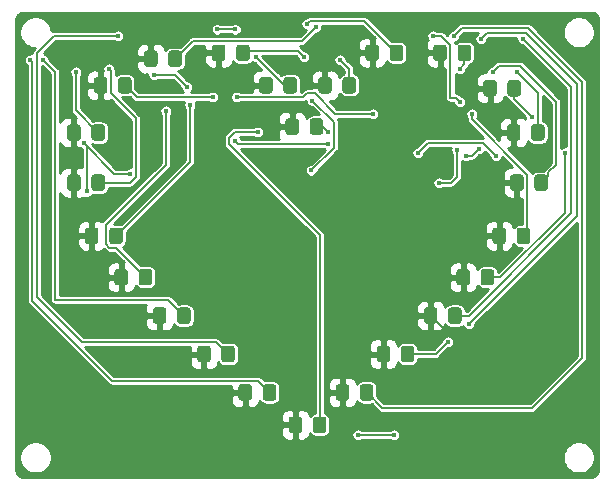
<source format=gbr>
%TF.GenerationSoftware,KiCad,Pcbnew,5.1.10*%
%TF.CreationDate,2021-05-22T09:13:01+02:00*%
%TF.ProjectId,Heart_NE555,48656172-745f-44e4-9535-35352e6b6963,rev?*%
%TF.SameCoordinates,Original*%
%TF.FileFunction,Copper,L1,Top*%
%TF.FilePolarity,Positive*%
%FSLAX46Y46*%
G04 Gerber Fmt 4.6, Leading zero omitted, Abs format (unit mm)*
G04 Created by KiCad (PCBNEW 5.1.10) date 2021-05-22 09:13:01*
%MOMM*%
%LPD*%
G01*
G04 APERTURE LIST*
%TA.AperFunction,ViaPad*%
%ADD10C,0.450000*%
%TD*%
%TA.AperFunction,Conductor*%
%ADD11C,0.200000*%
%TD*%
%TA.AperFunction,Conductor*%
%ADD12C,0.254000*%
%TD*%
%TA.AperFunction,Conductor*%
%ADD13C,0.100000*%
%TD*%
G04 APERTURE END LIST*
%TO.P,D15,2*%
%TO.N,Net-(D15-Pad2)*%
%TA.AperFunction,SMDPad,CuDef*%
G36*
G01*
X131975000Y-69200001D02*
X131975000Y-68299999D01*
G75*
G02*
X132224999Y-68050000I249999J0D01*
G01*
X132875001Y-68050000D01*
G75*
G02*
X133125000Y-68299999I0J-249999D01*
G01*
X133125000Y-69200001D01*
G75*
G02*
X132875001Y-69450000I-249999J0D01*
G01*
X132224999Y-69450000D01*
G75*
G02*
X131975000Y-69200001I0J249999D01*
G01*
G37*
%TD.AperFunction*%
%TO.P,D15,1*%
%TO.N,/Common-R*%
%TA.AperFunction,SMDPad,CuDef*%
G36*
G01*
X129925000Y-69200001D02*
X129925000Y-68299999D01*
G75*
G02*
X130174999Y-68050000I249999J0D01*
G01*
X130825001Y-68050000D01*
G75*
G02*
X131075000Y-68299999I0J-249999D01*
G01*
X131075000Y-69200001D01*
G75*
G02*
X130825001Y-69450000I-249999J0D01*
G01*
X130174999Y-69450000D01*
G75*
G02*
X129925000Y-69200001I0J249999D01*
G01*
G37*
%TD.AperFunction*%
%TD*%
%TO.P,D28,2*%
%TO.N,Net-(D28-Pad2)*%
%TA.AperFunction,SMDPad,CuDef*%
G36*
G01*
X121225000Y-97950001D02*
X121225000Y-97049999D01*
G75*
G02*
X121474999Y-96800000I249999J0D01*
G01*
X122125001Y-96800000D01*
G75*
G02*
X122375000Y-97049999I0J-249999D01*
G01*
X122375000Y-97950001D01*
G75*
G02*
X122125001Y-98200000I-249999J0D01*
G01*
X121474999Y-98200000D01*
G75*
G02*
X121225000Y-97950001I0J249999D01*
G01*
G37*
%TD.AperFunction*%
%TO.P,D28,1*%
%TO.N,/Common-R*%
%TA.AperFunction,SMDPad,CuDef*%
G36*
G01*
X119175000Y-97950001D02*
X119175000Y-97049999D01*
G75*
G02*
X119424999Y-96800000I249999J0D01*
G01*
X120075001Y-96800000D01*
G75*
G02*
X120325000Y-97049999I0J-249999D01*
G01*
X120325000Y-97950001D01*
G75*
G02*
X120075001Y-98200000I-249999J0D01*
G01*
X119424999Y-98200000D01*
G75*
G02*
X119175000Y-97950001I0J249999D01*
G01*
G37*
%TD.AperFunction*%
%TD*%
%TO.P,D27,2*%
%TO.N,Net-(D27-Pad2)*%
%TA.AperFunction,SMDPad,CuDef*%
G36*
G01*
X117725000Y-94700001D02*
X117725000Y-93799999D01*
G75*
G02*
X117974999Y-93550000I249999J0D01*
G01*
X118625001Y-93550000D01*
G75*
G02*
X118875000Y-93799999I0J-249999D01*
G01*
X118875000Y-94700001D01*
G75*
G02*
X118625001Y-94950000I-249999J0D01*
G01*
X117974999Y-94950000D01*
G75*
G02*
X117725000Y-94700001I0J249999D01*
G01*
G37*
%TD.AperFunction*%
%TO.P,D27,1*%
%TO.N,/Common-R*%
%TA.AperFunction,SMDPad,CuDef*%
G36*
G01*
X115675000Y-94700001D02*
X115675000Y-93799999D01*
G75*
G02*
X115924999Y-93550000I249999J0D01*
G01*
X116575001Y-93550000D01*
G75*
G02*
X116825000Y-93799999I0J-249999D01*
G01*
X116825000Y-94700001D01*
G75*
G02*
X116575001Y-94950000I-249999J0D01*
G01*
X115924999Y-94950000D01*
G75*
G02*
X115675000Y-94700001I0J249999D01*
G01*
G37*
%TD.AperFunction*%
%TD*%
%TO.P,D26,2*%
%TO.N,Net-(D26-Pad2)*%
%TA.AperFunction,SMDPad,CuDef*%
G36*
G01*
X113975000Y-91450001D02*
X113975000Y-90549999D01*
G75*
G02*
X114224999Y-90300000I249999J0D01*
G01*
X114875001Y-90300000D01*
G75*
G02*
X115125000Y-90549999I0J-249999D01*
G01*
X115125000Y-91450001D01*
G75*
G02*
X114875001Y-91700000I-249999J0D01*
G01*
X114224999Y-91700000D01*
G75*
G02*
X113975000Y-91450001I0J249999D01*
G01*
G37*
%TD.AperFunction*%
%TO.P,D26,1*%
%TO.N,/Common-R*%
%TA.AperFunction,SMDPad,CuDef*%
G36*
G01*
X111925000Y-91450001D02*
X111925000Y-90549999D01*
G75*
G02*
X112174999Y-90300000I249999J0D01*
G01*
X112825001Y-90300000D01*
G75*
G02*
X113075000Y-90549999I0J-249999D01*
G01*
X113075000Y-91450001D01*
G75*
G02*
X112825001Y-91700000I-249999J0D01*
G01*
X112174999Y-91700000D01*
G75*
G02*
X111925000Y-91450001I0J249999D01*
G01*
G37*
%TD.AperFunction*%
%TD*%
%TO.P,D25,2*%
%TO.N,Net-(D25-Pad2)*%
%TA.AperFunction,SMDPad,CuDef*%
G36*
G01*
X110725000Y-88200001D02*
X110725000Y-87299999D01*
G75*
G02*
X110974999Y-87050000I249999J0D01*
G01*
X111625001Y-87050000D01*
G75*
G02*
X111875000Y-87299999I0J-249999D01*
G01*
X111875000Y-88200001D01*
G75*
G02*
X111625001Y-88450000I-249999J0D01*
G01*
X110974999Y-88450000D01*
G75*
G02*
X110725000Y-88200001I0J249999D01*
G01*
G37*
%TD.AperFunction*%
%TO.P,D25,1*%
%TO.N,/Common-R*%
%TA.AperFunction,SMDPad,CuDef*%
G36*
G01*
X108675000Y-88200001D02*
X108675000Y-87299999D01*
G75*
G02*
X108924999Y-87050000I249999J0D01*
G01*
X109575001Y-87050000D01*
G75*
G02*
X109825000Y-87299999I0J-249999D01*
G01*
X109825000Y-88200001D01*
G75*
G02*
X109575001Y-88450000I-249999J0D01*
G01*
X108924999Y-88450000D01*
G75*
G02*
X108675000Y-88200001I0J249999D01*
G01*
G37*
%TD.AperFunction*%
%TD*%
%TO.P,D24,2*%
%TO.N,Net-(D24-Pad2)*%
%TA.AperFunction,SMDPad,CuDef*%
G36*
G01*
X108225000Y-84700001D02*
X108225000Y-83799999D01*
G75*
G02*
X108474999Y-83550000I249999J0D01*
G01*
X109125001Y-83550000D01*
G75*
G02*
X109375000Y-83799999I0J-249999D01*
G01*
X109375000Y-84700001D01*
G75*
G02*
X109125001Y-84950000I-249999J0D01*
G01*
X108474999Y-84950000D01*
G75*
G02*
X108225000Y-84700001I0J249999D01*
G01*
G37*
%TD.AperFunction*%
%TO.P,D24,1*%
%TO.N,/Common-R*%
%TA.AperFunction,SMDPad,CuDef*%
G36*
G01*
X106175000Y-84700001D02*
X106175000Y-83799999D01*
G75*
G02*
X106424999Y-83550000I249999J0D01*
G01*
X107075001Y-83550000D01*
G75*
G02*
X107325000Y-83799999I0J-249999D01*
G01*
X107325000Y-84700001D01*
G75*
G02*
X107075001Y-84950000I-249999J0D01*
G01*
X106424999Y-84950000D01*
G75*
G02*
X106175000Y-84700001I0J249999D01*
G01*
G37*
%TD.AperFunction*%
%TD*%
%TO.P,D23,2*%
%TO.N,Net-(D23-Pad2)*%
%TA.AperFunction,SMDPad,CuDef*%
G36*
G01*
X106725000Y-80200001D02*
X106725000Y-79299999D01*
G75*
G02*
X106974999Y-79050000I249999J0D01*
G01*
X107625001Y-79050000D01*
G75*
G02*
X107875000Y-79299999I0J-249999D01*
G01*
X107875000Y-80200001D01*
G75*
G02*
X107625001Y-80450000I-249999J0D01*
G01*
X106974999Y-80450000D01*
G75*
G02*
X106725000Y-80200001I0J249999D01*
G01*
G37*
%TD.AperFunction*%
%TO.P,D23,1*%
%TO.N,/Common-R*%
%TA.AperFunction,SMDPad,CuDef*%
G36*
G01*
X104675000Y-80200001D02*
X104675000Y-79299999D01*
G75*
G02*
X104924999Y-79050000I249999J0D01*
G01*
X105575001Y-79050000D01*
G75*
G02*
X105825000Y-79299999I0J-249999D01*
G01*
X105825000Y-80200001D01*
G75*
G02*
X105575001Y-80450000I-249999J0D01*
G01*
X104924999Y-80450000D01*
G75*
G02*
X104675000Y-80200001I0J249999D01*
G01*
G37*
%TD.AperFunction*%
%TD*%
%TO.P,D22,2*%
%TO.N,Net-(D22-Pad2)*%
%TA.AperFunction,SMDPad,CuDef*%
G36*
G01*
X106725000Y-75950001D02*
X106725000Y-75049999D01*
G75*
G02*
X106974999Y-74800000I249999J0D01*
G01*
X107625001Y-74800000D01*
G75*
G02*
X107875000Y-75049999I0J-249999D01*
G01*
X107875000Y-75950001D01*
G75*
G02*
X107625001Y-76200000I-249999J0D01*
G01*
X106974999Y-76200000D01*
G75*
G02*
X106725000Y-75950001I0J249999D01*
G01*
G37*
%TD.AperFunction*%
%TO.P,D22,1*%
%TO.N,/Common-R*%
%TA.AperFunction,SMDPad,CuDef*%
G36*
G01*
X104675000Y-75950001D02*
X104675000Y-75049999D01*
G75*
G02*
X104924999Y-74800000I249999J0D01*
G01*
X105575001Y-74800000D01*
G75*
G02*
X105825000Y-75049999I0J-249999D01*
G01*
X105825000Y-75950001D01*
G75*
G02*
X105575001Y-76200000I-249999J0D01*
G01*
X104924999Y-76200000D01*
G75*
G02*
X104675000Y-75950001I0J249999D01*
G01*
G37*
%TD.AperFunction*%
%TD*%
%TO.P,D21,2*%
%TO.N,Net-(D21-Pad2)*%
%TA.AperFunction,SMDPad,CuDef*%
G36*
G01*
X108975000Y-71950001D02*
X108975000Y-71049999D01*
G75*
G02*
X109224999Y-70800000I249999J0D01*
G01*
X109875001Y-70800000D01*
G75*
G02*
X110125000Y-71049999I0J-249999D01*
G01*
X110125000Y-71950001D01*
G75*
G02*
X109875001Y-72200000I-249999J0D01*
G01*
X109224999Y-72200000D01*
G75*
G02*
X108975000Y-71950001I0J249999D01*
G01*
G37*
%TD.AperFunction*%
%TO.P,D21,1*%
%TO.N,/Common-R*%
%TA.AperFunction,SMDPad,CuDef*%
G36*
G01*
X106925000Y-71950001D02*
X106925000Y-71049999D01*
G75*
G02*
X107174999Y-70800000I249999J0D01*
G01*
X107825001Y-70800000D01*
G75*
G02*
X108075000Y-71049999I0J-249999D01*
G01*
X108075000Y-71950001D01*
G75*
G02*
X107825001Y-72200000I-249999J0D01*
G01*
X107174999Y-72200000D01*
G75*
G02*
X106925000Y-71950001I0J249999D01*
G01*
G37*
%TD.AperFunction*%
%TD*%
%TO.P,D20,2*%
%TO.N,Net-(D20-Pad2)*%
%TA.AperFunction,SMDPad,CuDef*%
G36*
G01*
X113225000Y-69700001D02*
X113225000Y-68799999D01*
G75*
G02*
X113474999Y-68550000I249999J0D01*
G01*
X114125001Y-68550000D01*
G75*
G02*
X114375000Y-68799999I0J-249999D01*
G01*
X114375000Y-69700001D01*
G75*
G02*
X114125001Y-69950000I-249999J0D01*
G01*
X113474999Y-69950000D01*
G75*
G02*
X113225000Y-69700001I0J249999D01*
G01*
G37*
%TD.AperFunction*%
%TO.P,D20,1*%
%TO.N,/Common-R*%
%TA.AperFunction,SMDPad,CuDef*%
G36*
G01*
X111175000Y-69700001D02*
X111175000Y-68799999D01*
G75*
G02*
X111424999Y-68550000I249999J0D01*
G01*
X112075001Y-68550000D01*
G75*
G02*
X112325000Y-68799999I0J-249999D01*
G01*
X112325000Y-69700001D01*
G75*
G02*
X112075001Y-69950000I-249999J0D01*
G01*
X111424999Y-69950000D01*
G75*
G02*
X111175000Y-69700001I0J249999D01*
G01*
G37*
%TD.AperFunction*%
%TD*%
%TO.P,D19,2*%
%TO.N,Net-(D19-Pad2)*%
%TA.AperFunction,SMDPad,CuDef*%
G36*
G01*
X118975000Y-69200001D02*
X118975000Y-68299999D01*
G75*
G02*
X119224999Y-68050000I249999J0D01*
G01*
X119875001Y-68050000D01*
G75*
G02*
X120125000Y-68299999I0J-249999D01*
G01*
X120125000Y-69200001D01*
G75*
G02*
X119875001Y-69450000I-249999J0D01*
G01*
X119224999Y-69450000D01*
G75*
G02*
X118975000Y-69200001I0J249999D01*
G01*
G37*
%TD.AperFunction*%
%TO.P,D19,1*%
%TO.N,/Common-R*%
%TA.AperFunction,SMDPad,CuDef*%
G36*
G01*
X116925000Y-69200001D02*
X116925000Y-68299999D01*
G75*
G02*
X117174999Y-68050000I249999J0D01*
G01*
X117825001Y-68050000D01*
G75*
G02*
X118075000Y-68299999I0J-249999D01*
G01*
X118075000Y-69200001D01*
G75*
G02*
X117825001Y-69450000I-249999J0D01*
G01*
X117174999Y-69450000D01*
G75*
G02*
X116925000Y-69200001I0J249999D01*
G01*
G37*
%TD.AperFunction*%
%TD*%
%TO.P,D18,2*%
%TO.N,Net-(D18-Pad2)*%
%TA.AperFunction,SMDPad,CuDef*%
G36*
G01*
X122975000Y-71950001D02*
X122975000Y-71049999D01*
G75*
G02*
X123224999Y-70800000I249999J0D01*
G01*
X123875001Y-70800000D01*
G75*
G02*
X124125000Y-71049999I0J-249999D01*
G01*
X124125000Y-71950001D01*
G75*
G02*
X123875001Y-72200000I-249999J0D01*
G01*
X123224999Y-72200000D01*
G75*
G02*
X122975000Y-71950001I0J249999D01*
G01*
G37*
%TD.AperFunction*%
%TO.P,D18,1*%
%TO.N,/Common-R*%
%TA.AperFunction,SMDPad,CuDef*%
G36*
G01*
X120925000Y-71950001D02*
X120925000Y-71049999D01*
G75*
G02*
X121174999Y-70800000I249999J0D01*
G01*
X121825001Y-70800000D01*
G75*
G02*
X122075000Y-71049999I0J-249999D01*
G01*
X122075000Y-71950001D01*
G75*
G02*
X121825001Y-72200000I-249999J0D01*
G01*
X121174999Y-72200000D01*
G75*
G02*
X120925000Y-71950001I0J249999D01*
G01*
G37*
%TD.AperFunction*%
%TD*%
%TO.P,D17,2*%
%TO.N,Net-(D17-Pad2)*%
%TA.AperFunction,SMDPad,CuDef*%
G36*
G01*
X125200000Y-75450001D02*
X125200000Y-74549999D01*
G75*
G02*
X125449999Y-74300000I249999J0D01*
G01*
X126100001Y-74300000D01*
G75*
G02*
X126350000Y-74549999I0J-249999D01*
G01*
X126350000Y-75450001D01*
G75*
G02*
X126100001Y-75700000I-249999J0D01*
G01*
X125449999Y-75700000D01*
G75*
G02*
X125200000Y-75450001I0J249999D01*
G01*
G37*
%TD.AperFunction*%
%TO.P,D17,1*%
%TO.N,/Common-R*%
%TA.AperFunction,SMDPad,CuDef*%
G36*
G01*
X123150000Y-75450001D02*
X123150000Y-74549999D01*
G75*
G02*
X123399999Y-74300000I249999J0D01*
G01*
X124050001Y-74300000D01*
G75*
G02*
X124300000Y-74549999I0J-249999D01*
G01*
X124300000Y-75450001D01*
G75*
G02*
X124050001Y-75700000I-249999J0D01*
G01*
X123399999Y-75700000D01*
G75*
G02*
X123150000Y-75450001I0J249999D01*
G01*
G37*
%TD.AperFunction*%
%TD*%
%TO.P,D16,2*%
%TO.N,Net-(D16-Pad2)*%
%TA.AperFunction,SMDPad,CuDef*%
G36*
G01*
X127975000Y-71950001D02*
X127975000Y-71049999D01*
G75*
G02*
X128224999Y-70800000I249999J0D01*
G01*
X128875001Y-70800000D01*
G75*
G02*
X129125000Y-71049999I0J-249999D01*
G01*
X129125000Y-71950001D01*
G75*
G02*
X128875001Y-72200000I-249999J0D01*
G01*
X128224999Y-72200000D01*
G75*
G02*
X127975000Y-71950001I0J249999D01*
G01*
G37*
%TD.AperFunction*%
%TO.P,D16,1*%
%TO.N,/Common-R*%
%TA.AperFunction,SMDPad,CuDef*%
G36*
G01*
X125925000Y-71950001D02*
X125925000Y-71049999D01*
G75*
G02*
X126174999Y-70800000I249999J0D01*
G01*
X126825001Y-70800000D01*
G75*
G02*
X127075000Y-71049999I0J-249999D01*
G01*
X127075000Y-71950001D01*
G75*
G02*
X126825001Y-72200000I-249999J0D01*
G01*
X126174999Y-72200000D01*
G75*
G02*
X125925000Y-71950001I0J249999D01*
G01*
G37*
%TD.AperFunction*%
%TD*%
%TO.P,D14,2*%
%TO.N,Net-(D14-Pad2)*%
%TA.AperFunction,SMDPad,CuDef*%
G36*
G01*
X137725000Y-69200001D02*
X137725000Y-68299999D01*
G75*
G02*
X137974999Y-68050000I249999J0D01*
G01*
X138625001Y-68050000D01*
G75*
G02*
X138875000Y-68299999I0J-249999D01*
G01*
X138875000Y-69200001D01*
G75*
G02*
X138625001Y-69450000I-249999J0D01*
G01*
X137974999Y-69450000D01*
G75*
G02*
X137725000Y-69200001I0J249999D01*
G01*
G37*
%TD.AperFunction*%
%TO.P,D14,1*%
%TO.N,/Common-R*%
%TA.AperFunction,SMDPad,CuDef*%
G36*
G01*
X135675000Y-69200001D02*
X135675000Y-68299999D01*
G75*
G02*
X135924999Y-68050000I249999J0D01*
G01*
X136575001Y-68050000D01*
G75*
G02*
X136825000Y-68299999I0J-249999D01*
G01*
X136825000Y-69200001D01*
G75*
G02*
X136575001Y-69450000I-249999J0D01*
G01*
X135924999Y-69450000D01*
G75*
G02*
X135675000Y-69200001I0J249999D01*
G01*
G37*
%TD.AperFunction*%
%TD*%
%TO.P,D13,2*%
%TO.N,Net-(D13-Pad2)*%
%TA.AperFunction,SMDPad,CuDef*%
G36*
G01*
X141950000Y-72200001D02*
X141950000Y-71299999D01*
G75*
G02*
X142199999Y-71050000I249999J0D01*
G01*
X142850001Y-71050000D01*
G75*
G02*
X143100000Y-71299999I0J-249999D01*
G01*
X143100000Y-72200001D01*
G75*
G02*
X142850001Y-72450000I-249999J0D01*
G01*
X142199999Y-72450000D01*
G75*
G02*
X141950000Y-72200001I0J249999D01*
G01*
G37*
%TD.AperFunction*%
%TO.P,D13,1*%
%TO.N,/Common-R*%
%TA.AperFunction,SMDPad,CuDef*%
G36*
G01*
X139900000Y-72200001D02*
X139900000Y-71299999D01*
G75*
G02*
X140149999Y-71050000I249999J0D01*
G01*
X140800001Y-71050000D01*
G75*
G02*
X141050000Y-71299999I0J-249999D01*
G01*
X141050000Y-72200001D01*
G75*
G02*
X140800001Y-72450000I-249999J0D01*
G01*
X140149999Y-72450000D01*
G75*
G02*
X139900000Y-72200001I0J249999D01*
G01*
G37*
%TD.AperFunction*%
%TD*%
%TO.P,D12,2*%
%TO.N,Net-(D12-Pad2)*%
%TA.AperFunction,SMDPad,CuDef*%
G36*
G01*
X143950000Y-75950001D02*
X143950000Y-75049999D01*
G75*
G02*
X144199999Y-74800000I249999J0D01*
G01*
X144850001Y-74800000D01*
G75*
G02*
X145100000Y-75049999I0J-249999D01*
G01*
X145100000Y-75950001D01*
G75*
G02*
X144850001Y-76200000I-249999J0D01*
G01*
X144199999Y-76200000D01*
G75*
G02*
X143950000Y-75950001I0J249999D01*
G01*
G37*
%TD.AperFunction*%
%TO.P,D12,1*%
%TO.N,/Common-R*%
%TA.AperFunction,SMDPad,CuDef*%
G36*
G01*
X141900000Y-75950001D02*
X141900000Y-75049999D01*
G75*
G02*
X142149999Y-74800000I249999J0D01*
G01*
X142800001Y-74800000D01*
G75*
G02*
X143050000Y-75049999I0J-249999D01*
G01*
X143050000Y-75950001D01*
G75*
G02*
X142800001Y-76200000I-249999J0D01*
G01*
X142149999Y-76200000D01*
G75*
G02*
X141900000Y-75950001I0J249999D01*
G01*
G37*
%TD.AperFunction*%
%TD*%
%TO.P,D11,2*%
%TO.N,Net-(D11-Pad2)*%
%TA.AperFunction,SMDPad,CuDef*%
G36*
G01*
X144225000Y-80200001D02*
X144225000Y-79299999D01*
G75*
G02*
X144474999Y-79050000I249999J0D01*
G01*
X145125001Y-79050000D01*
G75*
G02*
X145375000Y-79299999I0J-249999D01*
G01*
X145375000Y-80200001D01*
G75*
G02*
X145125001Y-80450000I-249999J0D01*
G01*
X144474999Y-80450000D01*
G75*
G02*
X144225000Y-80200001I0J249999D01*
G01*
G37*
%TD.AperFunction*%
%TO.P,D11,1*%
%TO.N,/Common-R*%
%TA.AperFunction,SMDPad,CuDef*%
G36*
G01*
X142175000Y-80200001D02*
X142175000Y-79299999D01*
G75*
G02*
X142424999Y-79050000I249999J0D01*
G01*
X143075001Y-79050000D01*
G75*
G02*
X143325000Y-79299999I0J-249999D01*
G01*
X143325000Y-80200001D01*
G75*
G02*
X143075001Y-80450000I-249999J0D01*
G01*
X142424999Y-80450000D01*
G75*
G02*
X142175000Y-80200001I0J249999D01*
G01*
G37*
%TD.AperFunction*%
%TD*%
%TO.P,D10,2*%
%TO.N,Net-(D10-Pad2)*%
%TA.AperFunction,SMDPad,CuDef*%
G36*
G01*
X142725000Y-84700001D02*
X142725000Y-83799999D01*
G75*
G02*
X142974999Y-83550000I249999J0D01*
G01*
X143625001Y-83550000D01*
G75*
G02*
X143875000Y-83799999I0J-249999D01*
G01*
X143875000Y-84700001D01*
G75*
G02*
X143625001Y-84950000I-249999J0D01*
G01*
X142974999Y-84950000D01*
G75*
G02*
X142725000Y-84700001I0J249999D01*
G01*
G37*
%TD.AperFunction*%
%TO.P,D10,1*%
%TO.N,/Common-R*%
%TA.AperFunction,SMDPad,CuDef*%
G36*
G01*
X140675000Y-84700001D02*
X140675000Y-83799999D01*
G75*
G02*
X140924999Y-83550000I249999J0D01*
G01*
X141575001Y-83550000D01*
G75*
G02*
X141825000Y-83799999I0J-249999D01*
G01*
X141825000Y-84700001D01*
G75*
G02*
X141575001Y-84950000I-249999J0D01*
G01*
X140924999Y-84950000D01*
G75*
G02*
X140675000Y-84700001I0J249999D01*
G01*
G37*
%TD.AperFunction*%
%TD*%
%TO.P,D9,2*%
%TO.N,Net-(D9-Pad2)*%
%TA.AperFunction,SMDPad,CuDef*%
G36*
G01*
X139675000Y-88200001D02*
X139675000Y-87299999D01*
G75*
G02*
X139924999Y-87050000I249999J0D01*
G01*
X140575001Y-87050000D01*
G75*
G02*
X140825000Y-87299999I0J-249999D01*
G01*
X140825000Y-88200001D01*
G75*
G02*
X140575001Y-88450000I-249999J0D01*
G01*
X139924999Y-88450000D01*
G75*
G02*
X139675000Y-88200001I0J249999D01*
G01*
G37*
%TD.AperFunction*%
%TO.P,D9,1*%
%TO.N,/Common-R*%
%TA.AperFunction,SMDPad,CuDef*%
G36*
G01*
X137625000Y-88200001D02*
X137625000Y-87299999D01*
G75*
G02*
X137874999Y-87050000I249999J0D01*
G01*
X138525001Y-87050000D01*
G75*
G02*
X138775000Y-87299999I0J-249999D01*
G01*
X138775000Y-88200001D01*
G75*
G02*
X138525001Y-88450000I-249999J0D01*
G01*
X137874999Y-88450000D01*
G75*
G02*
X137625000Y-88200001I0J249999D01*
G01*
G37*
%TD.AperFunction*%
%TD*%
%TO.P,D8,2*%
%TO.N,Net-(D8-Pad2)*%
%TA.AperFunction,SMDPad,CuDef*%
G36*
G01*
X136925000Y-91450001D02*
X136925000Y-90549999D01*
G75*
G02*
X137174999Y-90300000I249999J0D01*
G01*
X137825001Y-90300000D01*
G75*
G02*
X138075000Y-90549999I0J-249999D01*
G01*
X138075000Y-91450001D01*
G75*
G02*
X137825001Y-91700000I-249999J0D01*
G01*
X137174999Y-91700000D01*
G75*
G02*
X136925000Y-91450001I0J249999D01*
G01*
G37*
%TD.AperFunction*%
%TO.P,D8,1*%
%TO.N,/Common-R*%
%TA.AperFunction,SMDPad,CuDef*%
G36*
G01*
X134875000Y-91450001D02*
X134875000Y-90549999D01*
G75*
G02*
X135124999Y-90300000I249999J0D01*
G01*
X135775001Y-90300000D01*
G75*
G02*
X136025000Y-90549999I0J-249999D01*
G01*
X136025000Y-91450001D01*
G75*
G02*
X135775001Y-91700000I-249999J0D01*
G01*
X135124999Y-91700000D01*
G75*
G02*
X134875000Y-91450001I0J249999D01*
G01*
G37*
%TD.AperFunction*%
%TD*%
%TO.P,D7,2*%
%TO.N,Net-(D7-Pad2)*%
%TA.AperFunction,SMDPad,CuDef*%
G36*
G01*
X132925000Y-94700001D02*
X132925000Y-93799999D01*
G75*
G02*
X133174999Y-93550000I249999J0D01*
G01*
X133825001Y-93550000D01*
G75*
G02*
X134075000Y-93799999I0J-249999D01*
G01*
X134075000Y-94700001D01*
G75*
G02*
X133825001Y-94950000I-249999J0D01*
G01*
X133174999Y-94950000D01*
G75*
G02*
X132925000Y-94700001I0J249999D01*
G01*
G37*
%TD.AperFunction*%
%TO.P,D7,1*%
%TO.N,/Common-R*%
%TA.AperFunction,SMDPad,CuDef*%
G36*
G01*
X130875000Y-94700001D02*
X130875000Y-93799999D01*
G75*
G02*
X131124999Y-93550000I249999J0D01*
G01*
X131775001Y-93550000D01*
G75*
G02*
X132025000Y-93799999I0J-249999D01*
G01*
X132025000Y-94700001D01*
G75*
G02*
X131775001Y-94950000I-249999J0D01*
G01*
X131124999Y-94950000D01*
G75*
G02*
X130875000Y-94700001I0J249999D01*
G01*
G37*
%TD.AperFunction*%
%TD*%
%TO.P,D6,2*%
%TO.N,Net-(D6-Pad2)*%
%TA.AperFunction,SMDPad,CuDef*%
G36*
G01*
X129450000Y-97950001D02*
X129450000Y-97049999D01*
G75*
G02*
X129699999Y-96800000I249999J0D01*
G01*
X130350001Y-96800000D01*
G75*
G02*
X130600000Y-97049999I0J-249999D01*
G01*
X130600000Y-97950001D01*
G75*
G02*
X130350001Y-98200000I-249999J0D01*
G01*
X129699999Y-98200000D01*
G75*
G02*
X129450000Y-97950001I0J249999D01*
G01*
G37*
%TD.AperFunction*%
%TO.P,D6,1*%
%TO.N,/Common-R*%
%TA.AperFunction,SMDPad,CuDef*%
G36*
G01*
X127400000Y-97950001D02*
X127400000Y-97049999D01*
G75*
G02*
X127649999Y-96800000I249999J0D01*
G01*
X128300001Y-96800000D01*
G75*
G02*
X128550000Y-97049999I0J-249999D01*
G01*
X128550000Y-97950001D01*
G75*
G02*
X128300001Y-98200000I-249999J0D01*
G01*
X127649999Y-98200000D01*
G75*
G02*
X127400000Y-97950001I0J249999D01*
G01*
G37*
%TD.AperFunction*%
%TD*%
%TO.P,D5,2*%
%TO.N,Net-(D5-Pad2)*%
%TA.AperFunction,SMDPad,CuDef*%
G36*
G01*
X125475000Y-100700001D02*
X125475000Y-99799999D01*
G75*
G02*
X125724999Y-99550000I249999J0D01*
G01*
X126375001Y-99550000D01*
G75*
G02*
X126625000Y-99799999I0J-249999D01*
G01*
X126625000Y-100700001D01*
G75*
G02*
X126375001Y-100950000I-249999J0D01*
G01*
X125724999Y-100950000D01*
G75*
G02*
X125475000Y-100700001I0J249999D01*
G01*
G37*
%TD.AperFunction*%
%TO.P,D5,1*%
%TO.N,/Common-R*%
%TA.AperFunction,SMDPad,CuDef*%
G36*
G01*
X123425000Y-100700001D02*
X123425000Y-99799999D01*
G75*
G02*
X123674999Y-99550000I249999J0D01*
G01*
X124325001Y-99550000D01*
G75*
G02*
X124575000Y-99799999I0J-249999D01*
G01*
X124575000Y-100700001D01*
G75*
G02*
X124325001Y-100950000I-249999J0D01*
G01*
X123674999Y-100950000D01*
G75*
G02*
X123425000Y-100700001I0J249999D01*
G01*
G37*
%TD.AperFunction*%
%TD*%
D10*
%TO.N,VCC*%
X129286000Y-101092000D03*
X132334000Y-101092000D03*
%TO.N,Net-(D1-Pad2)*%
X106089458Y-76411897D03*
X106332332Y-80489301D03*
X109982000Y-78994000D03*
%TO.N,Net-(D5-Pad2)*%
X120789000Y-75438000D03*
%TO.N,Net-(D6-Pad2)*%
X137414000Y-67310000D03*
%TO.N,Net-(D7-Pad2)*%
X136906000Y-93218000D03*
X138684000Y-91694000D03*
X139700000Y-67564000D03*
%TO.N,Net-(D8-Pad2)*%
X143256000Y-67564000D03*
%TO.N,Net-(D9-Pad2)*%
X146812000Y-77216000D03*
%TO.N,Net-(D10-Pad2)*%
X135636000Y-67310000D03*
X137922000Y-72898000D03*
X138938000Y-73914000D03*
%TO.N,Net-(D11-Pad2)*%
X140716000Y-70358000D03*
%TO.N,Net-(D12-Pad2)*%
X142748000Y-70358000D03*
%TO.N,Net-(D13-Pad2)*%
X144000000Y-74168000D03*
%TO.N,Net-(D14-Pad2)*%
X137922000Y-70104000D03*
%TO.N,Net-(D15-Pad2)*%
X124968000Y-66294000D03*
%TO.N,Net-(D16-Pad2)*%
X127762000Y-69342000D03*
%TO.N,Net-(D17-Pad2)*%
X126746000Y-75438000D03*
%TO.N,Net-(D18-Pad2)*%
X120650000Y-69088000D03*
%TO.N,Net-(D19-Pad2)*%
X124714000Y-69088000D03*
%TO.N,Net-(D20-Pad2)*%
X125730000Y-66565000D03*
%TO.N,Net-(D21-Pad2)*%
X130556000Y-73914000D03*
X119015990Y-72500010D03*
X116983990Y-72500010D03*
%TO.N,Net-(D22-Pad2)*%
X105410000Y-70358000D03*
%TO.N,Net-(D23-Pad2)*%
X108204000Y-70104000D03*
%TO.N,Net-(D24-Pad2)*%
X115062000Y-73152000D03*
X114808000Y-71628000D03*
X112014000Y-70612000D03*
%TO.N,Net-(D25-Pad2)*%
X113030000Y-73660000D03*
%TO.N,Net-(D26-Pad2)*%
X102616000Y-69342000D03*
%TO.N,Net-(D27-Pad2)*%
X108966000Y-67310000D03*
%TO.N,Net-(D28-Pad2)*%
X101565999Y-69342000D03*
%TO.N,Net-(U2-Pad15)*%
X126746000Y-76454000D03*
X118872000Y-76199982D03*
%TO.N,Net-(U3-Pad3)*%
X118908001Y-66765999D03*
X117384001Y-66765999D03*
%TO.N,/Common-R*%
X143764000Y-98298000D03*
%TO.N,Net-(D1-Pad1)*%
X125340000Y-78700000D03*
X125420000Y-72790000D03*
%TO.N,Net-(D2-Pad1)*%
X136144000Y-79756000D03*
X137668000Y-76962000D03*
%TO.N,Net-(D3-Pad2)*%
X134366000Y-77216000D03*
X140970000Y-77468990D03*
%TO.N,Net-(D3-Pad1)*%
X138430000Y-77470000D03*
X139529232Y-76878768D03*
%TD*%
D11*
%TO.N,VCC*%
X129286000Y-101092000D02*
X131826000Y-101092000D01*
X131826000Y-101092000D02*
X132334000Y-101092000D01*
%TO.N,Net-(D1-Pad2)*%
X106332332Y-76654771D02*
X106332332Y-80489301D01*
X106089458Y-76411897D02*
X106332332Y-76654771D01*
X108671561Y-78994000D02*
X109982000Y-78994000D01*
X106089458Y-76411897D02*
X108671561Y-78994000D01*
%TO.N,Net-(D5-Pad2)*%
X118856980Y-75438000D02*
X120789000Y-75438000D01*
X118346999Y-75947981D02*
X118856980Y-75438000D01*
X118346999Y-76451983D02*
X118346999Y-75947981D01*
X126050000Y-84154984D02*
X118346999Y-76451983D01*
X126050000Y-100250000D02*
X126050000Y-84154984D01*
%TO.N,Net-(D6-Pad2)*%
X138085011Y-66638989D02*
X137414000Y-67310000D01*
X143673690Y-66638989D02*
X138085011Y-66638989D01*
X148228010Y-71193309D02*
X143673690Y-66638989D01*
X144016001Y-98823001D02*
X148228010Y-94610992D01*
X148228010Y-94610992D02*
X148228010Y-71193309D01*
X131348001Y-98823001D02*
X144016001Y-98823001D01*
X130025000Y-97500000D02*
X131348001Y-98823001D01*
%TO.N,Net-(D7-Pad2)*%
X135874000Y-94250000D02*
X136906000Y-93218000D01*
X133500000Y-94250000D02*
X135874000Y-94250000D01*
X138684000Y-91694000D02*
X147828000Y-82550000D01*
X140225001Y-67038999D02*
X139700000Y-67564000D01*
X143508001Y-67038999D02*
X140225001Y-67038999D01*
X147828000Y-71358998D02*
X143508001Y-67038999D01*
X147828000Y-82550000D02*
X147828000Y-71358998D01*
%TO.N,Net-(D8-Pad2)*%
X147337001Y-71645001D02*
X143256000Y-67564000D01*
X147337001Y-82331532D02*
X147337001Y-71645001D01*
X138668533Y-91000000D02*
X147337001Y-82331532D01*
X137500000Y-91000000D02*
X138668533Y-91000000D01*
%TO.N,Net-(D9-Pad2)*%
X146812000Y-82290834D02*
X146812000Y-77216000D01*
X141352834Y-87750000D02*
X146812000Y-82290834D01*
X140250000Y-87750000D02*
X141352834Y-87750000D01*
%TO.N,Net-(D10-Pad2)*%
X136362834Y-67310000D02*
X135636000Y-67310000D01*
X137125010Y-72572176D02*
X137125010Y-68072176D01*
X137125010Y-68072176D02*
X136362834Y-67310000D01*
X143625010Y-83924990D02*
X143625010Y-79072176D01*
X143300000Y-84250000D02*
X143625010Y-83924990D01*
X137596176Y-72572176D02*
X137922000Y-72898000D01*
X137125010Y-72572176D02*
X137596176Y-72572176D01*
X138938000Y-74385166D02*
X143625010Y-79072176D01*
X138938000Y-73914000D02*
X138938000Y-74385166D01*
%TO.N,Net-(D11-Pad2)*%
X145400010Y-79149990D02*
X145400010Y-78881990D01*
X144800000Y-79750000D02*
X145400010Y-79149990D01*
X145400010Y-78881990D02*
X146050000Y-78232000D01*
X141241001Y-69832999D02*
X140716000Y-70358000D01*
X143000001Y-69832999D02*
X141241001Y-69832999D01*
X146050000Y-72882998D02*
X143000001Y-69832999D01*
X146050000Y-78232000D02*
X146050000Y-72882998D01*
%TO.N,Net-(D12-Pad2)*%
X144525000Y-72135000D02*
X142748000Y-70358000D01*
X144525000Y-75500000D02*
X144525000Y-72135000D01*
%TO.N,Net-(D13-Pad2)*%
X142525000Y-72693000D02*
X144000000Y-74168000D01*
X142525000Y-71750000D02*
X142525000Y-72693000D01*
%TO.N,Net-(D14-Pad2)*%
X138300000Y-69726000D02*
X137922000Y-70104000D01*
X138300000Y-68750000D02*
X138300000Y-69726000D01*
%TO.N,Net-(D15-Pad2)*%
X132550000Y-68750000D02*
X129840000Y-66040000D01*
X125222000Y-66040000D02*
X124968000Y-66294000D01*
X129840000Y-66040000D02*
X125222000Y-66040000D01*
%TO.N,Net-(D16-Pad2)*%
X128550000Y-70130000D02*
X127762000Y-69342000D01*
X128550000Y-71500000D02*
X128550000Y-70130000D01*
%TO.N,Net-(D17-Pad2)*%
X126308000Y-75000000D02*
X126746000Y-75438000D01*
X125775000Y-75000000D02*
X126308000Y-75000000D01*
%TO.N,Net-(D18-Pad2)*%
X123550000Y-71500000D02*
X123062000Y-71500000D01*
X123062000Y-71500000D02*
X120650000Y-69088000D01*
%TO.N,Net-(D19-Pad2)*%
X124188999Y-68562999D02*
X124714000Y-69088000D01*
X119737001Y-68562999D02*
X124188999Y-68562999D01*
X119550000Y-68750000D02*
X119737001Y-68562999D01*
%TO.N,Net-(D20-Pad2)*%
X124545010Y-67749990D02*
X125730000Y-66565000D01*
X115300010Y-67749990D02*
X124545010Y-67749990D01*
X113800000Y-69250000D02*
X115300010Y-67749990D01*
%TO.N,Net-(D21-Pad2)*%
X127361166Y-73914000D02*
X130556000Y-73914000D01*
X125624990Y-72177824D02*
X127361166Y-73914000D01*
X124947166Y-72177824D02*
X125624990Y-72177824D01*
X124624980Y-72500010D02*
X124947166Y-72177824D01*
X110550010Y-72500010D02*
X116983990Y-72500010D01*
X109550000Y-71500000D02*
X110550010Y-72500010D01*
X119015990Y-72500010D02*
X124624980Y-72500010D01*
%TO.N,Net-(D22-Pad2)*%
X107300000Y-75500000D02*
X105410000Y-73610000D01*
X105410000Y-73610000D02*
X105410000Y-70358000D01*
%TO.N,Net-(D23-Pad2)*%
X108375010Y-70275010D02*
X108204000Y-70104000D01*
X108375010Y-72177824D02*
X108375010Y-70275010D01*
X110507001Y-74309815D02*
X108375010Y-72177824D01*
X110507001Y-79246001D02*
X110507001Y-74309815D01*
X110003002Y-79750000D02*
X110507001Y-79246001D01*
X107300000Y-79750000D02*
X110003002Y-79750000D01*
%TO.N,Net-(D24-Pad2)*%
X115062000Y-77988000D02*
X115062000Y-73152000D01*
X108800000Y-84250000D02*
X115062000Y-77988000D01*
X113792000Y-70612000D02*
X112014000Y-70612000D01*
X114808000Y-71628000D02*
X113792000Y-70612000D01*
%TO.N,Net-(D25-Pad2)*%
X107924990Y-84927824D02*
X107924990Y-83337010D01*
X108247176Y-85250010D02*
X107924990Y-84927824D01*
X108800010Y-85250010D02*
X108247176Y-85250010D01*
X111300000Y-87750000D02*
X108800010Y-85250010D01*
X113030000Y-78232000D02*
X113030000Y-73660000D01*
X107924990Y-83337010D02*
X113030000Y-78232000D01*
%TO.N,Net-(D26-Pad2)*%
X114550000Y-91000000D02*
X113212000Y-89662000D01*
X113212000Y-89662000D02*
X103632000Y-89662000D01*
X103632000Y-70358000D02*
X102616000Y-69342000D01*
X103632000Y-89662000D02*
X103632000Y-70358000D01*
%TO.N,Net-(D27-Pad2)*%
X117299990Y-93249990D02*
X105949990Y-93249990D01*
X118300000Y-94250000D02*
X117299990Y-93249990D01*
X105949990Y-93249990D02*
X103231990Y-90531990D01*
X102090999Y-68786428D02*
X103567427Y-67310000D01*
X102090999Y-89390999D02*
X102090999Y-68786428D01*
X103231990Y-90531990D02*
X102090999Y-89390999D01*
X103567427Y-67310000D02*
X108966000Y-67310000D01*
%TO.N,Net-(D28-Pad2)*%
X120799990Y-96499990D02*
X108437990Y-96499990D01*
X121800000Y-97500000D02*
X120799990Y-96499990D01*
X108437990Y-96499990D02*
X101690989Y-89752989D01*
X101690989Y-69466990D02*
X101565999Y-69342000D01*
X101690989Y-89752989D02*
X101690989Y-69466990D01*
%TO.N,Net-(U2-Pad15)*%
X126746000Y-76454000D02*
X119126000Y-76454000D01*
X119126000Y-76454000D02*
X118872000Y-76200000D01*
X118872000Y-76200000D02*
X118872000Y-76199982D01*
%TO.N,Net-(U3-Pad3)*%
X117384001Y-66765999D02*
X118908001Y-66765999D01*
%TO.N,/Common-R*%
X142748000Y-98298000D02*
X135450000Y-91000000D01*
X143764000Y-98298000D02*
X142748000Y-98298000D01*
%TO.N,Net-(D1-Pad1)*%
X127271001Y-74641001D02*
X125420000Y-72790000D01*
X127271001Y-76768999D02*
X127271001Y-74641001D01*
X125340000Y-78700000D02*
X127271001Y-76768999D01*
%TO.N,Net-(D2-Pad1)*%
X137685001Y-76979001D02*
X137668000Y-76962000D01*
X137685001Y-79246001D02*
X137685001Y-76979001D01*
X137175002Y-79756000D02*
X137685001Y-79246001D01*
X136144000Y-79756000D02*
X137175002Y-79756000D01*
%TO.N,Net-(D3-Pad2)*%
X139854777Y-76353767D02*
X140970000Y-77468990D01*
X135228233Y-76353767D02*
X139854777Y-76353767D01*
X134366000Y-77216000D02*
X135228233Y-76353767D01*
%TO.N,Net-(D3-Pad1)*%
X138938000Y-77470000D02*
X139529232Y-76878768D01*
X138430000Y-77470000D02*
X138938000Y-77470000D01*
%TD*%
D12*
%TO.N,/Common-R*%
X149125533Y-65365997D02*
X149246291Y-65402456D01*
X149357667Y-65461675D01*
X149455412Y-65541394D01*
X149535816Y-65638586D01*
X149595811Y-65749545D01*
X149633110Y-65870039D01*
X149648000Y-66011699D01*
X149648001Y-103982775D01*
X149634003Y-104125537D01*
X149597545Y-104246290D01*
X149538324Y-104357668D01*
X149458606Y-104455412D01*
X149361411Y-104535819D01*
X149250456Y-104595811D01*
X149129961Y-104633110D01*
X148988301Y-104648000D01*
X101017215Y-104648000D01*
X100874463Y-104634003D01*
X100753710Y-104597545D01*
X100642332Y-104538324D01*
X100544588Y-104458606D01*
X100464181Y-104361411D01*
X100404189Y-104250456D01*
X100366890Y-104129961D01*
X100352000Y-103988301D01*
X100352000Y-102865520D01*
X100634607Y-102865520D01*
X100634607Y-103134480D01*
X100687078Y-103398271D01*
X100790004Y-103646756D01*
X100939430Y-103870388D01*
X101129612Y-104060570D01*
X101353244Y-104209996D01*
X101601729Y-104312922D01*
X101865520Y-104365393D01*
X102134480Y-104365393D01*
X102398271Y-104312922D01*
X102646756Y-104209996D01*
X102870388Y-104060570D01*
X103060570Y-103870388D01*
X103209996Y-103646756D01*
X103312922Y-103398271D01*
X103365393Y-103134480D01*
X103365393Y-102865520D01*
X146634607Y-102865520D01*
X146634607Y-103134480D01*
X146687078Y-103398271D01*
X146790004Y-103646756D01*
X146939430Y-103870388D01*
X147129612Y-104060570D01*
X147353244Y-104209996D01*
X147601729Y-104312922D01*
X147865520Y-104365393D01*
X148134480Y-104365393D01*
X148398271Y-104312922D01*
X148646756Y-104209996D01*
X148870388Y-104060570D01*
X149060570Y-103870388D01*
X149209996Y-103646756D01*
X149312922Y-103398271D01*
X149365393Y-103134480D01*
X149365393Y-102865520D01*
X149312922Y-102601729D01*
X149209996Y-102353244D01*
X149060570Y-102129612D01*
X148870388Y-101939430D01*
X148646756Y-101790004D01*
X148398271Y-101687078D01*
X148134480Y-101634607D01*
X147865520Y-101634607D01*
X147601729Y-101687078D01*
X147353244Y-101790004D01*
X147129612Y-101939430D01*
X146939430Y-102129612D01*
X146790004Y-102353244D01*
X146687078Y-102601729D01*
X146634607Y-102865520D01*
X103365393Y-102865520D01*
X103312922Y-102601729D01*
X103209996Y-102353244D01*
X103060570Y-102129612D01*
X102870388Y-101939430D01*
X102646756Y-101790004D01*
X102398271Y-101687078D01*
X102134480Y-101634607D01*
X101865520Y-101634607D01*
X101601729Y-101687078D01*
X101353244Y-101790004D01*
X101129612Y-101939430D01*
X100939430Y-102129612D01*
X100790004Y-102353244D01*
X100687078Y-102601729D01*
X100634607Y-102865520D01*
X100352000Y-102865520D01*
X100352000Y-100950000D01*
X122786928Y-100950000D01*
X122799188Y-101074482D01*
X122835498Y-101194180D01*
X122894463Y-101304494D01*
X122973815Y-101401185D01*
X123070506Y-101480537D01*
X123180820Y-101539502D01*
X123300518Y-101575812D01*
X123425000Y-101588072D01*
X123714250Y-101585000D01*
X123873000Y-101426250D01*
X123873000Y-100377000D01*
X122948750Y-100377000D01*
X122790000Y-100535750D01*
X122786928Y-100950000D01*
X100352000Y-100950000D01*
X100352000Y-99550000D01*
X122786928Y-99550000D01*
X122790000Y-99964250D01*
X122948750Y-100123000D01*
X123873000Y-100123000D01*
X123873000Y-99073750D01*
X123714250Y-98915000D01*
X123425000Y-98911928D01*
X123300518Y-98924188D01*
X123180820Y-98960498D01*
X123070506Y-99019463D01*
X122973815Y-99098815D01*
X122894463Y-99195506D01*
X122835498Y-99305820D01*
X122799188Y-99425518D01*
X122786928Y-99550000D01*
X100352000Y-99550000D01*
X100352000Y-98200000D01*
X118536928Y-98200000D01*
X118549188Y-98324482D01*
X118585498Y-98444180D01*
X118644463Y-98554494D01*
X118723815Y-98651185D01*
X118820506Y-98730537D01*
X118930820Y-98789502D01*
X119050518Y-98825812D01*
X119175000Y-98838072D01*
X119464250Y-98835000D01*
X119623000Y-98676250D01*
X119623000Y-97627000D01*
X118698750Y-97627000D01*
X118540000Y-97785750D01*
X118536928Y-98200000D01*
X100352000Y-98200000D01*
X100352000Y-66865520D01*
X100634607Y-66865520D01*
X100634607Y-67134480D01*
X100687078Y-67398271D01*
X100790004Y-67646756D01*
X100939430Y-67870388D01*
X101129612Y-68060570D01*
X101353244Y-68209996D01*
X101601729Y-68312922D01*
X101865520Y-68365393D01*
X101908166Y-68365393D01*
X101803894Y-68469664D01*
X101787605Y-68483033D01*
X101774236Y-68499323D01*
X101774231Y-68499328D01*
X101734244Y-68548052D01*
X101707107Y-68598824D01*
X101694595Y-68622232D01*
X101681229Y-68666294D01*
X101670178Y-68702722D01*
X101661934Y-68786428D01*
X101663123Y-68798505D01*
X101620366Y-68790000D01*
X101511632Y-68790000D01*
X101404987Y-68811213D01*
X101304529Y-68852824D01*
X101214119Y-68913234D01*
X101137233Y-68990120D01*
X101076823Y-69080530D01*
X101035212Y-69180988D01*
X101013999Y-69287633D01*
X101013999Y-69396367D01*
X101035212Y-69503012D01*
X101076823Y-69603470D01*
X101137233Y-69693880D01*
X101214119Y-69770766D01*
X101263990Y-69804089D01*
X101263989Y-89732022D01*
X101261924Y-89752989D01*
X101263989Y-89773956D01*
X101263989Y-89773966D01*
X101270167Y-89836695D01*
X101294584Y-89917184D01*
X101294585Y-89917185D01*
X101334234Y-89991365D01*
X101356713Y-90018755D01*
X101387594Y-90056384D01*
X101403889Y-90069757D01*
X108121231Y-96787101D01*
X108134595Y-96803385D01*
X108150879Y-96816749D01*
X108150888Y-96816758D01*
X108199613Y-96856745D01*
X108239263Y-96877938D01*
X108273794Y-96896395D01*
X108354283Y-96920812D01*
X108417012Y-96926990D01*
X108417024Y-96926990D01*
X108437989Y-96929055D01*
X108458954Y-96926990D01*
X118537870Y-96926990D01*
X118540000Y-97214250D01*
X118698750Y-97373000D01*
X119623000Y-97373000D01*
X119623000Y-97353000D01*
X119877000Y-97353000D01*
X119877000Y-97373000D01*
X119897000Y-97373000D01*
X119897000Y-97627000D01*
X119877000Y-97627000D01*
X119877000Y-98676250D01*
X120035750Y-98835000D01*
X120325000Y-98838072D01*
X120449482Y-98825812D01*
X120569180Y-98789502D01*
X120679494Y-98730537D01*
X120776185Y-98651185D01*
X120855537Y-98554494D01*
X120914502Y-98444180D01*
X120950812Y-98324482D01*
X120961931Y-98211584D01*
X120993926Y-98271443D01*
X121065880Y-98359120D01*
X121153557Y-98431074D01*
X121253586Y-98484540D01*
X121362123Y-98517465D01*
X121474999Y-98528582D01*
X122125001Y-98528582D01*
X122237877Y-98517465D01*
X122346414Y-98484540D01*
X122446443Y-98431074D01*
X122534120Y-98359120D01*
X122606074Y-98271443D01*
X122659540Y-98171414D01*
X122692465Y-98062877D01*
X122703582Y-97950001D01*
X122703582Y-97049999D01*
X122692465Y-96937123D01*
X122659540Y-96828586D01*
X122606074Y-96728557D01*
X122534120Y-96640880D01*
X122446443Y-96568926D01*
X122346414Y-96515460D01*
X122237877Y-96482535D01*
X122125001Y-96471418D01*
X121474999Y-96471418D01*
X121384226Y-96480358D01*
X121116756Y-96212888D01*
X121103385Y-96196595D01*
X121038366Y-96143235D01*
X120964186Y-96103585D01*
X120883697Y-96079168D01*
X120820968Y-96072990D01*
X120820957Y-96072990D01*
X120799990Y-96070925D01*
X120779023Y-96072990D01*
X108614860Y-96072990D01*
X107491870Y-94950000D01*
X115036928Y-94950000D01*
X115049188Y-95074482D01*
X115085498Y-95194180D01*
X115144463Y-95304494D01*
X115223815Y-95401185D01*
X115320506Y-95480537D01*
X115430820Y-95539502D01*
X115550518Y-95575812D01*
X115675000Y-95588072D01*
X115964250Y-95585000D01*
X116123000Y-95426250D01*
X116123000Y-94377000D01*
X115198750Y-94377000D01*
X115040000Y-94535750D01*
X115036928Y-94950000D01*
X107491870Y-94950000D01*
X106218859Y-93676990D01*
X115037870Y-93676990D01*
X115040000Y-93964250D01*
X115198750Y-94123000D01*
X116123000Y-94123000D01*
X116123000Y-94103000D01*
X116377000Y-94103000D01*
X116377000Y-94123000D01*
X116397000Y-94123000D01*
X116397000Y-94377000D01*
X116377000Y-94377000D01*
X116377000Y-95426250D01*
X116535750Y-95585000D01*
X116825000Y-95588072D01*
X116949482Y-95575812D01*
X117069180Y-95539502D01*
X117179494Y-95480537D01*
X117276185Y-95401185D01*
X117355537Y-95304494D01*
X117414502Y-95194180D01*
X117450812Y-95074482D01*
X117461931Y-94961584D01*
X117493926Y-95021443D01*
X117565880Y-95109120D01*
X117653557Y-95181074D01*
X117753586Y-95234540D01*
X117862123Y-95267465D01*
X117974999Y-95278582D01*
X118625001Y-95278582D01*
X118737877Y-95267465D01*
X118846414Y-95234540D01*
X118946443Y-95181074D01*
X119034120Y-95109120D01*
X119106074Y-95021443D01*
X119159540Y-94921414D01*
X119192465Y-94812877D01*
X119203582Y-94700001D01*
X119203582Y-93799999D01*
X119192465Y-93687123D01*
X119159540Y-93578586D01*
X119106074Y-93478557D01*
X119034120Y-93390880D01*
X118946443Y-93318926D01*
X118846414Y-93265460D01*
X118737877Y-93232535D01*
X118625001Y-93221418D01*
X117974999Y-93221418D01*
X117884226Y-93230358D01*
X117616756Y-92962888D01*
X117603385Y-92946595D01*
X117538366Y-92893235D01*
X117464186Y-92853585D01*
X117383697Y-92829168D01*
X117320968Y-92822990D01*
X117320957Y-92822990D01*
X117299990Y-92820925D01*
X117279023Y-92822990D01*
X106126859Y-92822990D01*
X105003869Y-91700000D01*
X111286928Y-91700000D01*
X111299188Y-91824482D01*
X111335498Y-91944180D01*
X111394463Y-92054494D01*
X111473815Y-92151185D01*
X111570506Y-92230537D01*
X111680820Y-92289502D01*
X111800518Y-92325812D01*
X111925000Y-92338072D01*
X112214250Y-92335000D01*
X112373000Y-92176250D01*
X112373000Y-91127000D01*
X111448750Y-91127000D01*
X111290000Y-91285750D01*
X111286928Y-91700000D01*
X105003869Y-91700000D01*
X103548763Y-90244895D01*
X103548758Y-90244889D01*
X102517999Y-89214131D01*
X102517999Y-69885321D01*
X102561633Y-69894000D01*
X102564132Y-69894000D01*
X103205001Y-70534870D01*
X103205000Y-89641022D01*
X103202934Y-89662000D01*
X103211178Y-89745707D01*
X103235595Y-89826196D01*
X103275245Y-89900376D01*
X103315232Y-89949100D01*
X103328605Y-89965395D01*
X103393624Y-90018755D01*
X103467804Y-90058405D01*
X103548293Y-90082822D01*
X103632000Y-90091066D01*
X103652977Y-90089000D01*
X111325433Y-90089000D01*
X111299188Y-90175518D01*
X111286928Y-90300000D01*
X111290000Y-90714250D01*
X111448750Y-90873000D01*
X112373000Y-90873000D01*
X112373000Y-90853000D01*
X112627000Y-90853000D01*
X112627000Y-90873000D01*
X112647000Y-90873000D01*
X112647000Y-91127000D01*
X112627000Y-91127000D01*
X112627000Y-92176250D01*
X112785750Y-92335000D01*
X113075000Y-92338072D01*
X113199482Y-92325812D01*
X113319180Y-92289502D01*
X113429494Y-92230537D01*
X113526185Y-92151185D01*
X113605537Y-92054494D01*
X113664502Y-91944180D01*
X113700812Y-91824482D01*
X113711931Y-91711584D01*
X113743926Y-91771443D01*
X113815880Y-91859120D01*
X113903557Y-91931074D01*
X114003586Y-91984540D01*
X114112123Y-92017465D01*
X114224999Y-92028582D01*
X114875001Y-92028582D01*
X114987877Y-92017465D01*
X115096414Y-91984540D01*
X115196443Y-91931074D01*
X115284120Y-91859120D01*
X115356074Y-91771443D01*
X115409540Y-91671414D01*
X115442465Y-91562877D01*
X115453582Y-91450001D01*
X115453582Y-90549999D01*
X115442465Y-90437123D01*
X115409540Y-90328586D01*
X115356074Y-90228557D01*
X115284120Y-90140880D01*
X115196443Y-90068926D01*
X115096414Y-90015460D01*
X114987877Y-89982535D01*
X114875001Y-89971418D01*
X114224999Y-89971418D01*
X114134227Y-89980358D01*
X113528768Y-89374900D01*
X113515395Y-89358605D01*
X113450376Y-89305245D01*
X113376196Y-89265595D01*
X113295707Y-89241178D01*
X113232978Y-89235000D01*
X113232967Y-89235000D01*
X113212000Y-89232935D01*
X113191033Y-89235000D01*
X104059000Y-89235000D01*
X104059000Y-88450000D01*
X108036928Y-88450000D01*
X108049188Y-88574482D01*
X108085498Y-88694180D01*
X108144463Y-88804494D01*
X108223815Y-88901185D01*
X108320506Y-88980537D01*
X108430820Y-89039502D01*
X108550518Y-89075812D01*
X108675000Y-89088072D01*
X108964250Y-89085000D01*
X109123000Y-88926250D01*
X109123000Y-87877000D01*
X108198750Y-87877000D01*
X108040000Y-88035750D01*
X108036928Y-88450000D01*
X104059000Y-88450000D01*
X104059000Y-87050000D01*
X108036928Y-87050000D01*
X108040000Y-87464250D01*
X108198750Y-87623000D01*
X109123000Y-87623000D01*
X109123000Y-86573750D01*
X108964250Y-86415000D01*
X108675000Y-86411928D01*
X108550518Y-86424188D01*
X108430820Y-86460498D01*
X108320506Y-86519463D01*
X108223815Y-86598815D01*
X108144463Y-86695506D01*
X108085498Y-86805820D01*
X108049188Y-86925518D01*
X108036928Y-87050000D01*
X104059000Y-87050000D01*
X104059000Y-84950000D01*
X105536928Y-84950000D01*
X105549188Y-85074482D01*
X105585498Y-85194180D01*
X105644463Y-85304494D01*
X105723815Y-85401185D01*
X105820506Y-85480537D01*
X105930820Y-85539502D01*
X106050518Y-85575812D01*
X106175000Y-85588072D01*
X106464250Y-85585000D01*
X106623000Y-85426250D01*
X106623000Y-84377000D01*
X105698750Y-84377000D01*
X105540000Y-84535750D01*
X105536928Y-84950000D01*
X104059000Y-84950000D01*
X104059000Y-83550000D01*
X105536928Y-83550000D01*
X105540000Y-83964250D01*
X105698750Y-84123000D01*
X106623000Y-84123000D01*
X106623000Y-83073750D01*
X106464250Y-82915000D01*
X106175000Y-82911928D01*
X106050518Y-82924188D01*
X105930820Y-82960498D01*
X105820506Y-83019463D01*
X105723815Y-83098815D01*
X105644463Y-83195506D01*
X105585498Y-83305820D01*
X105549188Y-83425518D01*
X105536928Y-83550000D01*
X104059000Y-83550000D01*
X104059000Y-80606828D01*
X104085498Y-80694180D01*
X104144463Y-80804494D01*
X104223815Y-80901185D01*
X104320506Y-80980537D01*
X104430820Y-81039502D01*
X104550518Y-81075812D01*
X104675000Y-81088072D01*
X104964250Y-81085000D01*
X105123000Y-80926250D01*
X105123000Y-79877000D01*
X105103000Y-79877000D01*
X105103000Y-79623000D01*
X105123000Y-79623000D01*
X105123000Y-78573750D01*
X104964250Y-78415000D01*
X104675000Y-78411928D01*
X104550518Y-78424188D01*
X104430820Y-78460498D01*
X104320506Y-78519463D01*
X104223815Y-78598815D01*
X104144463Y-78695506D01*
X104085498Y-78805820D01*
X104059000Y-78893172D01*
X104059000Y-76356828D01*
X104085498Y-76444180D01*
X104144463Y-76554494D01*
X104223815Y-76651185D01*
X104320506Y-76730537D01*
X104430820Y-76789502D01*
X104550518Y-76825812D01*
X104675000Y-76838072D01*
X104964250Y-76835000D01*
X105123000Y-76676250D01*
X105123000Y-75627000D01*
X105103000Y-75627000D01*
X105103000Y-75373000D01*
X105123000Y-75373000D01*
X105123000Y-74323750D01*
X104964250Y-74165000D01*
X104675000Y-74161928D01*
X104550518Y-74174188D01*
X104430820Y-74210498D01*
X104320506Y-74269463D01*
X104223815Y-74348815D01*
X104144463Y-74445506D01*
X104085498Y-74555820D01*
X104059000Y-74643172D01*
X104059000Y-70378967D01*
X104061065Y-70358000D01*
X104059000Y-70337033D01*
X104059000Y-70337022D01*
X104055712Y-70303633D01*
X104858000Y-70303633D01*
X104858000Y-70412367D01*
X104879213Y-70519012D01*
X104920824Y-70619470D01*
X104981234Y-70709880D01*
X104983001Y-70711647D01*
X104983000Y-73589033D01*
X104980935Y-73610000D01*
X104983000Y-73630967D01*
X104983000Y-73630977D01*
X104989178Y-73693706D01*
X105013595Y-73774195D01*
X105013596Y-73774196D01*
X105053245Y-73848376D01*
X105079813Y-73880749D01*
X105106605Y-73913395D01*
X105122900Y-73926768D01*
X105448441Y-74252309D01*
X105377000Y-74323750D01*
X105377000Y-75373000D01*
X105397000Y-75373000D01*
X105397000Y-75627000D01*
X105377000Y-75627000D01*
X105377000Y-76676250D01*
X105535750Y-76835000D01*
X105734021Y-76837106D01*
X105737578Y-76840663D01*
X105827988Y-76901073D01*
X105905332Y-76933110D01*
X105905332Y-78419840D01*
X105825000Y-78411928D01*
X105535750Y-78415000D01*
X105377000Y-78573750D01*
X105377000Y-79623000D01*
X105397000Y-79623000D01*
X105397000Y-79877000D01*
X105377000Y-79877000D01*
X105377000Y-80926250D01*
X105535750Y-81085000D01*
X105825000Y-81088072D01*
X105949482Y-81075812D01*
X106069180Y-81039502D01*
X106134237Y-81004728D01*
X106171320Y-81020088D01*
X106277965Y-81041301D01*
X106386699Y-81041301D01*
X106493344Y-81020088D01*
X106593802Y-80978477D01*
X106684212Y-80918067D01*
X106761098Y-80841181D01*
X106819078Y-80754407D01*
X106862123Y-80767465D01*
X106974999Y-80778582D01*
X107625001Y-80778582D01*
X107737877Y-80767465D01*
X107846414Y-80734540D01*
X107946443Y-80681074D01*
X108034120Y-80609120D01*
X108106074Y-80521443D01*
X108159540Y-80421414D01*
X108192465Y-80312877D01*
X108203582Y-80200001D01*
X108203582Y-80177000D01*
X109982035Y-80177000D01*
X110003002Y-80179065D01*
X110023969Y-80177000D01*
X110023980Y-80177000D01*
X110086709Y-80170822D01*
X110167198Y-80146405D01*
X110241378Y-80106755D01*
X110306397Y-80053395D01*
X110319770Y-80037100D01*
X110794112Y-79562759D01*
X110810396Y-79549396D01*
X110823760Y-79533112D01*
X110823769Y-79533103D01*
X110863756Y-79484378D01*
X110896528Y-79423065D01*
X110903406Y-79410197D01*
X110927823Y-79329708D01*
X110934001Y-79266979D01*
X110934001Y-79266969D01*
X110936066Y-79246002D01*
X110934001Y-79225035D01*
X110934001Y-74330782D01*
X110936066Y-74309815D01*
X110934001Y-74288848D01*
X110934001Y-74288837D01*
X110927823Y-74226108D01*
X110909089Y-74164352D01*
X110903406Y-74145618D01*
X110863757Y-74071438D01*
X110823769Y-74022714D01*
X110823765Y-74022710D01*
X110810396Y-74006420D01*
X110794106Y-73993051D01*
X109329636Y-72528582D01*
X109875001Y-72528582D01*
X109965773Y-72519642D01*
X110233246Y-72787115D01*
X110246615Y-72803405D01*
X110262905Y-72816774D01*
X110262909Y-72816778D01*
X110311633Y-72856766D01*
X110368548Y-72887186D01*
X110385814Y-72896415D01*
X110466303Y-72920832D01*
X110529032Y-72927010D01*
X110529043Y-72927010D01*
X110550010Y-72929075D01*
X110570977Y-72927010D01*
X114557714Y-72927010D01*
X114531213Y-72990988D01*
X114510000Y-73097633D01*
X114510000Y-73206367D01*
X114531213Y-73313012D01*
X114572824Y-73413470D01*
X114633234Y-73503880D01*
X114635001Y-73505647D01*
X114635000Y-77811130D01*
X109215774Y-83230358D01*
X109125001Y-83221418D01*
X108644450Y-83221418D01*
X113317112Y-78548758D01*
X113333395Y-78535395D01*
X113346759Y-78519111D01*
X113346768Y-78519102D01*
X113386755Y-78470377D01*
X113416354Y-78415000D01*
X113426405Y-78396196D01*
X113450822Y-78315707D01*
X113457000Y-78252978D01*
X113457000Y-78252966D01*
X113459065Y-78232001D01*
X113457000Y-78211036D01*
X113457000Y-74013646D01*
X113458766Y-74011880D01*
X113519176Y-73921470D01*
X113560787Y-73821012D01*
X113582000Y-73714367D01*
X113582000Y-73605633D01*
X113560787Y-73498988D01*
X113519176Y-73398530D01*
X113458766Y-73308120D01*
X113381880Y-73231234D01*
X113291470Y-73170824D01*
X113191012Y-73129213D01*
X113084367Y-73108000D01*
X112975633Y-73108000D01*
X112868988Y-73129213D01*
X112768530Y-73170824D01*
X112678120Y-73231234D01*
X112601234Y-73308120D01*
X112540824Y-73398530D01*
X112499213Y-73498988D01*
X112478000Y-73605633D01*
X112478000Y-73714367D01*
X112499213Y-73821012D01*
X112540824Y-73921470D01*
X112601234Y-74011880D01*
X112603001Y-74013647D01*
X112603000Y-78055130D01*
X107652890Y-83005242D01*
X107569180Y-82960498D01*
X107449482Y-82924188D01*
X107325000Y-82911928D01*
X107035750Y-82915000D01*
X106877000Y-83073750D01*
X106877000Y-84123000D01*
X106897000Y-84123000D01*
X106897000Y-84377000D01*
X106877000Y-84377000D01*
X106877000Y-85426250D01*
X107035750Y-85585000D01*
X107325000Y-85588072D01*
X107449482Y-85575812D01*
X107569180Y-85539502D01*
X107679494Y-85480537D01*
X107776185Y-85401185D01*
X107784433Y-85391135D01*
X107930412Y-85537115D01*
X107943781Y-85553405D01*
X107960071Y-85566774D01*
X107960075Y-85566778D01*
X108008799Y-85606766D01*
X108065714Y-85637186D01*
X108082980Y-85646415D01*
X108163469Y-85670832D01*
X108226198Y-85677010D01*
X108226209Y-85677010D01*
X108247176Y-85679075D01*
X108268143Y-85677010D01*
X108623142Y-85677010D01*
X109448441Y-86502309D01*
X109377000Y-86573750D01*
X109377000Y-87623000D01*
X109397000Y-87623000D01*
X109397000Y-87877000D01*
X109377000Y-87877000D01*
X109377000Y-88926250D01*
X109535750Y-89085000D01*
X109825000Y-89088072D01*
X109949482Y-89075812D01*
X110069180Y-89039502D01*
X110179494Y-88980537D01*
X110276185Y-88901185D01*
X110355537Y-88804494D01*
X110414502Y-88694180D01*
X110450812Y-88574482D01*
X110461931Y-88461584D01*
X110493926Y-88521443D01*
X110565880Y-88609120D01*
X110653557Y-88681074D01*
X110753586Y-88734540D01*
X110862123Y-88767465D01*
X110974999Y-88778582D01*
X111625001Y-88778582D01*
X111737877Y-88767465D01*
X111846414Y-88734540D01*
X111946443Y-88681074D01*
X112034120Y-88609120D01*
X112106074Y-88521443D01*
X112159540Y-88421414D01*
X112192465Y-88312877D01*
X112203582Y-88200001D01*
X112203582Y-87299999D01*
X112192465Y-87187123D01*
X112159540Y-87078586D01*
X112106074Y-86978557D01*
X112034120Y-86890880D01*
X111946443Y-86818926D01*
X111846414Y-86765460D01*
X111737877Y-86732535D01*
X111625001Y-86721418D01*
X110974999Y-86721418D01*
X110884227Y-86730358D01*
X109373781Y-85219912D01*
X109446443Y-85181074D01*
X109534120Y-85109120D01*
X109606074Y-85021443D01*
X109659540Y-84921414D01*
X109692465Y-84812877D01*
X109703582Y-84700001D01*
X109703582Y-83950286D01*
X115349112Y-78304758D01*
X115365395Y-78291395D01*
X115378759Y-78275111D01*
X115378768Y-78275102D01*
X115418755Y-78226377D01*
X115458404Y-78152197D01*
X115458405Y-78152196D01*
X115482822Y-78071707D01*
X115489000Y-78008978D01*
X115489000Y-78008966D01*
X115491065Y-77988001D01*
X115489000Y-77967036D01*
X115489000Y-74300000D01*
X122511928Y-74300000D01*
X122515000Y-74714250D01*
X122673750Y-74873000D01*
X123598000Y-74873000D01*
X123598000Y-73823750D01*
X123439250Y-73665000D01*
X123150000Y-73661928D01*
X123025518Y-73674188D01*
X122905820Y-73710498D01*
X122795506Y-73769463D01*
X122698815Y-73848815D01*
X122619463Y-73945506D01*
X122560498Y-74055820D01*
X122524188Y-74175518D01*
X122511928Y-74300000D01*
X115489000Y-74300000D01*
X115489000Y-73505646D01*
X115490766Y-73503880D01*
X115551176Y-73413470D01*
X115592787Y-73313012D01*
X115614000Y-73206367D01*
X115614000Y-73097633D01*
X115592787Y-72990988D01*
X115566286Y-72927010D01*
X116630344Y-72927010D01*
X116632110Y-72928776D01*
X116722520Y-72989186D01*
X116822978Y-73030797D01*
X116929623Y-73052010D01*
X117038357Y-73052010D01*
X117145002Y-73030797D01*
X117245460Y-72989186D01*
X117335870Y-72928776D01*
X117412756Y-72851890D01*
X117473166Y-72761480D01*
X117514777Y-72661022D01*
X117535990Y-72554377D01*
X117535990Y-72445643D01*
X117514777Y-72338998D01*
X117473166Y-72238540D01*
X117412756Y-72148130D01*
X117335870Y-72071244D01*
X117245460Y-72010834D01*
X117145002Y-71969223D01*
X117038357Y-71948010D01*
X116929623Y-71948010D01*
X116822978Y-71969223D01*
X116722520Y-72010834D01*
X116632110Y-72071244D01*
X116630344Y-72073010D01*
X115135569Y-72073010D01*
X115159880Y-72056766D01*
X115236766Y-71979880D01*
X115297176Y-71889470D01*
X115338787Y-71789012D01*
X115360000Y-71682367D01*
X115360000Y-71573633D01*
X115338787Y-71466988D01*
X115297176Y-71366530D01*
X115236766Y-71276120D01*
X115159880Y-71199234D01*
X115069470Y-71138824D01*
X114969012Y-71097213D01*
X114862367Y-71076000D01*
X114859869Y-71076000D01*
X114108768Y-70324900D01*
X114095395Y-70308605D01*
X114058812Y-70278582D01*
X114125001Y-70278582D01*
X114237877Y-70267465D01*
X114346414Y-70234540D01*
X114446443Y-70181074D01*
X114534120Y-70109120D01*
X114606074Y-70021443D01*
X114659540Y-69921414D01*
X114692465Y-69812877D01*
X114703582Y-69700001D01*
X114703582Y-69450000D01*
X116286928Y-69450000D01*
X116299188Y-69574482D01*
X116335498Y-69694180D01*
X116394463Y-69804494D01*
X116473815Y-69901185D01*
X116570506Y-69980537D01*
X116680820Y-70039502D01*
X116800518Y-70075812D01*
X116925000Y-70088072D01*
X117214250Y-70085000D01*
X117373000Y-69926250D01*
X117373000Y-68877000D01*
X116448750Y-68877000D01*
X116290000Y-69035750D01*
X116286928Y-69450000D01*
X114703582Y-69450000D01*
X114703582Y-68950286D01*
X115476879Y-68176990D01*
X116287870Y-68176990D01*
X116290000Y-68464250D01*
X116448750Y-68623000D01*
X117373000Y-68623000D01*
X117373000Y-68603000D01*
X117627000Y-68603000D01*
X117627000Y-68623000D01*
X117647000Y-68623000D01*
X117647000Y-68877000D01*
X117627000Y-68877000D01*
X117627000Y-69926250D01*
X117785750Y-70085000D01*
X118075000Y-70088072D01*
X118199482Y-70075812D01*
X118319180Y-70039502D01*
X118429494Y-69980537D01*
X118526185Y-69901185D01*
X118605537Y-69804494D01*
X118664502Y-69694180D01*
X118700812Y-69574482D01*
X118711931Y-69461584D01*
X118743926Y-69521443D01*
X118815880Y-69609120D01*
X118903557Y-69681074D01*
X119003586Y-69734540D01*
X119112123Y-69767465D01*
X119224999Y-69778582D01*
X119875001Y-69778582D01*
X119987877Y-69767465D01*
X120096414Y-69734540D01*
X120196443Y-69681074D01*
X120284120Y-69609120D01*
X120338028Y-69543432D01*
X120388530Y-69577176D01*
X120488988Y-69618787D01*
X120595633Y-69640000D01*
X120598132Y-69640000D01*
X121122154Y-70164022D01*
X120925000Y-70161928D01*
X120800518Y-70174188D01*
X120680820Y-70210498D01*
X120570506Y-70269463D01*
X120473815Y-70348815D01*
X120394463Y-70445506D01*
X120335498Y-70555820D01*
X120299188Y-70675518D01*
X120286928Y-70800000D01*
X120290000Y-71214250D01*
X120448750Y-71373000D01*
X121373000Y-71373000D01*
X121373000Y-71353000D01*
X121627000Y-71353000D01*
X121627000Y-71373000D01*
X121647000Y-71373000D01*
X121647000Y-71627000D01*
X121627000Y-71627000D01*
X121627000Y-71647000D01*
X121373000Y-71647000D01*
X121373000Y-71627000D01*
X120448750Y-71627000D01*
X120290000Y-71785750D01*
X120287870Y-72073010D01*
X119369636Y-72073010D01*
X119367870Y-72071244D01*
X119277460Y-72010834D01*
X119177002Y-71969223D01*
X119070357Y-71948010D01*
X118961623Y-71948010D01*
X118854978Y-71969223D01*
X118754520Y-72010834D01*
X118664110Y-72071244D01*
X118587224Y-72148130D01*
X118526814Y-72238540D01*
X118485203Y-72338998D01*
X118463990Y-72445643D01*
X118463990Y-72554377D01*
X118485203Y-72661022D01*
X118526814Y-72761480D01*
X118587224Y-72851890D01*
X118664110Y-72928776D01*
X118754520Y-72989186D01*
X118854978Y-73030797D01*
X118961623Y-73052010D01*
X119070357Y-73052010D01*
X119177002Y-73030797D01*
X119277460Y-72989186D01*
X119367870Y-72928776D01*
X119369636Y-72927010D01*
X124604013Y-72927010D01*
X124624980Y-72929075D01*
X124645947Y-72927010D01*
X124645958Y-72927010D01*
X124708687Y-72920832D01*
X124789176Y-72896415D01*
X124863356Y-72856765D01*
X124869468Y-72851749D01*
X124889213Y-72951012D01*
X124930824Y-73051470D01*
X124991234Y-73141880D01*
X125068120Y-73218766D01*
X125158530Y-73279176D01*
X125258988Y-73320787D01*
X125365633Y-73342000D01*
X125368132Y-73342000D01*
X125997550Y-73971418D01*
X125449999Y-73971418D01*
X125337123Y-73982535D01*
X125228586Y-74015460D01*
X125128557Y-74068926D01*
X125040880Y-74140880D01*
X124968926Y-74228557D01*
X124936931Y-74288416D01*
X124925812Y-74175518D01*
X124889502Y-74055820D01*
X124830537Y-73945506D01*
X124751185Y-73848815D01*
X124654494Y-73769463D01*
X124544180Y-73710498D01*
X124424482Y-73674188D01*
X124300000Y-73661928D01*
X124010750Y-73665000D01*
X123852000Y-73823750D01*
X123852000Y-74873000D01*
X123872000Y-74873000D01*
X123872000Y-75127000D01*
X123852000Y-75127000D01*
X123852000Y-75147000D01*
X123598000Y-75147000D01*
X123598000Y-75127000D01*
X122673750Y-75127000D01*
X122515000Y-75285750D01*
X122511928Y-75700000D01*
X122524188Y-75824482D01*
X122560498Y-75944180D01*
X122604767Y-76027000D01*
X119397829Y-76027000D01*
X119361176Y-75938512D01*
X119312057Y-75865000D01*
X120435354Y-75865000D01*
X120437120Y-75866766D01*
X120527530Y-75927176D01*
X120627988Y-75968787D01*
X120734633Y-75990000D01*
X120843367Y-75990000D01*
X120950012Y-75968787D01*
X121050470Y-75927176D01*
X121140880Y-75866766D01*
X121217766Y-75789880D01*
X121278176Y-75699470D01*
X121319787Y-75599012D01*
X121341000Y-75492367D01*
X121341000Y-75383633D01*
X121319787Y-75276988D01*
X121278176Y-75176530D01*
X121217766Y-75086120D01*
X121140880Y-75009234D01*
X121050470Y-74948824D01*
X120950012Y-74907213D01*
X120843367Y-74886000D01*
X120734633Y-74886000D01*
X120627988Y-74907213D01*
X120527530Y-74948824D01*
X120437120Y-75009234D01*
X120435354Y-75011000D01*
X118877946Y-75011000D01*
X118856979Y-75008935D01*
X118836012Y-75011000D01*
X118836002Y-75011000D01*
X118773273Y-75017178D01*
X118692784Y-75041595D01*
X118658253Y-75060052D01*
X118618603Y-75081245D01*
X118569879Y-75121232D01*
X118569875Y-75121236D01*
X118553585Y-75134605D01*
X118540216Y-75150895D01*
X118059894Y-75631218D01*
X118043605Y-75644586D01*
X118030236Y-75660876D01*
X118030231Y-75660881D01*
X117990244Y-75709605D01*
X117957463Y-75770935D01*
X117950595Y-75783785D01*
X117926178Y-75864274D01*
X117920609Y-75920821D01*
X117917934Y-75947981D01*
X117920000Y-75968957D01*
X117919999Y-76431015D01*
X117917934Y-76451983D01*
X117919999Y-76472950D01*
X117919999Y-76472960D01*
X117926177Y-76535689D01*
X117950594Y-76616178D01*
X117960010Y-76633794D01*
X117990244Y-76690359D01*
X118023408Y-76730769D01*
X118043604Y-76755378D01*
X118059899Y-76768751D01*
X125623001Y-84331854D01*
X125623000Y-99231464D01*
X125612123Y-99232535D01*
X125503586Y-99265460D01*
X125403557Y-99318926D01*
X125315880Y-99390880D01*
X125243926Y-99478557D01*
X125211931Y-99538416D01*
X125200812Y-99425518D01*
X125164502Y-99305820D01*
X125105537Y-99195506D01*
X125026185Y-99098815D01*
X124929494Y-99019463D01*
X124819180Y-98960498D01*
X124699482Y-98924188D01*
X124575000Y-98911928D01*
X124285750Y-98915000D01*
X124127000Y-99073750D01*
X124127000Y-100123000D01*
X124147000Y-100123000D01*
X124147000Y-100377000D01*
X124127000Y-100377000D01*
X124127000Y-101426250D01*
X124285750Y-101585000D01*
X124575000Y-101588072D01*
X124699482Y-101575812D01*
X124819180Y-101539502D01*
X124929494Y-101480537D01*
X125026185Y-101401185D01*
X125105537Y-101304494D01*
X125164502Y-101194180D01*
X125200812Y-101074482D01*
X125211931Y-100961584D01*
X125243926Y-101021443D01*
X125315880Y-101109120D01*
X125403557Y-101181074D01*
X125503586Y-101234540D01*
X125612123Y-101267465D01*
X125724999Y-101278582D01*
X126375001Y-101278582D01*
X126487877Y-101267465D01*
X126596414Y-101234540D01*
X126696443Y-101181074D01*
X126784120Y-101109120D01*
X126842787Y-101037633D01*
X128734000Y-101037633D01*
X128734000Y-101146367D01*
X128755213Y-101253012D01*
X128796824Y-101353470D01*
X128857234Y-101443880D01*
X128934120Y-101520766D01*
X129024530Y-101581176D01*
X129124988Y-101622787D01*
X129231633Y-101644000D01*
X129340367Y-101644000D01*
X129447012Y-101622787D01*
X129547470Y-101581176D01*
X129637880Y-101520766D01*
X129639646Y-101519000D01*
X131980354Y-101519000D01*
X131982120Y-101520766D01*
X132072530Y-101581176D01*
X132172988Y-101622787D01*
X132279633Y-101644000D01*
X132388367Y-101644000D01*
X132495012Y-101622787D01*
X132595470Y-101581176D01*
X132685880Y-101520766D01*
X132762766Y-101443880D01*
X132823176Y-101353470D01*
X132864787Y-101253012D01*
X132886000Y-101146367D01*
X132886000Y-101037633D01*
X132864787Y-100930988D01*
X132823176Y-100830530D01*
X132762766Y-100740120D01*
X132685880Y-100663234D01*
X132595470Y-100602824D01*
X132495012Y-100561213D01*
X132388367Y-100540000D01*
X132279633Y-100540000D01*
X132172988Y-100561213D01*
X132072530Y-100602824D01*
X131982120Y-100663234D01*
X131980354Y-100665000D01*
X129639646Y-100665000D01*
X129637880Y-100663234D01*
X129547470Y-100602824D01*
X129447012Y-100561213D01*
X129340367Y-100540000D01*
X129231633Y-100540000D01*
X129124988Y-100561213D01*
X129024530Y-100602824D01*
X128934120Y-100663234D01*
X128857234Y-100740120D01*
X128796824Y-100830530D01*
X128755213Y-100930988D01*
X128734000Y-101037633D01*
X126842787Y-101037633D01*
X126856074Y-101021443D01*
X126909540Y-100921414D01*
X126942465Y-100812877D01*
X126953582Y-100700001D01*
X126953582Y-99799999D01*
X126942465Y-99687123D01*
X126909540Y-99578586D01*
X126856074Y-99478557D01*
X126784120Y-99390880D01*
X126696443Y-99318926D01*
X126596414Y-99265460D01*
X126487877Y-99232535D01*
X126477000Y-99231464D01*
X126477000Y-98200000D01*
X126761928Y-98200000D01*
X126774188Y-98324482D01*
X126810498Y-98444180D01*
X126869463Y-98554494D01*
X126948815Y-98651185D01*
X127045506Y-98730537D01*
X127155820Y-98789502D01*
X127275518Y-98825812D01*
X127400000Y-98838072D01*
X127689250Y-98835000D01*
X127848000Y-98676250D01*
X127848000Y-97627000D01*
X126923750Y-97627000D01*
X126765000Y-97785750D01*
X126761928Y-98200000D01*
X126477000Y-98200000D01*
X126477000Y-96800000D01*
X126761928Y-96800000D01*
X126765000Y-97214250D01*
X126923750Y-97373000D01*
X127848000Y-97373000D01*
X127848000Y-96323750D01*
X128102000Y-96323750D01*
X128102000Y-97373000D01*
X128122000Y-97373000D01*
X128122000Y-97627000D01*
X128102000Y-97627000D01*
X128102000Y-98676250D01*
X128260750Y-98835000D01*
X128550000Y-98838072D01*
X128674482Y-98825812D01*
X128794180Y-98789502D01*
X128904494Y-98730537D01*
X129001185Y-98651185D01*
X129080537Y-98554494D01*
X129139502Y-98444180D01*
X129175812Y-98324482D01*
X129186931Y-98211584D01*
X129218926Y-98271443D01*
X129290880Y-98359120D01*
X129378557Y-98431074D01*
X129478586Y-98484540D01*
X129587123Y-98517465D01*
X129699999Y-98528582D01*
X130350001Y-98528582D01*
X130440773Y-98519642D01*
X131031237Y-99110106D01*
X131044606Y-99126396D01*
X131060896Y-99139765D01*
X131060900Y-99139769D01*
X131109624Y-99179756D01*
X131139091Y-99195506D01*
X131183805Y-99219406D01*
X131264294Y-99243823D01*
X131327023Y-99250001D01*
X131327034Y-99250001D01*
X131348001Y-99252066D01*
X131368968Y-99250001D01*
X143995034Y-99250001D01*
X144016001Y-99252066D01*
X144036968Y-99250001D01*
X144036979Y-99250001D01*
X144099708Y-99243823D01*
X144180197Y-99219406D01*
X144254377Y-99179756D01*
X144319396Y-99126396D01*
X144332769Y-99110101D01*
X148515122Y-94927750D01*
X148531405Y-94914387D01*
X148544769Y-94898103D01*
X148544778Y-94898094D01*
X148584765Y-94849369D01*
X148624414Y-94775189D01*
X148624415Y-94775188D01*
X148648832Y-94694699D01*
X148655010Y-94631970D01*
X148655010Y-94631958D01*
X148657075Y-94610993D01*
X148655010Y-94590028D01*
X148655010Y-71214275D01*
X148657075Y-71193308D01*
X148655010Y-71172341D01*
X148655010Y-71172331D01*
X148648832Y-71109602D01*
X148624415Y-71029113D01*
X148592153Y-70968755D01*
X148584765Y-70954932D01*
X148544778Y-70906208D01*
X148544774Y-70906204D01*
X148531405Y-70889914D01*
X148515115Y-70876545D01*
X144504090Y-66865520D01*
X146634607Y-66865520D01*
X146634607Y-67134480D01*
X146687078Y-67398271D01*
X146790004Y-67646756D01*
X146939430Y-67870388D01*
X147129612Y-68060570D01*
X147353244Y-68209996D01*
X147601729Y-68312922D01*
X147865520Y-68365393D01*
X148134480Y-68365393D01*
X148398271Y-68312922D01*
X148646756Y-68209996D01*
X148870388Y-68060570D01*
X149060570Y-67870388D01*
X149209996Y-67646756D01*
X149312922Y-67398271D01*
X149365393Y-67134480D01*
X149365393Y-66865520D01*
X149312922Y-66601729D01*
X149209996Y-66353244D01*
X149060570Y-66129612D01*
X148870388Y-65939430D01*
X148646756Y-65790004D01*
X148398271Y-65687078D01*
X148134480Y-65634607D01*
X147865520Y-65634607D01*
X147601729Y-65687078D01*
X147353244Y-65790004D01*
X147129612Y-65939430D01*
X146939430Y-66129612D01*
X146790004Y-66353244D01*
X146687078Y-66601729D01*
X146634607Y-66865520D01*
X144504090Y-66865520D01*
X143990458Y-66351889D01*
X143977085Y-66335594D01*
X143912066Y-66282234D01*
X143837886Y-66242584D01*
X143757397Y-66218167D01*
X143694668Y-66211989D01*
X143694657Y-66211989D01*
X143673690Y-66209924D01*
X143652723Y-66211989D01*
X138105978Y-66211989D01*
X138085011Y-66209924D01*
X138064044Y-66211989D01*
X138064033Y-66211989D01*
X138001304Y-66218167D01*
X137920815Y-66242584D01*
X137886284Y-66261041D01*
X137846634Y-66282234D01*
X137797910Y-66322221D01*
X137797906Y-66322225D01*
X137781616Y-66335594D01*
X137768247Y-66351884D01*
X137362132Y-66758000D01*
X137359633Y-66758000D01*
X137252988Y-66779213D01*
X137152530Y-66820824D01*
X137062120Y-66881234D01*
X136985234Y-66958120D01*
X136924824Y-67048530D01*
X136883213Y-67148988D01*
X136870351Y-67213649D01*
X136679602Y-67022900D01*
X136666229Y-67006605D01*
X136601210Y-66953245D01*
X136527030Y-66913595D01*
X136446541Y-66889178D01*
X136383812Y-66883000D01*
X136383801Y-66883000D01*
X136362834Y-66880935D01*
X136341867Y-66883000D01*
X135989646Y-66883000D01*
X135987880Y-66881234D01*
X135897470Y-66820824D01*
X135797012Y-66779213D01*
X135690367Y-66758000D01*
X135581633Y-66758000D01*
X135474988Y-66779213D01*
X135374530Y-66820824D01*
X135284120Y-66881234D01*
X135207234Y-66958120D01*
X135146824Y-67048530D01*
X135105213Y-67148988D01*
X135084000Y-67255633D01*
X135084000Y-67364367D01*
X135105213Y-67471012D01*
X135146824Y-67571470D01*
X135191448Y-67638254D01*
X135144463Y-67695506D01*
X135085498Y-67805820D01*
X135049188Y-67925518D01*
X135036928Y-68050000D01*
X135040000Y-68464250D01*
X135198750Y-68623000D01*
X136123000Y-68623000D01*
X136123000Y-68603000D01*
X136377000Y-68603000D01*
X136377000Y-68623000D01*
X136397000Y-68623000D01*
X136397000Y-68877000D01*
X136377000Y-68877000D01*
X136377000Y-69926250D01*
X136535750Y-70085000D01*
X136698011Y-70086723D01*
X136698010Y-72551198D01*
X136695944Y-72572176D01*
X136704188Y-72655883D01*
X136728605Y-72736372D01*
X136768255Y-72810552D01*
X136806181Y-72856765D01*
X136821615Y-72875571D01*
X136886634Y-72928931D01*
X136960814Y-72968581D01*
X137041303Y-72992998D01*
X137125010Y-73001242D01*
X137145987Y-72999176D01*
X137379311Y-72999176D01*
X137391213Y-73059012D01*
X137432824Y-73159470D01*
X137493234Y-73249880D01*
X137570120Y-73326766D01*
X137660530Y-73387176D01*
X137760988Y-73428787D01*
X137867633Y-73450000D01*
X137976367Y-73450000D01*
X138083012Y-73428787D01*
X138183470Y-73387176D01*
X138273880Y-73326766D01*
X138350766Y-73249880D01*
X138411176Y-73159470D01*
X138452787Y-73059012D01*
X138474000Y-72952367D01*
X138474000Y-72843633D01*
X138452787Y-72736988D01*
X138411176Y-72636530D01*
X138350766Y-72546120D01*
X138273880Y-72469234D01*
X138245095Y-72450000D01*
X139261928Y-72450000D01*
X139274188Y-72574482D01*
X139310498Y-72694180D01*
X139369463Y-72804494D01*
X139448815Y-72901185D01*
X139545506Y-72980537D01*
X139655820Y-73039502D01*
X139775518Y-73075812D01*
X139900000Y-73088072D01*
X140189250Y-73085000D01*
X140348000Y-72926250D01*
X140348000Y-71877000D01*
X139423750Y-71877000D01*
X139265000Y-72035750D01*
X139261928Y-72450000D01*
X138245095Y-72450000D01*
X138183470Y-72408824D01*
X138083012Y-72367213D01*
X137976367Y-72346000D01*
X137973868Y-72346000D01*
X137912944Y-72285076D01*
X137899571Y-72268781D01*
X137834552Y-72215421D01*
X137760372Y-72175771D01*
X137679883Y-72151354D01*
X137617154Y-72145176D01*
X137617143Y-72145176D01*
X137596176Y-72143111D01*
X137575209Y-72145176D01*
X137552010Y-72145176D01*
X137552010Y-70514656D01*
X137570120Y-70532766D01*
X137660530Y-70593176D01*
X137760988Y-70634787D01*
X137867633Y-70656000D01*
X137976367Y-70656000D01*
X138083012Y-70634787D01*
X138183470Y-70593176D01*
X138273880Y-70532766D01*
X138350766Y-70455880D01*
X138411176Y-70365470D01*
X138452787Y-70265012D01*
X138474000Y-70158367D01*
X138474000Y-70155869D01*
X138587105Y-70042764D01*
X138603395Y-70029395D01*
X138616764Y-70013105D01*
X138616768Y-70013101D01*
X138656756Y-69964377D01*
X138693273Y-69896055D01*
X138696405Y-69890196D01*
X138720822Y-69809707D01*
X138724856Y-69768747D01*
X138737877Y-69767465D01*
X138846414Y-69734540D01*
X138946443Y-69681074D01*
X139034120Y-69609120D01*
X139106074Y-69521443D01*
X139159540Y-69421414D01*
X139192465Y-69312877D01*
X139203582Y-69200001D01*
X139203582Y-68299999D01*
X139192465Y-68187123D01*
X139159540Y-68078586D01*
X139106074Y-67978557D01*
X139034120Y-67890880D01*
X138946443Y-67818926D01*
X138846414Y-67765460D01*
X138737877Y-67732535D01*
X138625001Y-67721418D01*
X137974999Y-67721418D01*
X137862123Y-67732535D01*
X137753586Y-67765460D01*
X137653557Y-67818926D01*
X137565880Y-67890880D01*
X137529628Y-67935054D01*
X137521415Y-67907980D01*
X137521415Y-67907979D01*
X137494103Y-67856881D01*
X137575012Y-67840787D01*
X137675470Y-67799176D01*
X137765880Y-67738766D01*
X137842766Y-67661880D01*
X137903176Y-67571470D01*
X137944787Y-67471012D01*
X137966000Y-67364367D01*
X137966000Y-67361868D01*
X138261880Y-67065989D01*
X139459860Y-67065989D01*
X139438530Y-67074824D01*
X139348120Y-67135234D01*
X139271234Y-67212120D01*
X139210824Y-67302530D01*
X139169213Y-67402988D01*
X139148000Y-67509633D01*
X139148000Y-67618367D01*
X139169213Y-67725012D01*
X139210824Y-67825470D01*
X139271234Y-67915880D01*
X139348120Y-67992766D01*
X139438530Y-68053176D01*
X139538988Y-68094787D01*
X139645633Y-68116000D01*
X139754367Y-68116000D01*
X139861012Y-68094787D01*
X139961470Y-68053176D01*
X140051880Y-67992766D01*
X140128766Y-67915880D01*
X140189176Y-67825470D01*
X140230787Y-67725012D01*
X140252000Y-67618367D01*
X140252000Y-67615868D01*
X140401870Y-67465999D01*
X142712679Y-67465999D01*
X142704000Y-67509633D01*
X142704000Y-67618367D01*
X142725213Y-67725012D01*
X142766824Y-67825470D01*
X142827234Y-67915880D01*
X142904120Y-67992766D01*
X142994530Y-68053176D01*
X143094988Y-68094787D01*
X143201633Y-68116000D01*
X143204132Y-68116000D01*
X146910002Y-71821871D01*
X146910002Y-76672679D01*
X146866367Y-76664000D01*
X146757633Y-76664000D01*
X146650988Y-76685213D01*
X146550530Y-76726824D01*
X146477000Y-76775955D01*
X146477000Y-72903965D01*
X146479065Y-72882998D01*
X146477000Y-72862031D01*
X146477000Y-72862020D01*
X146470822Y-72799291D01*
X146446405Y-72718802D01*
X146415521Y-72661022D01*
X146406755Y-72644621D01*
X146366768Y-72595897D01*
X146366764Y-72595893D01*
X146353395Y-72579603D01*
X146337105Y-72566234D01*
X143316769Y-69545899D01*
X143303396Y-69529604D01*
X143238377Y-69476244D01*
X143164197Y-69436594D01*
X143083708Y-69412177D01*
X143020979Y-69405999D01*
X143020968Y-69405999D01*
X143000001Y-69403934D01*
X142979034Y-69405999D01*
X141261968Y-69405999D01*
X141241001Y-69403934D01*
X141220034Y-69405999D01*
X141220023Y-69405999D01*
X141157294Y-69412177D01*
X141112697Y-69425706D01*
X141076804Y-69436594D01*
X141002625Y-69476243D01*
X140953900Y-69516231D01*
X140953896Y-69516235D01*
X140937606Y-69529604D01*
X140924237Y-69545894D01*
X140664132Y-69806000D01*
X140661633Y-69806000D01*
X140554988Y-69827213D01*
X140454530Y-69868824D01*
X140364120Y-69929234D01*
X140287234Y-70006120D01*
X140226824Y-70096530D01*
X140185213Y-70196988D01*
X140164000Y-70303633D01*
X140164000Y-70412367D01*
X140164471Y-70414737D01*
X139900000Y-70411928D01*
X139775518Y-70424188D01*
X139655820Y-70460498D01*
X139545506Y-70519463D01*
X139448815Y-70598815D01*
X139369463Y-70695506D01*
X139310498Y-70805820D01*
X139274188Y-70925518D01*
X139261928Y-71050000D01*
X139265000Y-71464250D01*
X139423750Y-71623000D01*
X140348000Y-71623000D01*
X140348000Y-71603000D01*
X140602000Y-71603000D01*
X140602000Y-71623000D01*
X140622000Y-71623000D01*
X140622000Y-71877000D01*
X140602000Y-71877000D01*
X140602000Y-72926250D01*
X140760750Y-73085000D01*
X141050000Y-73088072D01*
X141174482Y-73075812D01*
X141294180Y-73039502D01*
X141404494Y-72980537D01*
X141501185Y-72901185D01*
X141580537Y-72804494D01*
X141639502Y-72694180D01*
X141675812Y-72574482D01*
X141686931Y-72461584D01*
X141718926Y-72521443D01*
X141790880Y-72609120D01*
X141878557Y-72681074D01*
X141978586Y-72734540D01*
X142087123Y-72767465D01*
X142103427Y-72769071D01*
X142104179Y-72776707D01*
X142121863Y-72835000D01*
X142128596Y-72857196D01*
X142168245Y-72931376D01*
X142208232Y-72980100D01*
X142208237Y-72980105D01*
X142221606Y-72996395D01*
X142237895Y-73009764D01*
X143448000Y-74219869D01*
X143448000Y-74222367D01*
X143467683Y-74321321D01*
X143404494Y-74269463D01*
X143294180Y-74210498D01*
X143174482Y-74174188D01*
X143050000Y-74161928D01*
X142760750Y-74165000D01*
X142602000Y-74323750D01*
X142602000Y-75373000D01*
X142622000Y-75373000D01*
X142622000Y-75627000D01*
X142602000Y-75627000D01*
X142602000Y-76676250D01*
X142760750Y-76835000D01*
X143050000Y-76838072D01*
X143174482Y-76825812D01*
X143294180Y-76789502D01*
X143404494Y-76730537D01*
X143501185Y-76651185D01*
X143580537Y-76554494D01*
X143639502Y-76444180D01*
X143675812Y-76324482D01*
X143686931Y-76211584D01*
X143718926Y-76271443D01*
X143790880Y-76359120D01*
X143878557Y-76431074D01*
X143978586Y-76484540D01*
X144087123Y-76517465D01*
X144199999Y-76528582D01*
X144850001Y-76528582D01*
X144962877Y-76517465D01*
X145071414Y-76484540D01*
X145171443Y-76431074D01*
X145259120Y-76359120D01*
X145331074Y-76271443D01*
X145384540Y-76171414D01*
X145417465Y-76062877D01*
X145428582Y-75950001D01*
X145428582Y-75049999D01*
X145417465Y-74937123D01*
X145384540Y-74828586D01*
X145331074Y-74728557D01*
X145259120Y-74640880D01*
X145171443Y-74568926D01*
X145071414Y-74515460D01*
X144962877Y-74482535D01*
X144952000Y-74481464D01*
X144952000Y-72388867D01*
X145623001Y-73059868D01*
X145623000Y-78055131D01*
X145112905Y-78565227D01*
X145096616Y-78578595D01*
X145083247Y-78594885D01*
X145083242Y-78594890D01*
X145043255Y-78643614D01*
X145033927Y-78661066D01*
X145003605Y-78717794D01*
X145002506Y-78721418D01*
X144474999Y-78721418D01*
X144362123Y-78732535D01*
X144253586Y-78765460D01*
X144153557Y-78818926D01*
X144065880Y-78890880D01*
X144029628Y-78935054D01*
X144021415Y-78907980D01*
X143988604Y-78846595D01*
X143981765Y-78833799D01*
X143941778Y-78785075D01*
X143941774Y-78785071D01*
X143928405Y-78768781D01*
X143912115Y-78755412D01*
X143859359Y-78702656D01*
X143855537Y-78695506D01*
X143776185Y-78598815D01*
X143679494Y-78519463D01*
X143672344Y-78515641D01*
X141993779Y-76837076D01*
X142189250Y-76835000D01*
X142348000Y-76676250D01*
X142348000Y-75627000D01*
X141423750Y-75627000D01*
X141265000Y-75785750D01*
X141262626Y-76105923D01*
X139956703Y-74800000D01*
X141261928Y-74800000D01*
X141265000Y-75214250D01*
X141423750Y-75373000D01*
X142348000Y-75373000D01*
X142348000Y-74323750D01*
X142189250Y-74165000D01*
X141900000Y-74161928D01*
X141775518Y-74174188D01*
X141655820Y-74210498D01*
X141545506Y-74269463D01*
X141448815Y-74348815D01*
X141369463Y-74445506D01*
X141310498Y-74555820D01*
X141274188Y-74675518D01*
X141261928Y-74800000D01*
X139956703Y-74800000D01*
X139389123Y-74232421D01*
X139427176Y-74175470D01*
X139468787Y-74075012D01*
X139490000Y-73968367D01*
X139490000Y-73859633D01*
X139468787Y-73752988D01*
X139427176Y-73652530D01*
X139366766Y-73562120D01*
X139289880Y-73485234D01*
X139199470Y-73424824D01*
X139099012Y-73383213D01*
X138992367Y-73362000D01*
X138883633Y-73362000D01*
X138776988Y-73383213D01*
X138676530Y-73424824D01*
X138586120Y-73485234D01*
X138509234Y-73562120D01*
X138448824Y-73652530D01*
X138407213Y-73752988D01*
X138386000Y-73859633D01*
X138386000Y-73968367D01*
X138407213Y-74075012D01*
X138448824Y-74175470D01*
X138509234Y-74265880D01*
X138511001Y-74267647D01*
X138511001Y-74364190D01*
X138508935Y-74385166D01*
X138511001Y-74406143D01*
X138511001Y-74406144D01*
X138517179Y-74468873D01*
X138534131Y-74524755D01*
X138541596Y-74549362D01*
X138581245Y-74623542D01*
X138621232Y-74672266D01*
X138621237Y-74672271D01*
X138634606Y-74688561D01*
X138650896Y-74701930D01*
X139875731Y-75926766D01*
X139854777Y-75924702D01*
X139833810Y-75926767D01*
X135249200Y-75926767D01*
X135228233Y-75924702D01*
X135207266Y-75926767D01*
X135207255Y-75926767D01*
X135144526Y-75932945D01*
X135094961Y-75947981D01*
X135064036Y-75957362D01*
X134989856Y-75997011D01*
X134941132Y-76036999D01*
X134941128Y-76037003D01*
X134924838Y-76050372D01*
X134911469Y-76066662D01*
X134314132Y-76664000D01*
X134311633Y-76664000D01*
X134204988Y-76685213D01*
X134104530Y-76726824D01*
X134014120Y-76787234D01*
X133937234Y-76864120D01*
X133876824Y-76954530D01*
X133835213Y-77054988D01*
X133814000Y-77161633D01*
X133814000Y-77270367D01*
X133835213Y-77377012D01*
X133876824Y-77477470D01*
X133937234Y-77567880D01*
X134014120Y-77644766D01*
X134104530Y-77705176D01*
X134204988Y-77746787D01*
X134311633Y-77768000D01*
X134420367Y-77768000D01*
X134527012Y-77746787D01*
X134627470Y-77705176D01*
X134717880Y-77644766D01*
X134794766Y-77567880D01*
X134855176Y-77477470D01*
X134896787Y-77377012D01*
X134918000Y-77270367D01*
X134918000Y-77267868D01*
X135405102Y-76780767D01*
X137145589Y-76780767D01*
X137137213Y-76800988D01*
X137116000Y-76907633D01*
X137116000Y-77016367D01*
X137137213Y-77123012D01*
X137178824Y-77223470D01*
X137239234Y-77313880D01*
X137258002Y-77332648D01*
X137258001Y-79069132D01*
X136998134Y-79329000D01*
X136497646Y-79329000D01*
X136495880Y-79327234D01*
X136405470Y-79266824D01*
X136305012Y-79225213D01*
X136198367Y-79204000D01*
X136089633Y-79204000D01*
X135982988Y-79225213D01*
X135882530Y-79266824D01*
X135792120Y-79327234D01*
X135715234Y-79404120D01*
X135654824Y-79494530D01*
X135613213Y-79594988D01*
X135592000Y-79701633D01*
X135592000Y-79810367D01*
X135613213Y-79917012D01*
X135654824Y-80017470D01*
X135715234Y-80107880D01*
X135792120Y-80184766D01*
X135882530Y-80245176D01*
X135982988Y-80286787D01*
X136089633Y-80308000D01*
X136198367Y-80308000D01*
X136305012Y-80286787D01*
X136405470Y-80245176D01*
X136495880Y-80184766D01*
X136497646Y-80183000D01*
X137154035Y-80183000D01*
X137175002Y-80185065D01*
X137195969Y-80183000D01*
X137195980Y-80183000D01*
X137258709Y-80176822D01*
X137339198Y-80152405D01*
X137413378Y-80112755D01*
X137478397Y-80059395D01*
X137491770Y-80043100D01*
X137972107Y-79562764D01*
X137988396Y-79549396D01*
X138001765Y-79533106D01*
X138001769Y-79533102D01*
X138041757Y-79484377D01*
X138081406Y-79410198D01*
X138091910Y-79375571D01*
X138105823Y-79329708D01*
X138112001Y-79266979D01*
X138112001Y-79266968D01*
X138114066Y-79246001D01*
X138112001Y-79225034D01*
X138112001Y-77921405D01*
X138168530Y-77959176D01*
X138268988Y-78000787D01*
X138375633Y-78022000D01*
X138484367Y-78022000D01*
X138591012Y-78000787D01*
X138691470Y-77959176D01*
X138781880Y-77898766D01*
X138783646Y-77897000D01*
X138917033Y-77897000D01*
X138938000Y-77899065D01*
X138958967Y-77897000D01*
X138958978Y-77897000D01*
X139021707Y-77890822D01*
X139102196Y-77866405D01*
X139176376Y-77826755D01*
X139241395Y-77773395D01*
X139254768Y-77757100D01*
X139581101Y-77430768D01*
X139583599Y-77430768D01*
X139690244Y-77409555D01*
X139790702Y-77367944D01*
X139881112Y-77307534D01*
X139957998Y-77230648D01*
X140018408Y-77140238D01*
X140023965Y-77126823D01*
X140418000Y-77520859D01*
X140418000Y-77523357D01*
X140439213Y-77630002D01*
X140480824Y-77730460D01*
X140541234Y-77820870D01*
X140618120Y-77897756D01*
X140708530Y-77958166D01*
X140808988Y-77999777D01*
X140915633Y-78020990D01*
X141024367Y-78020990D01*
X141131012Y-77999777D01*
X141231470Y-77958166D01*
X141321880Y-77897756D01*
X141398766Y-77820870D01*
X141459176Y-77730460D01*
X141500787Y-77630002D01*
X141513758Y-77564793D01*
X142362889Y-78413923D01*
X142175000Y-78411928D01*
X142050518Y-78424188D01*
X141930820Y-78460498D01*
X141820506Y-78519463D01*
X141723815Y-78598815D01*
X141644463Y-78695506D01*
X141585498Y-78805820D01*
X141549188Y-78925518D01*
X141536928Y-79050000D01*
X141540000Y-79464250D01*
X141698750Y-79623000D01*
X142623000Y-79623000D01*
X142623000Y-79603000D01*
X142877000Y-79603000D01*
X142877000Y-79623000D01*
X142897000Y-79623000D01*
X142897000Y-79877000D01*
X142877000Y-79877000D01*
X142877000Y-80926250D01*
X143035750Y-81085000D01*
X143198011Y-81086723D01*
X143198010Y-83221418D01*
X142974999Y-83221418D01*
X142862123Y-83232535D01*
X142753586Y-83265460D01*
X142653557Y-83318926D01*
X142565880Y-83390880D01*
X142493926Y-83478557D01*
X142461931Y-83538416D01*
X142450812Y-83425518D01*
X142414502Y-83305820D01*
X142355537Y-83195506D01*
X142276185Y-83098815D01*
X142179494Y-83019463D01*
X142069180Y-82960498D01*
X141949482Y-82924188D01*
X141825000Y-82911928D01*
X141535750Y-82915000D01*
X141377000Y-83073750D01*
X141377000Y-84123000D01*
X141397000Y-84123000D01*
X141397000Y-84377000D01*
X141377000Y-84377000D01*
X141377000Y-85426250D01*
X141535750Y-85585000D01*
X141825000Y-85588072D01*
X141949482Y-85575812D01*
X142069180Y-85539502D01*
X142179494Y-85480537D01*
X142276185Y-85401185D01*
X142355537Y-85304494D01*
X142414502Y-85194180D01*
X142450812Y-85074482D01*
X142461931Y-84961584D01*
X142493926Y-85021443D01*
X142565880Y-85109120D01*
X142653557Y-85181074D01*
X142753586Y-85234540D01*
X142862123Y-85267465D01*
X142974999Y-85278582D01*
X143220384Y-85278582D01*
X141175966Y-87323000D01*
X141153582Y-87323000D01*
X141153582Y-87299999D01*
X141142465Y-87187123D01*
X141109540Y-87078586D01*
X141056074Y-86978557D01*
X140984120Y-86890880D01*
X140896443Y-86818926D01*
X140796414Y-86765460D01*
X140687877Y-86732535D01*
X140575001Y-86721418D01*
X139924999Y-86721418D01*
X139812123Y-86732535D01*
X139703586Y-86765460D01*
X139603557Y-86818926D01*
X139515880Y-86890880D01*
X139443926Y-86978557D01*
X139411931Y-87038416D01*
X139400812Y-86925518D01*
X139364502Y-86805820D01*
X139305537Y-86695506D01*
X139226185Y-86598815D01*
X139129494Y-86519463D01*
X139019180Y-86460498D01*
X138899482Y-86424188D01*
X138775000Y-86411928D01*
X138485750Y-86415000D01*
X138327000Y-86573750D01*
X138327000Y-87623000D01*
X138347000Y-87623000D01*
X138347000Y-87877000D01*
X138327000Y-87877000D01*
X138327000Y-88926250D01*
X138485750Y-89085000D01*
X138775000Y-89088072D01*
X138899482Y-89075812D01*
X139019180Y-89039502D01*
X139129494Y-88980537D01*
X139226185Y-88901185D01*
X139305537Y-88804494D01*
X139364502Y-88694180D01*
X139400812Y-88574482D01*
X139411931Y-88461584D01*
X139443926Y-88521443D01*
X139515880Y-88609120D01*
X139603557Y-88681074D01*
X139703586Y-88734540D01*
X139812123Y-88767465D01*
X139924999Y-88778582D01*
X140286083Y-88778582D01*
X138491665Y-90573000D01*
X138403582Y-90573000D01*
X138403582Y-90549999D01*
X138392465Y-90437123D01*
X138359540Y-90328586D01*
X138306074Y-90228557D01*
X138234120Y-90140880D01*
X138146443Y-90068926D01*
X138046414Y-90015460D01*
X137937877Y-89982535D01*
X137825001Y-89971418D01*
X137174999Y-89971418D01*
X137062123Y-89982535D01*
X136953586Y-90015460D01*
X136853557Y-90068926D01*
X136765880Y-90140880D01*
X136693926Y-90228557D01*
X136661931Y-90288416D01*
X136650812Y-90175518D01*
X136614502Y-90055820D01*
X136555537Y-89945506D01*
X136476185Y-89848815D01*
X136379494Y-89769463D01*
X136269180Y-89710498D01*
X136149482Y-89674188D01*
X136025000Y-89661928D01*
X135735750Y-89665000D01*
X135577000Y-89823750D01*
X135577000Y-90873000D01*
X135597000Y-90873000D01*
X135597000Y-91127000D01*
X135577000Y-91127000D01*
X135577000Y-92176250D01*
X135735750Y-92335000D01*
X136025000Y-92338072D01*
X136149482Y-92325812D01*
X136269180Y-92289502D01*
X136379494Y-92230537D01*
X136476185Y-92151185D01*
X136555537Y-92054494D01*
X136614502Y-91944180D01*
X136650812Y-91824482D01*
X136661931Y-91711584D01*
X136693926Y-91771443D01*
X136765880Y-91859120D01*
X136853557Y-91931074D01*
X136953586Y-91984540D01*
X137062123Y-92017465D01*
X137174999Y-92028582D01*
X137825001Y-92028582D01*
X137937877Y-92017465D01*
X138046414Y-91984540D01*
X138146443Y-91931074D01*
X138175009Y-91907631D01*
X138194824Y-91955470D01*
X138255234Y-92045880D01*
X138332120Y-92122766D01*
X138422530Y-92183176D01*
X138522988Y-92224787D01*
X138629633Y-92246000D01*
X138738367Y-92246000D01*
X138845012Y-92224787D01*
X138945470Y-92183176D01*
X139035880Y-92122766D01*
X139112766Y-92045880D01*
X139173176Y-91955470D01*
X139214787Y-91855012D01*
X139236000Y-91748367D01*
X139236000Y-91745868D01*
X147801010Y-83180858D01*
X147801010Y-94434122D01*
X143839133Y-98396001D01*
X131524870Y-98396001D01*
X130928582Y-97799714D01*
X130928582Y-97049999D01*
X130917465Y-96937123D01*
X130884540Y-96828586D01*
X130831074Y-96728557D01*
X130759120Y-96640880D01*
X130671443Y-96568926D01*
X130571414Y-96515460D01*
X130462877Y-96482535D01*
X130350001Y-96471418D01*
X129699999Y-96471418D01*
X129587123Y-96482535D01*
X129478586Y-96515460D01*
X129378557Y-96568926D01*
X129290880Y-96640880D01*
X129218926Y-96728557D01*
X129186931Y-96788416D01*
X129175812Y-96675518D01*
X129139502Y-96555820D01*
X129080537Y-96445506D01*
X129001185Y-96348815D01*
X128904494Y-96269463D01*
X128794180Y-96210498D01*
X128674482Y-96174188D01*
X128550000Y-96161928D01*
X128260750Y-96165000D01*
X128102000Y-96323750D01*
X127848000Y-96323750D01*
X127689250Y-96165000D01*
X127400000Y-96161928D01*
X127275518Y-96174188D01*
X127155820Y-96210498D01*
X127045506Y-96269463D01*
X126948815Y-96348815D01*
X126869463Y-96445506D01*
X126810498Y-96555820D01*
X126774188Y-96675518D01*
X126761928Y-96800000D01*
X126477000Y-96800000D01*
X126477000Y-94950000D01*
X130236928Y-94950000D01*
X130249188Y-95074482D01*
X130285498Y-95194180D01*
X130344463Y-95304494D01*
X130423815Y-95401185D01*
X130520506Y-95480537D01*
X130630820Y-95539502D01*
X130750518Y-95575812D01*
X130875000Y-95588072D01*
X131164250Y-95585000D01*
X131323000Y-95426250D01*
X131323000Y-94377000D01*
X130398750Y-94377000D01*
X130240000Y-94535750D01*
X130236928Y-94950000D01*
X126477000Y-94950000D01*
X126477000Y-93550000D01*
X130236928Y-93550000D01*
X130240000Y-93964250D01*
X130398750Y-94123000D01*
X131323000Y-94123000D01*
X131323000Y-93073750D01*
X131577000Y-93073750D01*
X131577000Y-94123000D01*
X131597000Y-94123000D01*
X131597000Y-94377000D01*
X131577000Y-94377000D01*
X131577000Y-95426250D01*
X131735750Y-95585000D01*
X132025000Y-95588072D01*
X132149482Y-95575812D01*
X132269180Y-95539502D01*
X132379494Y-95480537D01*
X132476185Y-95401185D01*
X132555537Y-95304494D01*
X132614502Y-95194180D01*
X132650812Y-95074482D01*
X132661931Y-94961584D01*
X132693926Y-95021443D01*
X132765880Y-95109120D01*
X132853557Y-95181074D01*
X132953586Y-95234540D01*
X133062123Y-95267465D01*
X133174999Y-95278582D01*
X133825001Y-95278582D01*
X133937877Y-95267465D01*
X134046414Y-95234540D01*
X134146443Y-95181074D01*
X134234120Y-95109120D01*
X134306074Y-95021443D01*
X134359540Y-94921414D01*
X134392465Y-94812877D01*
X134403582Y-94700001D01*
X134403582Y-94677000D01*
X135853033Y-94677000D01*
X135874000Y-94679065D01*
X135894967Y-94677000D01*
X135894978Y-94677000D01*
X135957707Y-94670822D01*
X136038196Y-94646405D01*
X136112376Y-94606755D01*
X136177395Y-94553395D01*
X136190768Y-94537100D01*
X136957870Y-93770000D01*
X136960367Y-93770000D01*
X137067012Y-93748787D01*
X137167470Y-93707176D01*
X137257880Y-93646766D01*
X137334766Y-93569880D01*
X137395176Y-93479470D01*
X137436787Y-93379012D01*
X137458000Y-93272367D01*
X137458000Y-93163633D01*
X137436787Y-93056988D01*
X137395176Y-92956530D01*
X137334766Y-92866120D01*
X137257880Y-92789234D01*
X137167470Y-92728824D01*
X137067012Y-92687213D01*
X136960367Y-92666000D01*
X136851633Y-92666000D01*
X136744988Y-92687213D01*
X136644530Y-92728824D01*
X136554120Y-92789234D01*
X136477234Y-92866120D01*
X136416824Y-92956530D01*
X136375213Y-93056988D01*
X136354000Y-93163633D01*
X136354000Y-93166130D01*
X135697132Y-93823000D01*
X134403582Y-93823000D01*
X134403582Y-93799999D01*
X134392465Y-93687123D01*
X134359540Y-93578586D01*
X134306074Y-93478557D01*
X134234120Y-93390880D01*
X134146443Y-93318926D01*
X134046414Y-93265460D01*
X133937877Y-93232535D01*
X133825001Y-93221418D01*
X133174999Y-93221418D01*
X133062123Y-93232535D01*
X132953586Y-93265460D01*
X132853557Y-93318926D01*
X132765880Y-93390880D01*
X132693926Y-93478557D01*
X132661931Y-93538416D01*
X132650812Y-93425518D01*
X132614502Y-93305820D01*
X132555537Y-93195506D01*
X132476185Y-93098815D01*
X132379494Y-93019463D01*
X132269180Y-92960498D01*
X132149482Y-92924188D01*
X132025000Y-92911928D01*
X131735750Y-92915000D01*
X131577000Y-93073750D01*
X131323000Y-93073750D01*
X131164250Y-92915000D01*
X130875000Y-92911928D01*
X130750518Y-92924188D01*
X130630820Y-92960498D01*
X130520506Y-93019463D01*
X130423815Y-93098815D01*
X130344463Y-93195506D01*
X130285498Y-93305820D01*
X130249188Y-93425518D01*
X130236928Y-93550000D01*
X126477000Y-93550000D01*
X126477000Y-91700000D01*
X134236928Y-91700000D01*
X134249188Y-91824482D01*
X134285498Y-91944180D01*
X134344463Y-92054494D01*
X134423815Y-92151185D01*
X134520506Y-92230537D01*
X134630820Y-92289502D01*
X134750518Y-92325812D01*
X134875000Y-92338072D01*
X135164250Y-92335000D01*
X135323000Y-92176250D01*
X135323000Y-91127000D01*
X134398750Y-91127000D01*
X134240000Y-91285750D01*
X134236928Y-91700000D01*
X126477000Y-91700000D01*
X126477000Y-90300000D01*
X134236928Y-90300000D01*
X134240000Y-90714250D01*
X134398750Y-90873000D01*
X135323000Y-90873000D01*
X135323000Y-89823750D01*
X135164250Y-89665000D01*
X134875000Y-89661928D01*
X134750518Y-89674188D01*
X134630820Y-89710498D01*
X134520506Y-89769463D01*
X134423815Y-89848815D01*
X134344463Y-89945506D01*
X134285498Y-90055820D01*
X134249188Y-90175518D01*
X134236928Y-90300000D01*
X126477000Y-90300000D01*
X126477000Y-88450000D01*
X136986928Y-88450000D01*
X136999188Y-88574482D01*
X137035498Y-88694180D01*
X137094463Y-88804494D01*
X137173815Y-88901185D01*
X137270506Y-88980537D01*
X137380820Y-89039502D01*
X137500518Y-89075812D01*
X137625000Y-89088072D01*
X137914250Y-89085000D01*
X138073000Y-88926250D01*
X138073000Y-87877000D01*
X137148750Y-87877000D01*
X136990000Y-88035750D01*
X136986928Y-88450000D01*
X126477000Y-88450000D01*
X126477000Y-87050000D01*
X136986928Y-87050000D01*
X136990000Y-87464250D01*
X137148750Y-87623000D01*
X138073000Y-87623000D01*
X138073000Y-86573750D01*
X137914250Y-86415000D01*
X137625000Y-86411928D01*
X137500518Y-86424188D01*
X137380820Y-86460498D01*
X137270506Y-86519463D01*
X137173815Y-86598815D01*
X137094463Y-86695506D01*
X137035498Y-86805820D01*
X136999188Y-86925518D01*
X136986928Y-87050000D01*
X126477000Y-87050000D01*
X126477000Y-84950000D01*
X140036928Y-84950000D01*
X140049188Y-85074482D01*
X140085498Y-85194180D01*
X140144463Y-85304494D01*
X140223815Y-85401185D01*
X140320506Y-85480537D01*
X140430820Y-85539502D01*
X140550518Y-85575812D01*
X140675000Y-85588072D01*
X140964250Y-85585000D01*
X141123000Y-85426250D01*
X141123000Y-84377000D01*
X140198750Y-84377000D01*
X140040000Y-84535750D01*
X140036928Y-84950000D01*
X126477000Y-84950000D01*
X126477000Y-84175940D01*
X126479064Y-84154983D01*
X126477000Y-84134026D01*
X126477000Y-84134006D01*
X126470822Y-84071277D01*
X126446405Y-83990788D01*
X126422448Y-83945967D01*
X126406755Y-83916607D01*
X126366767Y-83867882D01*
X126366764Y-83867879D01*
X126353395Y-83851589D01*
X126337105Y-83838220D01*
X126048885Y-83550000D01*
X140036928Y-83550000D01*
X140040000Y-83964250D01*
X140198750Y-84123000D01*
X141123000Y-84123000D01*
X141123000Y-83073750D01*
X140964250Y-82915000D01*
X140675000Y-82911928D01*
X140550518Y-82924188D01*
X140430820Y-82960498D01*
X140320506Y-83019463D01*
X140223815Y-83098815D01*
X140144463Y-83195506D01*
X140085498Y-83305820D01*
X140049188Y-83425518D01*
X140036928Y-83550000D01*
X126048885Y-83550000D01*
X122948885Y-80450000D01*
X141536928Y-80450000D01*
X141549188Y-80574482D01*
X141585498Y-80694180D01*
X141644463Y-80804494D01*
X141723815Y-80901185D01*
X141820506Y-80980537D01*
X141930820Y-81039502D01*
X142050518Y-81075812D01*
X142175000Y-81088072D01*
X142464250Y-81085000D01*
X142623000Y-80926250D01*
X142623000Y-79877000D01*
X141698750Y-79877000D01*
X141540000Y-80035750D01*
X141536928Y-80450000D01*
X122948885Y-80450000D01*
X119379884Y-76881000D01*
X126392354Y-76881000D01*
X126394120Y-76882766D01*
X126484530Y-76943176D01*
X126490488Y-76945644D01*
X125288132Y-78148000D01*
X125285633Y-78148000D01*
X125178988Y-78169213D01*
X125078530Y-78210824D01*
X124988120Y-78271234D01*
X124911234Y-78348120D01*
X124850824Y-78438530D01*
X124809213Y-78538988D01*
X124788000Y-78645633D01*
X124788000Y-78754367D01*
X124809213Y-78861012D01*
X124850824Y-78961470D01*
X124911234Y-79051880D01*
X124988120Y-79128766D01*
X125078530Y-79189176D01*
X125178988Y-79230787D01*
X125285633Y-79252000D01*
X125394367Y-79252000D01*
X125501012Y-79230787D01*
X125601470Y-79189176D01*
X125691880Y-79128766D01*
X125768766Y-79051880D01*
X125829176Y-78961470D01*
X125870787Y-78861012D01*
X125892000Y-78754367D01*
X125892000Y-78751868D01*
X127558107Y-77085762D01*
X127574396Y-77072394D01*
X127587765Y-77056104D01*
X127587769Y-77056100D01*
X127627757Y-77007376D01*
X127667405Y-76933196D01*
X127667406Y-76933195D01*
X127691823Y-76852706D01*
X127698001Y-76789977D01*
X127698001Y-76789966D01*
X127700066Y-76768999D01*
X127698001Y-76748032D01*
X127698001Y-74661968D01*
X127700066Y-74641001D01*
X127698001Y-74620034D01*
X127698001Y-74620023D01*
X127691823Y-74557294D01*
X127667406Y-74476805D01*
X127658177Y-74459539D01*
X127627757Y-74402624D01*
X127587769Y-74353900D01*
X127587765Y-74353896D01*
X127577181Y-74341000D01*
X130202354Y-74341000D01*
X130204120Y-74342766D01*
X130294530Y-74403176D01*
X130394988Y-74444787D01*
X130501633Y-74466000D01*
X130610367Y-74466000D01*
X130717012Y-74444787D01*
X130817470Y-74403176D01*
X130907880Y-74342766D01*
X130984766Y-74265880D01*
X131045176Y-74175470D01*
X131086787Y-74075012D01*
X131108000Y-73968367D01*
X131108000Y-73859633D01*
X131086787Y-73752988D01*
X131045176Y-73652530D01*
X130984766Y-73562120D01*
X130907880Y-73485234D01*
X130817470Y-73424824D01*
X130717012Y-73383213D01*
X130610367Y-73362000D01*
X130501633Y-73362000D01*
X130394988Y-73383213D01*
X130294530Y-73424824D01*
X130204120Y-73485234D01*
X130202354Y-73487000D01*
X127538035Y-73487000D01*
X126887111Y-72836077D01*
X127075000Y-72838072D01*
X127199482Y-72825812D01*
X127319180Y-72789502D01*
X127429494Y-72730537D01*
X127526185Y-72651185D01*
X127605537Y-72554494D01*
X127664502Y-72444180D01*
X127700812Y-72324482D01*
X127711931Y-72211584D01*
X127743926Y-72271443D01*
X127815880Y-72359120D01*
X127903557Y-72431074D01*
X128003586Y-72484540D01*
X128112123Y-72517465D01*
X128224999Y-72528582D01*
X128875001Y-72528582D01*
X128987877Y-72517465D01*
X129096414Y-72484540D01*
X129196443Y-72431074D01*
X129284120Y-72359120D01*
X129356074Y-72271443D01*
X129409540Y-72171414D01*
X129442465Y-72062877D01*
X129453582Y-71950001D01*
X129453582Y-71049999D01*
X129442465Y-70937123D01*
X129409540Y-70828586D01*
X129356074Y-70728557D01*
X129284120Y-70640880D01*
X129196443Y-70568926D01*
X129096414Y-70515460D01*
X128987877Y-70482535D01*
X128977000Y-70481464D01*
X128977000Y-70150964D01*
X128979065Y-70129999D01*
X128977000Y-70109034D01*
X128977000Y-70109022D01*
X128970822Y-70046293D01*
X128946405Y-69965804D01*
X128920161Y-69916705D01*
X128906755Y-69891623D01*
X128866768Y-69842898D01*
X128866759Y-69842889D01*
X128853395Y-69826605D01*
X128837111Y-69813241D01*
X128473870Y-69450000D01*
X129286928Y-69450000D01*
X129299188Y-69574482D01*
X129335498Y-69694180D01*
X129394463Y-69804494D01*
X129473815Y-69901185D01*
X129570506Y-69980537D01*
X129680820Y-70039502D01*
X129800518Y-70075812D01*
X129925000Y-70088072D01*
X130214250Y-70085000D01*
X130373000Y-69926250D01*
X130373000Y-68877000D01*
X129448750Y-68877000D01*
X129290000Y-69035750D01*
X129286928Y-69450000D01*
X128473870Y-69450000D01*
X128314000Y-69290131D01*
X128314000Y-69287633D01*
X128292787Y-69180988D01*
X128251176Y-69080530D01*
X128190766Y-68990120D01*
X128113880Y-68913234D01*
X128023470Y-68852824D01*
X127923012Y-68811213D01*
X127816367Y-68790000D01*
X127707633Y-68790000D01*
X127600988Y-68811213D01*
X127500530Y-68852824D01*
X127410120Y-68913234D01*
X127333234Y-68990120D01*
X127272824Y-69080530D01*
X127231213Y-69180988D01*
X127210000Y-69287633D01*
X127210000Y-69396367D01*
X127231213Y-69503012D01*
X127272824Y-69603470D01*
X127333234Y-69693880D01*
X127410120Y-69770766D01*
X127500530Y-69831176D01*
X127600988Y-69872787D01*
X127707633Y-69894000D01*
X127710131Y-69894000D01*
X128123001Y-70306871D01*
X128123001Y-70481464D01*
X128112123Y-70482535D01*
X128003586Y-70515460D01*
X127903557Y-70568926D01*
X127815880Y-70640880D01*
X127743926Y-70728557D01*
X127711931Y-70788416D01*
X127700812Y-70675518D01*
X127664502Y-70555820D01*
X127605537Y-70445506D01*
X127526185Y-70348815D01*
X127429494Y-70269463D01*
X127319180Y-70210498D01*
X127199482Y-70174188D01*
X127075000Y-70161928D01*
X126785750Y-70165000D01*
X126627000Y-70323750D01*
X126627000Y-71373000D01*
X126647000Y-71373000D01*
X126647000Y-71627000D01*
X126627000Y-71627000D01*
X126627000Y-71647000D01*
X126373000Y-71647000D01*
X126373000Y-71627000D01*
X125448750Y-71627000D01*
X125324926Y-71750824D01*
X124968133Y-71750824D01*
X124947166Y-71748759D01*
X124926199Y-71750824D01*
X124926188Y-71750824D01*
X124863459Y-71757002D01*
X124782970Y-71781419D01*
X124765704Y-71790648D01*
X124708789Y-71821068D01*
X124660065Y-71861056D01*
X124660061Y-71861060D01*
X124643771Y-71874429D01*
X124630402Y-71890719D01*
X124448112Y-72073010D01*
X124439391Y-72073010D01*
X124442465Y-72062877D01*
X124453582Y-71950001D01*
X124453582Y-71049999D01*
X124442465Y-70937123D01*
X124409540Y-70828586D01*
X124394261Y-70800000D01*
X125286928Y-70800000D01*
X125290000Y-71214250D01*
X125448750Y-71373000D01*
X126373000Y-71373000D01*
X126373000Y-70323750D01*
X126214250Y-70165000D01*
X125925000Y-70161928D01*
X125800518Y-70174188D01*
X125680820Y-70210498D01*
X125570506Y-70269463D01*
X125473815Y-70348815D01*
X125394463Y-70445506D01*
X125335498Y-70555820D01*
X125299188Y-70675518D01*
X125286928Y-70800000D01*
X124394261Y-70800000D01*
X124356074Y-70728557D01*
X124284120Y-70640880D01*
X124196443Y-70568926D01*
X124096414Y-70515460D01*
X123987877Y-70482535D01*
X123875001Y-70471418D01*
X123224999Y-70471418D01*
X123112123Y-70482535D01*
X123003586Y-70515460D01*
X122903557Y-70568926D01*
X122815880Y-70640880D01*
X122811764Y-70645895D01*
X122578821Y-70412952D01*
X122526185Y-70348815D01*
X122462048Y-70296179D01*
X121202000Y-69036132D01*
X121202000Y-69033633D01*
X121193321Y-68989999D01*
X124012131Y-68989999D01*
X124162000Y-69139869D01*
X124162000Y-69142367D01*
X124183213Y-69249012D01*
X124224824Y-69349470D01*
X124285234Y-69439880D01*
X124362120Y-69516766D01*
X124452530Y-69577176D01*
X124552988Y-69618787D01*
X124659633Y-69640000D01*
X124768367Y-69640000D01*
X124875012Y-69618787D01*
X124975470Y-69577176D01*
X125065880Y-69516766D01*
X125142766Y-69439880D01*
X125203176Y-69349470D01*
X125244787Y-69249012D01*
X125266000Y-69142367D01*
X125266000Y-69033633D01*
X125244787Y-68926988D01*
X125203176Y-68826530D01*
X125142766Y-68736120D01*
X125065880Y-68659234D01*
X124975470Y-68598824D01*
X124875012Y-68557213D01*
X124768367Y-68536000D01*
X124765869Y-68536000D01*
X124505767Y-68275899D01*
X124492394Y-68259604D01*
X124427375Y-68206244D01*
X124372645Y-68176990D01*
X124524043Y-68176990D01*
X124545010Y-68179055D01*
X124565977Y-68176990D01*
X124565988Y-68176990D01*
X124628717Y-68170812D01*
X124709206Y-68146395D01*
X124783386Y-68106745D01*
X124848405Y-68053385D01*
X124851183Y-68050000D01*
X129286928Y-68050000D01*
X129290000Y-68464250D01*
X129448750Y-68623000D01*
X130373000Y-68623000D01*
X130373000Y-67573750D01*
X130214250Y-67415000D01*
X129925000Y-67411928D01*
X129800518Y-67424188D01*
X129680820Y-67460498D01*
X129570506Y-67519463D01*
X129473815Y-67598815D01*
X129394463Y-67695506D01*
X129335498Y-67805820D01*
X129299188Y-67925518D01*
X129286928Y-68050000D01*
X124851183Y-68050000D01*
X124861778Y-68037090D01*
X125781869Y-67117000D01*
X125784367Y-67117000D01*
X125891012Y-67095787D01*
X125991470Y-67054176D01*
X126081880Y-66993766D01*
X126158766Y-66916880D01*
X126219176Y-66826470D01*
X126260787Y-66726012D01*
X126282000Y-66619367D01*
X126282000Y-66510633D01*
X126273321Y-66467000D01*
X129663132Y-66467000D01*
X130698441Y-67502309D01*
X130627000Y-67573750D01*
X130627000Y-68623000D01*
X130647000Y-68623000D01*
X130647000Y-68877000D01*
X130627000Y-68877000D01*
X130627000Y-69926250D01*
X130785750Y-70085000D01*
X131075000Y-70088072D01*
X131199482Y-70075812D01*
X131319180Y-70039502D01*
X131429494Y-69980537D01*
X131526185Y-69901185D01*
X131605537Y-69804494D01*
X131664502Y-69694180D01*
X131700812Y-69574482D01*
X131711931Y-69461584D01*
X131743926Y-69521443D01*
X131815880Y-69609120D01*
X131903557Y-69681074D01*
X132003586Y-69734540D01*
X132112123Y-69767465D01*
X132224999Y-69778582D01*
X132875001Y-69778582D01*
X132987877Y-69767465D01*
X133096414Y-69734540D01*
X133196443Y-69681074D01*
X133284120Y-69609120D01*
X133356074Y-69521443D01*
X133394260Y-69450000D01*
X135036928Y-69450000D01*
X135049188Y-69574482D01*
X135085498Y-69694180D01*
X135144463Y-69804494D01*
X135223815Y-69901185D01*
X135320506Y-69980537D01*
X135430820Y-70039502D01*
X135550518Y-70075812D01*
X135675000Y-70088072D01*
X135964250Y-70085000D01*
X136123000Y-69926250D01*
X136123000Y-68877000D01*
X135198750Y-68877000D01*
X135040000Y-69035750D01*
X135036928Y-69450000D01*
X133394260Y-69450000D01*
X133409540Y-69421414D01*
X133442465Y-69312877D01*
X133453582Y-69200001D01*
X133453582Y-68299999D01*
X133442465Y-68187123D01*
X133409540Y-68078586D01*
X133356074Y-67978557D01*
X133284120Y-67890880D01*
X133196443Y-67818926D01*
X133096414Y-67765460D01*
X132987877Y-67732535D01*
X132875001Y-67721418D01*
X132224999Y-67721418D01*
X132134227Y-67730358D01*
X130156768Y-65752900D01*
X130143395Y-65736605D01*
X130078376Y-65683245D01*
X130004196Y-65643595D01*
X129923707Y-65619178D01*
X129860978Y-65613000D01*
X129860967Y-65613000D01*
X129840000Y-65610935D01*
X129819033Y-65613000D01*
X125242964Y-65613000D01*
X125221999Y-65610935D01*
X125201034Y-65613000D01*
X125201022Y-65613000D01*
X125138293Y-65619178D01*
X125057804Y-65643595D01*
X125039685Y-65653280D01*
X124983623Y-65683245D01*
X124934899Y-65723232D01*
X124934895Y-65723236D01*
X124918605Y-65736605D01*
X124914177Y-65742000D01*
X124913633Y-65742000D01*
X124806988Y-65763213D01*
X124706530Y-65804824D01*
X124616120Y-65865234D01*
X124539234Y-65942120D01*
X124478824Y-66032530D01*
X124437213Y-66132988D01*
X124416000Y-66239633D01*
X124416000Y-66348367D01*
X124437213Y-66455012D01*
X124478824Y-66555470D01*
X124539234Y-66645880D01*
X124616120Y-66722766D01*
X124706530Y-66783176D01*
X124806988Y-66824787D01*
X124856497Y-66834635D01*
X124368142Y-67322990D01*
X115320966Y-67322990D01*
X115300009Y-67320926D01*
X115279052Y-67322990D01*
X115279032Y-67322990D01*
X115216303Y-67329168D01*
X115135814Y-67353585D01*
X115101283Y-67372042D01*
X115061633Y-67393235D01*
X115012908Y-67433223D01*
X115012905Y-67433226D01*
X114996615Y-67446595D01*
X114983246Y-67462885D01*
X114215773Y-68230358D01*
X114125001Y-68221418D01*
X113474999Y-68221418D01*
X113362123Y-68232535D01*
X113253586Y-68265460D01*
X113153557Y-68318926D01*
X113065880Y-68390880D01*
X112993926Y-68478557D01*
X112961931Y-68538416D01*
X112950812Y-68425518D01*
X112914502Y-68305820D01*
X112855537Y-68195506D01*
X112776185Y-68098815D01*
X112679494Y-68019463D01*
X112569180Y-67960498D01*
X112449482Y-67924188D01*
X112325000Y-67911928D01*
X112035750Y-67915000D01*
X111877000Y-68073750D01*
X111877000Y-69123000D01*
X111897000Y-69123000D01*
X111897000Y-69377000D01*
X111877000Y-69377000D01*
X111877000Y-69397000D01*
X111623000Y-69397000D01*
X111623000Y-69377000D01*
X110698750Y-69377000D01*
X110540000Y-69535750D01*
X110536928Y-69950000D01*
X110549188Y-70074482D01*
X110585498Y-70194180D01*
X110644463Y-70304494D01*
X110723815Y-70401185D01*
X110820506Y-70480537D01*
X110930820Y-70539502D01*
X111050518Y-70575812D01*
X111175000Y-70588072D01*
X111462000Y-70585024D01*
X111462000Y-70666367D01*
X111483213Y-70773012D01*
X111524824Y-70873470D01*
X111585234Y-70963880D01*
X111662120Y-71040766D01*
X111752530Y-71101176D01*
X111852988Y-71142787D01*
X111959633Y-71164000D01*
X112068367Y-71164000D01*
X112175012Y-71142787D01*
X112275470Y-71101176D01*
X112365880Y-71040766D01*
X112367646Y-71039000D01*
X113615132Y-71039000D01*
X114256000Y-71679869D01*
X114256000Y-71682367D01*
X114277213Y-71789012D01*
X114318824Y-71889470D01*
X114379234Y-71979880D01*
X114456120Y-72056766D01*
X114480431Y-72073010D01*
X110726879Y-72073010D01*
X110453582Y-71799713D01*
X110453582Y-71049999D01*
X110442465Y-70937123D01*
X110409540Y-70828586D01*
X110356074Y-70728557D01*
X110284120Y-70640880D01*
X110196443Y-70568926D01*
X110096414Y-70515460D01*
X109987877Y-70482535D01*
X109875001Y-70471418D01*
X109224999Y-70471418D01*
X109112123Y-70482535D01*
X109003586Y-70515460D01*
X108903557Y-70568926D01*
X108815880Y-70640880D01*
X108802010Y-70657781D01*
X108802010Y-70295977D01*
X108804075Y-70275010D01*
X108802010Y-70254043D01*
X108802010Y-70254032D01*
X108795832Y-70191303D01*
X108771415Y-70110814D01*
X108771415Y-70110813D01*
X108756000Y-70081973D01*
X108756000Y-70049633D01*
X108734787Y-69942988D01*
X108693176Y-69842530D01*
X108632766Y-69752120D01*
X108555880Y-69675234D01*
X108465470Y-69614824D01*
X108365012Y-69573213D01*
X108258367Y-69552000D01*
X108149633Y-69552000D01*
X108042988Y-69573213D01*
X107942530Y-69614824D01*
X107852120Y-69675234D01*
X107775234Y-69752120D01*
X107714824Y-69842530D01*
X107673213Y-69942988D01*
X107652000Y-70049633D01*
X107652000Y-70158367D01*
X107673213Y-70265012D01*
X107676881Y-70273869D01*
X107627000Y-70323750D01*
X107627000Y-71373000D01*
X107647000Y-71373000D01*
X107647000Y-71627000D01*
X107627000Y-71627000D01*
X107627000Y-72676250D01*
X107785750Y-72835000D01*
X108075000Y-72838072D01*
X108199482Y-72825812D01*
X108319180Y-72789502D01*
X108360652Y-72767334D01*
X110080002Y-74486685D01*
X110080001Y-78450679D01*
X110036367Y-78442000D01*
X109927633Y-78442000D01*
X109820988Y-78463213D01*
X109720530Y-78504824D01*
X109630120Y-78565234D01*
X109628354Y-78567000D01*
X108848430Y-78567000D01*
X106771361Y-76489932D01*
X106862123Y-76517465D01*
X106974999Y-76528582D01*
X107625001Y-76528582D01*
X107737877Y-76517465D01*
X107846414Y-76484540D01*
X107946443Y-76431074D01*
X108034120Y-76359120D01*
X108106074Y-76271443D01*
X108159540Y-76171414D01*
X108192465Y-76062877D01*
X108203582Y-75950001D01*
X108203582Y-75049999D01*
X108192465Y-74937123D01*
X108159540Y-74828586D01*
X108106074Y-74728557D01*
X108034120Y-74640880D01*
X107946443Y-74568926D01*
X107846414Y-74515460D01*
X107737877Y-74482535D01*
X107625001Y-74471418D01*
X106974999Y-74471418D01*
X106884227Y-74480358D01*
X105837000Y-73433132D01*
X105837000Y-72200000D01*
X106286928Y-72200000D01*
X106299188Y-72324482D01*
X106335498Y-72444180D01*
X106394463Y-72554494D01*
X106473815Y-72651185D01*
X106570506Y-72730537D01*
X106680820Y-72789502D01*
X106800518Y-72825812D01*
X106925000Y-72838072D01*
X107214250Y-72835000D01*
X107373000Y-72676250D01*
X107373000Y-71627000D01*
X106448750Y-71627000D01*
X106290000Y-71785750D01*
X106286928Y-72200000D01*
X105837000Y-72200000D01*
X105837000Y-70800000D01*
X106286928Y-70800000D01*
X106290000Y-71214250D01*
X106448750Y-71373000D01*
X107373000Y-71373000D01*
X107373000Y-70323750D01*
X107214250Y-70165000D01*
X106925000Y-70161928D01*
X106800518Y-70174188D01*
X106680820Y-70210498D01*
X106570506Y-70269463D01*
X106473815Y-70348815D01*
X106394463Y-70445506D01*
X106335498Y-70555820D01*
X106299188Y-70675518D01*
X106286928Y-70800000D01*
X105837000Y-70800000D01*
X105837000Y-70711646D01*
X105838766Y-70709880D01*
X105899176Y-70619470D01*
X105940787Y-70519012D01*
X105962000Y-70412367D01*
X105962000Y-70303633D01*
X105940787Y-70196988D01*
X105899176Y-70096530D01*
X105838766Y-70006120D01*
X105761880Y-69929234D01*
X105671470Y-69868824D01*
X105571012Y-69827213D01*
X105464367Y-69806000D01*
X105355633Y-69806000D01*
X105248988Y-69827213D01*
X105148530Y-69868824D01*
X105058120Y-69929234D01*
X104981234Y-70006120D01*
X104920824Y-70096530D01*
X104879213Y-70196988D01*
X104858000Y-70303633D01*
X104055712Y-70303633D01*
X104052822Y-70274293D01*
X104028405Y-70193804D01*
X103994301Y-70129999D01*
X103988755Y-70119623D01*
X103948768Y-70070899D01*
X103948764Y-70070895D01*
X103935395Y-70054605D01*
X103919105Y-70041236D01*
X103168000Y-69290132D01*
X103168000Y-69287633D01*
X103146787Y-69180988D01*
X103105176Y-69080530D01*
X103044766Y-68990120D01*
X102967880Y-68913234D01*
X102877470Y-68852824D01*
X102777012Y-68811213D01*
X102687823Y-68793472D01*
X102931295Y-68550000D01*
X110536928Y-68550000D01*
X110540000Y-68964250D01*
X110698750Y-69123000D01*
X111623000Y-69123000D01*
X111623000Y-68073750D01*
X111464250Y-67915000D01*
X111175000Y-67911928D01*
X111050518Y-67924188D01*
X110930820Y-67960498D01*
X110820506Y-68019463D01*
X110723815Y-68098815D01*
X110644463Y-68195506D01*
X110585498Y-68305820D01*
X110549188Y-68425518D01*
X110536928Y-68550000D01*
X102931295Y-68550000D01*
X103744296Y-67737000D01*
X108612354Y-67737000D01*
X108614120Y-67738766D01*
X108704530Y-67799176D01*
X108804988Y-67840787D01*
X108911633Y-67862000D01*
X109020367Y-67862000D01*
X109127012Y-67840787D01*
X109227470Y-67799176D01*
X109317880Y-67738766D01*
X109394766Y-67661880D01*
X109455176Y-67571470D01*
X109496787Y-67471012D01*
X109518000Y-67364367D01*
X109518000Y-67255633D01*
X109496787Y-67148988D01*
X109455176Y-67048530D01*
X109394766Y-66958120D01*
X109317880Y-66881234D01*
X109227470Y-66820824D01*
X109127012Y-66779213D01*
X109020367Y-66758000D01*
X108911633Y-66758000D01*
X108804988Y-66779213D01*
X108704530Y-66820824D01*
X108614120Y-66881234D01*
X108612354Y-66883000D01*
X103588394Y-66883000D01*
X103567427Y-66880935D01*
X103546460Y-66883000D01*
X103546449Y-66883000D01*
X103483720Y-66889178D01*
X103421964Y-66907912D01*
X103403230Y-66913595D01*
X103365393Y-66933819D01*
X103365393Y-66865520D01*
X103334783Y-66711632D01*
X116832001Y-66711632D01*
X116832001Y-66820366D01*
X116853214Y-66927011D01*
X116894825Y-67027469D01*
X116955235Y-67117879D01*
X117032121Y-67194765D01*
X117122531Y-67255175D01*
X117222989Y-67296786D01*
X117329634Y-67317999D01*
X117438368Y-67317999D01*
X117545013Y-67296786D01*
X117645471Y-67255175D01*
X117735881Y-67194765D01*
X117737647Y-67192999D01*
X118554355Y-67192999D01*
X118556121Y-67194765D01*
X118646531Y-67255175D01*
X118746989Y-67296786D01*
X118853634Y-67317999D01*
X118962368Y-67317999D01*
X119069013Y-67296786D01*
X119169471Y-67255175D01*
X119259881Y-67194765D01*
X119336767Y-67117879D01*
X119397177Y-67027469D01*
X119438788Y-66927011D01*
X119460001Y-66820366D01*
X119460001Y-66711632D01*
X119438788Y-66604987D01*
X119397177Y-66504529D01*
X119336767Y-66414119D01*
X119259881Y-66337233D01*
X119169471Y-66276823D01*
X119069013Y-66235212D01*
X118962368Y-66213999D01*
X118853634Y-66213999D01*
X118746989Y-66235212D01*
X118646531Y-66276823D01*
X118556121Y-66337233D01*
X118554355Y-66338999D01*
X117737647Y-66338999D01*
X117735881Y-66337233D01*
X117645471Y-66276823D01*
X117545013Y-66235212D01*
X117438368Y-66213999D01*
X117329634Y-66213999D01*
X117222989Y-66235212D01*
X117122531Y-66276823D01*
X117032121Y-66337233D01*
X116955235Y-66414119D01*
X116894825Y-66504529D01*
X116853214Y-66604987D01*
X116832001Y-66711632D01*
X103334783Y-66711632D01*
X103312922Y-66601729D01*
X103209996Y-66353244D01*
X103060570Y-66129612D01*
X102870388Y-65939430D01*
X102646756Y-65790004D01*
X102398271Y-65687078D01*
X102134480Y-65634607D01*
X101865520Y-65634607D01*
X101601729Y-65687078D01*
X101353244Y-65790004D01*
X101129612Y-65939430D01*
X100939430Y-66129612D01*
X100790004Y-66353244D01*
X100687078Y-66601729D01*
X100634607Y-66865520D01*
X100352000Y-66865520D01*
X100352000Y-66017216D01*
X100365997Y-65874467D01*
X100402456Y-65753709D01*
X100461675Y-65642333D01*
X100541394Y-65544588D01*
X100638586Y-65464184D01*
X100749545Y-65404189D01*
X100870039Y-65366890D01*
X101011699Y-65352000D01*
X148982784Y-65352000D01*
X149125533Y-65365997D01*
%TA.AperFunction,Conductor*%
D13*
G36*
X149125533Y-65365997D02*
G01*
X149246291Y-65402456D01*
X149357667Y-65461675D01*
X149455412Y-65541394D01*
X149535816Y-65638586D01*
X149595811Y-65749545D01*
X149633110Y-65870039D01*
X149648000Y-66011699D01*
X149648001Y-103982775D01*
X149634003Y-104125537D01*
X149597545Y-104246290D01*
X149538324Y-104357668D01*
X149458606Y-104455412D01*
X149361411Y-104535819D01*
X149250456Y-104595811D01*
X149129961Y-104633110D01*
X148988301Y-104648000D01*
X101017215Y-104648000D01*
X100874463Y-104634003D01*
X100753710Y-104597545D01*
X100642332Y-104538324D01*
X100544588Y-104458606D01*
X100464181Y-104361411D01*
X100404189Y-104250456D01*
X100366890Y-104129961D01*
X100352000Y-103988301D01*
X100352000Y-102865520D01*
X100634607Y-102865520D01*
X100634607Y-103134480D01*
X100687078Y-103398271D01*
X100790004Y-103646756D01*
X100939430Y-103870388D01*
X101129612Y-104060570D01*
X101353244Y-104209996D01*
X101601729Y-104312922D01*
X101865520Y-104365393D01*
X102134480Y-104365393D01*
X102398271Y-104312922D01*
X102646756Y-104209996D01*
X102870388Y-104060570D01*
X103060570Y-103870388D01*
X103209996Y-103646756D01*
X103312922Y-103398271D01*
X103365393Y-103134480D01*
X103365393Y-102865520D01*
X146634607Y-102865520D01*
X146634607Y-103134480D01*
X146687078Y-103398271D01*
X146790004Y-103646756D01*
X146939430Y-103870388D01*
X147129612Y-104060570D01*
X147353244Y-104209996D01*
X147601729Y-104312922D01*
X147865520Y-104365393D01*
X148134480Y-104365393D01*
X148398271Y-104312922D01*
X148646756Y-104209996D01*
X148870388Y-104060570D01*
X149060570Y-103870388D01*
X149209996Y-103646756D01*
X149312922Y-103398271D01*
X149365393Y-103134480D01*
X149365393Y-102865520D01*
X149312922Y-102601729D01*
X149209996Y-102353244D01*
X149060570Y-102129612D01*
X148870388Y-101939430D01*
X148646756Y-101790004D01*
X148398271Y-101687078D01*
X148134480Y-101634607D01*
X147865520Y-101634607D01*
X147601729Y-101687078D01*
X147353244Y-101790004D01*
X147129612Y-101939430D01*
X146939430Y-102129612D01*
X146790004Y-102353244D01*
X146687078Y-102601729D01*
X146634607Y-102865520D01*
X103365393Y-102865520D01*
X103312922Y-102601729D01*
X103209996Y-102353244D01*
X103060570Y-102129612D01*
X102870388Y-101939430D01*
X102646756Y-101790004D01*
X102398271Y-101687078D01*
X102134480Y-101634607D01*
X101865520Y-101634607D01*
X101601729Y-101687078D01*
X101353244Y-101790004D01*
X101129612Y-101939430D01*
X100939430Y-102129612D01*
X100790004Y-102353244D01*
X100687078Y-102601729D01*
X100634607Y-102865520D01*
X100352000Y-102865520D01*
X100352000Y-100950000D01*
X122786928Y-100950000D01*
X122799188Y-101074482D01*
X122835498Y-101194180D01*
X122894463Y-101304494D01*
X122973815Y-101401185D01*
X123070506Y-101480537D01*
X123180820Y-101539502D01*
X123300518Y-101575812D01*
X123425000Y-101588072D01*
X123714250Y-101585000D01*
X123873000Y-101426250D01*
X123873000Y-100377000D01*
X122948750Y-100377000D01*
X122790000Y-100535750D01*
X122786928Y-100950000D01*
X100352000Y-100950000D01*
X100352000Y-99550000D01*
X122786928Y-99550000D01*
X122790000Y-99964250D01*
X122948750Y-100123000D01*
X123873000Y-100123000D01*
X123873000Y-99073750D01*
X123714250Y-98915000D01*
X123425000Y-98911928D01*
X123300518Y-98924188D01*
X123180820Y-98960498D01*
X123070506Y-99019463D01*
X122973815Y-99098815D01*
X122894463Y-99195506D01*
X122835498Y-99305820D01*
X122799188Y-99425518D01*
X122786928Y-99550000D01*
X100352000Y-99550000D01*
X100352000Y-98200000D01*
X118536928Y-98200000D01*
X118549188Y-98324482D01*
X118585498Y-98444180D01*
X118644463Y-98554494D01*
X118723815Y-98651185D01*
X118820506Y-98730537D01*
X118930820Y-98789502D01*
X119050518Y-98825812D01*
X119175000Y-98838072D01*
X119464250Y-98835000D01*
X119623000Y-98676250D01*
X119623000Y-97627000D01*
X118698750Y-97627000D01*
X118540000Y-97785750D01*
X118536928Y-98200000D01*
X100352000Y-98200000D01*
X100352000Y-66865520D01*
X100634607Y-66865520D01*
X100634607Y-67134480D01*
X100687078Y-67398271D01*
X100790004Y-67646756D01*
X100939430Y-67870388D01*
X101129612Y-68060570D01*
X101353244Y-68209996D01*
X101601729Y-68312922D01*
X101865520Y-68365393D01*
X101908166Y-68365393D01*
X101803894Y-68469664D01*
X101787605Y-68483033D01*
X101774236Y-68499323D01*
X101774231Y-68499328D01*
X101734244Y-68548052D01*
X101707107Y-68598824D01*
X101694595Y-68622232D01*
X101681229Y-68666294D01*
X101670178Y-68702722D01*
X101661934Y-68786428D01*
X101663123Y-68798505D01*
X101620366Y-68790000D01*
X101511632Y-68790000D01*
X101404987Y-68811213D01*
X101304529Y-68852824D01*
X101214119Y-68913234D01*
X101137233Y-68990120D01*
X101076823Y-69080530D01*
X101035212Y-69180988D01*
X101013999Y-69287633D01*
X101013999Y-69396367D01*
X101035212Y-69503012D01*
X101076823Y-69603470D01*
X101137233Y-69693880D01*
X101214119Y-69770766D01*
X101263990Y-69804089D01*
X101263989Y-89732022D01*
X101261924Y-89752989D01*
X101263989Y-89773956D01*
X101263989Y-89773966D01*
X101270167Y-89836695D01*
X101294584Y-89917184D01*
X101294585Y-89917185D01*
X101334234Y-89991365D01*
X101356713Y-90018755D01*
X101387594Y-90056384D01*
X101403889Y-90069757D01*
X108121231Y-96787101D01*
X108134595Y-96803385D01*
X108150879Y-96816749D01*
X108150888Y-96816758D01*
X108199613Y-96856745D01*
X108239263Y-96877938D01*
X108273794Y-96896395D01*
X108354283Y-96920812D01*
X108417012Y-96926990D01*
X108417024Y-96926990D01*
X108437989Y-96929055D01*
X108458954Y-96926990D01*
X118537870Y-96926990D01*
X118540000Y-97214250D01*
X118698750Y-97373000D01*
X119623000Y-97373000D01*
X119623000Y-97353000D01*
X119877000Y-97353000D01*
X119877000Y-97373000D01*
X119897000Y-97373000D01*
X119897000Y-97627000D01*
X119877000Y-97627000D01*
X119877000Y-98676250D01*
X120035750Y-98835000D01*
X120325000Y-98838072D01*
X120449482Y-98825812D01*
X120569180Y-98789502D01*
X120679494Y-98730537D01*
X120776185Y-98651185D01*
X120855537Y-98554494D01*
X120914502Y-98444180D01*
X120950812Y-98324482D01*
X120961931Y-98211584D01*
X120993926Y-98271443D01*
X121065880Y-98359120D01*
X121153557Y-98431074D01*
X121253586Y-98484540D01*
X121362123Y-98517465D01*
X121474999Y-98528582D01*
X122125001Y-98528582D01*
X122237877Y-98517465D01*
X122346414Y-98484540D01*
X122446443Y-98431074D01*
X122534120Y-98359120D01*
X122606074Y-98271443D01*
X122659540Y-98171414D01*
X122692465Y-98062877D01*
X122703582Y-97950001D01*
X122703582Y-97049999D01*
X122692465Y-96937123D01*
X122659540Y-96828586D01*
X122606074Y-96728557D01*
X122534120Y-96640880D01*
X122446443Y-96568926D01*
X122346414Y-96515460D01*
X122237877Y-96482535D01*
X122125001Y-96471418D01*
X121474999Y-96471418D01*
X121384226Y-96480358D01*
X121116756Y-96212888D01*
X121103385Y-96196595D01*
X121038366Y-96143235D01*
X120964186Y-96103585D01*
X120883697Y-96079168D01*
X120820968Y-96072990D01*
X120820957Y-96072990D01*
X120799990Y-96070925D01*
X120779023Y-96072990D01*
X108614860Y-96072990D01*
X107491870Y-94950000D01*
X115036928Y-94950000D01*
X115049188Y-95074482D01*
X115085498Y-95194180D01*
X115144463Y-95304494D01*
X115223815Y-95401185D01*
X115320506Y-95480537D01*
X115430820Y-95539502D01*
X115550518Y-95575812D01*
X115675000Y-95588072D01*
X115964250Y-95585000D01*
X116123000Y-95426250D01*
X116123000Y-94377000D01*
X115198750Y-94377000D01*
X115040000Y-94535750D01*
X115036928Y-94950000D01*
X107491870Y-94950000D01*
X106218859Y-93676990D01*
X115037870Y-93676990D01*
X115040000Y-93964250D01*
X115198750Y-94123000D01*
X116123000Y-94123000D01*
X116123000Y-94103000D01*
X116377000Y-94103000D01*
X116377000Y-94123000D01*
X116397000Y-94123000D01*
X116397000Y-94377000D01*
X116377000Y-94377000D01*
X116377000Y-95426250D01*
X116535750Y-95585000D01*
X116825000Y-95588072D01*
X116949482Y-95575812D01*
X117069180Y-95539502D01*
X117179494Y-95480537D01*
X117276185Y-95401185D01*
X117355537Y-95304494D01*
X117414502Y-95194180D01*
X117450812Y-95074482D01*
X117461931Y-94961584D01*
X117493926Y-95021443D01*
X117565880Y-95109120D01*
X117653557Y-95181074D01*
X117753586Y-95234540D01*
X117862123Y-95267465D01*
X117974999Y-95278582D01*
X118625001Y-95278582D01*
X118737877Y-95267465D01*
X118846414Y-95234540D01*
X118946443Y-95181074D01*
X119034120Y-95109120D01*
X119106074Y-95021443D01*
X119159540Y-94921414D01*
X119192465Y-94812877D01*
X119203582Y-94700001D01*
X119203582Y-93799999D01*
X119192465Y-93687123D01*
X119159540Y-93578586D01*
X119106074Y-93478557D01*
X119034120Y-93390880D01*
X118946443Y-93318926D01*
X118846414Y-93265460D01*
X118737877Y-93232535D01*
X118625001Y-93221418D01*
X117974999Y-93221418D01*
X117884226Y-93230358D01*
X117616756Y-92962888D01*
X117603385Y-92946595D01*
X117538366Y-92893235D01*
X117464186Y-92853585D01*
X117383697Y-92829168D01*
X117320968Y-92822990D01*
X117320957Y-92822990D01*
X117299990Y-92820925D01*
X117279023Y-92822990D01*
X106126859Y-92822990D01*
X105003869Y-91700000D01*
X111286928Y-91700000D01*
X111299188Y-91824482D01*
X111335498Y-91944180D01*
X111394463Y-92054494D01*
X111473815Y-92151185D01*
X111570506Y-92230537D01*
X111680820Y-92289502D01*
X111800518Y-92325812D01*
X111925000Y-92338072D01*
X112214250Y-92335000D01*
X112373000Y-92176250D01*
X112373000Y-91127000D01*
X111448750Y-91127000D01*
X111290000Y-91285750D01*
X111286928Y-91700000D01*
X105003869Y-91700000D01*
X103548763Y-90244895D01*
X103548758Y-90244889D01*
X102517999Y-89214131D01*
X102517999Y-69885321D01*
X102561633Y-69894000D01*
X102564132Y-69894000D01*
X103205001Y-70534870D01*
X103205000Y-89641022D01*
X103202934Y-89662000D01*
X103211178Y-89745707D01*
X103235595Y-89826196D01*
X103275245Y-89900376D01*
X103315232Y-89949100D01*
X103328605Y-89965395D01*
X103393624Y-90018755D01*
X103467804Y-90058405D01*
X103548293Y-90082822D01*
X103632000Y-90091066D01*
X103652977Y-90089000D01*
X111325433Y-90089000D01*
X111299188Y-90175518D01*
X111286928Y-90300000D01*
X111290000Y-90714250D01*
X111448750Y-90873000D01*
X112373000Y-90873000D01*
X112373000Y-90853000D01*
X112627000Y-90853000D01*
X112627000Y-90873000D01*
X112647000Y-90873000D01*
X112647000Y-91127000D01*
X112627000Y-91127000D01*
X112627000Y-92176250D01*
X112785750Y-92335000D01*
X113075000Y-92338072D01*
X113199482Y-92325812D01*
X113319180Y-92289502D01*
X113429494Y-92230537D01*
X113526185Y-92151185D01*
X113605537Y-92054494D01*
X113664502Y-91944180D01*
X113700812Y-91824482D01*
X113711931Y-91711584D01*
X113743926Y-91771443D01*
X113815880Y-91859120D01*
X113903557Y-91931074D01*
X114003586Y-91984540D01*
X114112123Y-92017465D01*
X114224999Y-92028582D01*
X114875001Y-92028582D01*
X114987877Y-92017465D01*
X115096414Y-91984540D01*
X115196443Y-91931074D01*
X115284120Y-91859120D01*
X115356074Y-91771443D01*
X115409540Y-91671414D01*
X115442465Y-91562877D01*
X115453582Y-91450001D01*
X115453582Y-90549999D01*
X115442465Y-90437123D01*
X115409540Y-90328586D01*
X115356074Y-90228557D01*
X115284120Y-90140880D01*
X115196443Y-90068926D01*
X115096414Y-90015460D01*
X114987877Y-89982535D01*
X114875001Y-89971418D01*
X114224999Y-89971418D01*
X114134227Y-89980358D01*
X113528768Y-89374900D01*
X113515395Y-89358605D01*
X113450376Y-89305245D01*
X113376196Y-89265595D01*
X113295707Y-89241178D01*
X113232978Y-89235000D01*
X113232967Y-89235000D01*
X113212000Y-89232935D01*
X113191033Y-89235000D01*
X104059000Y-89235000D01*
X104059000Y-88450000D01*
X108036928Y-88450000D01*
X108049188Y-88574482D01*
X108085498Y-88694180D01*
X108144463Y-88804494D01*
X108223815Y-88901185D01*
X108320506Y-88980537D01*
X108430820Y-89039502D01*
X108550518Y-89075812D01*
X108675000Y-89088072D01*
X108964250Y-89085000D01*
X109123000Y-88926250D01*
X109123000Y-87877000D01*
X108198750Y-87877000D01*
X108040000Y-88035750D01*
X108036928Y-88450000D01*
X104059000Y-88450000D01*
X104059000Y-87050000D01*
X108036928Y-87050000D01*
X108040000Y-87464250D01*
X108198750Y-87623000D01*
X109123000Y-87623000D01*
X109123000Y-86573750D01*
X108964250Y-86415000D01*
X108675000Y-86411928D01*
X108550518Y-86424188D01*
X108430820Y-86460498D01*
X108320506Y-86519463D01*
X108223815Y-86598815D01*
X108144463Y-86695506D01*
X108085498Y-86805820D01*
X108049188Y-86925518D01*
X108036928Y-87050000D01*
X104059000Y-87050000D01*
X104059000Y-84950000D01*
X105536928Y-84950000D01*
X105549188Y-85074482D01*
X105585498Y-85194180D01*
X105644463Y-85304494D01*
X105723815Y-85401185D01*
X105820506Y-85480537D01*
X105930820Y-85539502D01*
X106050518Y-85575812D01*
X106175000Y-85588072D01*
X106464250Y-85585000D01*
X106623000Y-85426250D01*
X106623000Y-84377000D01*
X105698750Y-84377000D01*
X105540000Y-84535750D01*
X105536928Y-84950000D01*
X104059000Y-84950000D01*
X104059000Y-83550000D01*
X105536928Y-83550000D01*
X105540000Y-83964250D01*
X105698750Y-84123000D01*
X106623000Y-84123000D01*
X106623000Y-83073750D01*
X106464250Y-82915000D01*
X106175000Y-82911928D01*
X106050518Y-82924188D01*
X105930820Y-82960498D01*
X105820506Y-83019463D01*
X105723815Y-83098815D01*
X105644463Y-83195506D01*
X105585498Y-83305820D01*
X105549188Y-83425518D01*
X105536928Y-83550000D01*
X104059000Y-83550000D01*
X104059000Y-80606828D01*
X104085498Y-80694180D01*
X104144463Y-80804494D01*
X104223815Y-80901185D01*
X104320506Y-80980537D01*
X104430820Y-81039502D01*
X104550518Y-81075812D01*
X104675000Y-81088072D01*
X104964250Y-81085000D01*
X105123000Y-80926250D01*
X105123000Y-79877000D01*
X105103000Y-79877000D01*
X105103000Y-79623000D01*
X105123000Y-79623000D01*
X105123000Y-78573750D01*
X104964250Y-78415000D01*
X104675000Y-78411928D01*
X104550518Y-78424188D01*
X104430820Y-78460498D01*
X104320506Y-78519463D01*
X104223815Y-78598815D01*
X104144463Y-78695506D01*
X104085498Y-78805820D01*
X104059000Y-78893172D01*
X104059000Y-76356828D01*
X104085498Y-76444180D01*
X104144463Y-76554494D01*
X104223815Y-76651185D01*
X104320506Y-76730537D01*
X104430820Y-76789502D01*
X104550518Y-76825812D01*
X104675000Y-76838072D01*
X104964250Y-76835000D01*
X105123000Y-76676250D01*
X105123000Y-75627000D01*
X105103000Y-75627000D01*
X105103000Y-75373000D01*
X105123000Y-75373000D01*
X105123000Y-74323750D01*
X104964250Y-74165000D01*
X104675000Y-74161928D01*
X104550518Y-74174188D01*
X104430820Y-74210498D01*
X104320506Y-74269463D01*
X104223815Y-74348815D01*
X104144463Y-74445506D01*
X104085498Y-74555820D01*
X104059000Y-74643172D01*
X104059000Y-70378967D01*
X104061065Y-70358000D01*
X104059000Y-70337033D01*
X104059000Y-70337022D01*
X104055712Y-70303633D01*
X104858000Y-70303633D01*
X104858000Y-70412367D01*
X104879213Y-70519012D01*
X104920824Y-70619470D01*
X104981234Y-70709880D01*
X104983001Y-70711647D01*
X104983000Y-73589033D01*
X104980935Y-73610000D01*
X104983000Y-73630967D01*
X104983000Y-73630977D01*
X104989178Y-73693706D01*
X105013595Y-73774195D01*
X105013596Y-73774196D01*
X105053245Y-73848376D01*
X105079813Y-73880749D01*
X105106605Y-73913395D01*
X105122900Y-73926768D01*
X105448441Y-74252309D01*
X105377000Y-74323750D01*
X105377000Y-75373000D01*
X105397000Y-75373000D01*
X105397000Y-75627000D01*
X105377000Y-75627000D01*
X105377000Y-76676250D01*
X105535750Y-76835000D01*
X105734021Y-76837106D01*
X105737578Y-76840663D01*
X105827988Y-76901073D01*
X105905332Y-76933110D01*
X105905332Y-78419840D01*
X105825000Y-78411928D01*
X105535750Y-78415000D01*
X105377000Y-78573750D01*
X105377000Y-79623000D01*
X105397000Y-79623000D01*
X105397000Y-79877000D01*
X105377000Y-79877000D01*
X105377000Y-80926250D01*
X105535750Y-81085000D01*
X105825000Y-81088072D01*
X105949482Y-81075812D01*
X106069180Y-81039502D01*
X106134237Y-81004728D01*
X106171320Y-81020088D01*
X106277965Y-81041301D01*
X106386699Y-81041301D01*
X106493344Y-81020088D01*
X106593802Y-80978477D01*
X106684212Y-80918067D01*
X106761098Y-80841181D01*
X106819078Y-80754407D01*
X106862123Y-80767465D01*
X106974999Y-80778582D01*
X107625001Y-80778582D01*
X107737877Y-80767465D01*
X107846414Y-80734540D01*
X107946443Y-80681074D01*
X108034120Y-80609120D01*
X108106074Y-80521443D01*
X108159540Y-80421414D01*
X108192465Y-80312877D01*
X108203582Y-80200001D01*
X108203582Y-80177000D01*
X109982035Y-80177000D01*
X110003002Y-80179065D01*
X110023969Y-80177000D01*
X110023980Y-80177000D01*
X110086709Y-80170822D01*
X110167198Y-80146405D01*
X110241378Y-80106755D01*
X110306397Y-80053395D01*
X110319770Y-80037100D01*
X110794112Y-79562759D01*
X110810396Y-79549396D01*
X110823760Y-79533112D01*
X110823769Y-79533103D01*
X110863756Y-79484378D01*
X110896528Y-79423065D01*
X110903406Y-79410197D01*
X110927823Y-79329708D01*
X110934001Y-79266979D01*
X110934001Y-79266969D01*
X110936066Y-79246002D01*
X110934001Y-79225035D01*
X110934001Y-74330782D01*
X110936066Y-74309815D01*
X110934001Y-74288848D01*
X110934001Y-74288837D01*
X110927823Y-74226108D01*
X110909089Y-74164352D01*
X110903406Y-74145618D01*
X110863757Y-74071438D01*
X110823769Y-74022714D01*
X110823765Y-74022710D01*
X110810396Y-74006420D01*
X110794106Y-73993051D01*
X109329636Y-72528582D01*
X109875001Y-72528582D01*
X109965773Y-72519642D01*
X110233246Y-72787115D01*
X110246615Y-72803405D01*
X110262905Y-72816774D01*
X110262909Y-72816778D01*
X110311633Y-72856766D01*
X110368548Y-72887186D01*
X110385814Y-72896415D01*
X110466303Y-72920832D01*
X110529032Y-72927010D01*
X110529043Y-72927010D01*
X110550010Y-72929075D01*
X110570977Y-72927010D01*
X114557714Y-72927010D01*
X114531213Y-72990988D01*
X114510000Y-73097633D01*
X114510000Y-73206367D01*
X114531213Y-73313012D01*
X114572824Y-73413470D01*
X114633234Y-73503880D01*
X114635001Y-73505647D01*
X114635000Y-77811130D01*
X109215774Y-83230358D01*
X109125001Y-83221418D01*
X108644450Y-83221418D01*
X113317112Y-78548758D01*
X113333395Y-78535395D01*
X113346759Y-78519111D01*
X113346768Y-78519102D01*
X113386755Y-78470377D01*
X113416354Y-78415000D01*
X113426405Y-78396196D01*
X113450822Y-78315707D01*
X113457000Y-78252978D01*
X113457000Y-78252966D01*
X113459065Y-78232001D01*
X113457000Y-78211036D01*
X113457000Y-74013646D01*
X113458766Y-74011880D01*
X113519176Y-73921470D01*
X113560787Y-73821012D01*
X113582000Y-73714367D01*
X113582000Y-73605633D01*
X113560787Y-73498988D01*
X113519176Y-73398530D01*
X113458766Y-73308120D01*
X113381880Y-73231234D01*
X113291470Y-73170824D01*
X113191012Y-73129213D01*
X113084367Y-73108000D01*
X112975633Y-73108000D01*
X112868988Y-73129213D01*
X112768530Y-73170824D01*
X112678120Y-73231234D01*
X112601234Y-73308120D01*
X112540824Y-73398530D01*
X112499213Y-73498988D01*
X112478000Y-73605633D01*
X112478000Y-73714367D01*
X112499213Y-73821012D01*
X112540824Y-73921470D01*
X112601234Y-74011880D01*
X112603001Y-74013647D01*
X112603000Y-78055130D01*
X107652890Y-83005242D01*
X107569180Y-82960498D01*
X107449482Y-82924188D01*
X107325000Y-82911928D01*
X107035750Y-82915000D01*
X106877000Y-83073750D01*
X106877000Y-84123000D01*
X106897000Y-84123000D01*
X106897000Y-84377000D01*
X106877000Y-84377000D01*
X106877000Y-85426250D01*
X107035750Y-85585000D01*
X107325000Y-85588072D01*
X107449482Y-85575812D01*
X107569180Y-85539502D01*
X107679494Y-85480537D01*
X107776185Y-85401185D01*
X107784433Y-85391135D01*
X107930412Y-85537115D01*
X107943781Y-85553405D01*
X107960071Y-85566774D01*
X107960075Y-85566778D01*
X108008799Y-85606766D01*
X108065714Y-85637186D01*
X108082980Y-85646415D01*
X108163469Y-85670832D01*
X108226198Y-85677010D01*
X108226209Y-85677010D01*
X108247176Y-85679075D01*
X108268143Y-85677010D01*
X108623142Y-85677010D01*
X109448441Y-86502309D01*
X109377000Y-86573750D01*
X109377000Y-87623000D01*
X109397000Y-87623000D01*
X109397000Y-87877000D01*
X109377000Y-87877000D01*
X109377000Y-88926250D01*
X109535750Y-89085000D01*
X109825000Y-89088072D01*
X109949482Y-89075812D01*
X110069180Y-89039502D01*
X110179494Y-88980537D01*
X110276185Y-88901185D01*
X110355537Y-88804494D01*
X110414502Y-88694180D01*
X110450812Y-88574482D01*
X110461931Y-88461584D01*
X110493926Y-88521443D01*
X110565880Y-88609120D01*
X110653557Y-88681074D01*
X110753586Y-88734540D01*
X110862123Y-88767465D01*
X110974999Y-88778582D01*
X111625001Y-88778582D01*
X111737877Y-88767465D01*
X111846414Y-88734540D01*
X111946443Y-88681074D01*
X112034120Y-88609120D01*
X112106074Y-88521443D01*
X112159540Y-88421414D01*
X112192465Y-88312877D01*
X112203582Y-88200001D01*
X112203582Y-87299999D01*
X112192465Y-87187123D01*
X112159540Y-87078586D01*
X112106074Y-86978557D01*
X112034120Y-86890880D01*
X111946443Y-86818926D01*
X111846414Y-86765460D01*
X111737877Y-86732535D01*
X111625001Y-86721418D01*
X110974999Y-86721418D01*
X110884227Y-86730358D01*
X109373781Y-85219912D01*
X109446443Y-85181074D01*
X109534120Y-85109120D01*
X109606074Y-85021443D01*
X109659540Y-84921414D01*
X109692465Y-84812877D01*
X109703582Y-84700001D01*
X109703582Y-83950286D01*
X115349112Y-78304758D01*
X115365395Y-78291395D01*
X115378759Y-78275111D01*
X115378768Y-78275102D01*
X115418755Y-78226377D01*
X115458404Y-78152197D01*
X115458405Y-78152196D01*
X115482822Y-78071707D01*
X115489000Y-78008978D01*
X115489000Y-78008966D01*
X115491065Y-77988001D01*
X115489000Y-77967036D01*
X115489000Y-74300000D01*
X122511928Y-74300000D01*
X122515000Y-74714250D01*
X122673750Y-74873000D01*
X123598000Y-74873000D01*
X123598000Y-73823750D01*
X123439250Y-73665000D01*
X123150000Y-73661928D01*
X123025518Y-73674188D01*
X122905820Y-73710498D01*
X122795506Y-73769463D01*
X122698815Y-73848815D01*
X122619463Y-73945506D01*
X122560498Y-74055820D01*
X122524188Y-74175518D01*
X122511928Y-74300000D01*
X115489000Y-74300000D01*
X115489000Y-73505646D01*
X115490766Y-73503880D01*
X115551176Y-73413470D01*
X115592787Y-73313012D01*
X115614000Y-73206367D01*
X115614000Y-73097633D01*
X115592787Y-72990988D01*
X115566286Y-72927010D01*
X116630344Y-72927010D01*
X116632110Y-72928776D01*
X116722520Y-72989186D01*
X116822978Y-73030797D01*
X116929623Y-73052010D01*
X117038357Y-73052010D01*
X117145002Y-73030797D01*
X117245460Y-72989186D01*
X117335870Y-72928776D01*
X117412756Y-72851890D01*
X117473166Y-72761480D01*
X117514777Y-72661022D01*
X117535990Y-72554377D01*
X117535990Y-72445643D01*
X117514777Y-72338998D01*
X117473166Y-72238540D01*
X117412756Y-72148130D01*
X117335870Y-72071244D01*
X117245460Y-72010834D01*
X117145002Y-71969223D01*
X117038357Y-71948010D01*
X116929623Y-71948010D01*
X116822978Y-71969223D01*
X116722520Y-72010834D01*
X116632110Y-72071244D01*
X116630344Y-72073010D01*
X115135569Y-72073010D01*
X115159880Y-72056766D01*
X115236766Y-71979880D01*
X115297176Y-71889470D01*
X115338787Y-71789012D01*
X115360000Y-71682367D01*
X115360000Y-71573633D01*
X115338787Y-71466988D01*
X115297176Y-71366530D01*
X115236766Y-71276120D01*
X115159880Y-71199234D01*
X115069470Y-71138824D01*
X114969012Y-71097213D01*
X114862367Y-71076000D01*
X114859869Y-71076000D01*
X114108768Y-70324900D01*
X114095395Y-70308605D01*
X114058812Y-70278582D01*
X114125001Y-70278582D01*
X114237877Y-70267465D01*
X114346414Y-70234540D01*
X114446443Y-70181074D01*
X114534120Y-70109120D01*
X114606074Y-70021443D01*
X114659540Y-69921414D01*
X114692465Y-69812877D01*
X114703582Y-69700001D01*
X114703582Y-69450000D01*
X116286928Y-69450000D01*
X116299188Y-69574482D01*
X116335498Y-69694180D01*
X116394463Y-69804494D01*
X116473815Y-69901185D01*
X116570506Y-69980537D01*
X116680820Y-70039502D01*
X116800518Y-70075812D01*
X116925000Y-70088072D01*
X117214250Y-70085000D01*
X117373000Y-69926250D01*
X117373000Y-68877000D01*
X116448750Y-68877000D01*
X116290000Y-69035750D01*
X116286928Y-69450000D01*
X114703582Y-69450000D01*
X114703582Y-68950286D01*
X115476879Y-68176990D01*
X116287870Y-68176990D01*
X116290000Y-68464250D01*
X116448750Y-68623000D01*
X117373000Y-68623000D01*
X117373000Y-68603000D01*
X117627000Y-68603000D01*
X117627000Y-68623000D01*
X117647000Y-68623000D01*
X117647000Y-68877000D01*
X117627000Y-68877000D01*
X117627000Y-69926250D01*
X117785750Y-70085000D01*
X118075000Y-70088072D01*
X118199482Y-70075812D01*
X118319180Y-70039502D01*
X118429494Y-69980537D01*
X118526185Y-69901185D01*
X118605537Y-69804494D01*
X118664502Y-69694180D01*
X118700812Y-69574482D01*
X118711931Y-69461584D01*
X118743926Y-69521443D01*
X118815880Y-69609120D01*
X118903557Y-69681074D01*
X119003586Y-69734540D01*
X119112123Y-69767465D01*
X119224999Y-69778582D01*
X119875001Y-69778582D01*
X119987877Y-69767465D01*
X120096414Y-69734540D01*
X120196443Y-69681074D01*
X120284120Y-69609120D01*
X120338028Y-69543432D01*
X120388530Y-69577176D01*
X120488988Y-69618787D01*
X120595633Y-69640000D01*
X120598132Y-69640000D01*
X121122154Y-70164022D01*
X120925000Y-70161928D01*
X120800518Y-70174188D01*
X120680820Y-70210498D01*
X120570506Y-70269463D01*
X120473815Y-70348815D01*
X120394463Y-70445506D01*
X120335498Y-70555820D01*
X120299188Y-70675518D01*
X120286928Y-70800000D01*
X120290000Y-71214250D01*
X120448750Y-71373000D01*
X121373000Y-71373000D01*
X121373000Y-71353000D01*
X121627000Y-71353000D01*
X121627000Y-71373000D01*
X121647000Y-71373000D01*
X121647000Y-71627000D01*
X121627000Y-71627000D01*
X121627000Y-71647000D01*
X121373000Y-71647000D01*
X121373000Y-71627000D01*
X120448750Y-71627000D01*
X120290000Y-71785750D01*
X120287870Y-72073010D01*
X119369636Y-72073010D01*
X119367870Y-72071244D01*
X119277460Y-72010834D01*
X119177002Y-71969223D01*
X119070357Y-71948010D01*
X118961623Y-71948010D01*
X118854978Y-71969223D01*
X118754520Y-72010834D01*
X118664110Y-72071244D01*
X118587224Y-72148130D01*
X118526814Y-72238540D01*
X118485203Y-72338998D01*
X118463990Y-72445643D01*
X118463990Y-72554377D01*
X118485203Y-72661022D01*
X118526814Y-72761480D01*
X118587224Y-72851890D01*
X118664110Y-72928776D01*
X118754520Y-72989186D01*
X118854978Y-73030797D01*
X118961623Y-73052010D01*
X119070357Y-73052010D01*
X119177002Y-73030797D01*
X119277460Y-72989186D01*
X119367870Y-72928776D01*
X119369636Y-72927010D01*
X124604013Y-72927010D01*
X124624980Y-72929075D01*
X124645947Y-72927010D01*
X124645958Y-72927010D01*
X124708687Y-72920832D01*
X124789176Y-72896415D01*
X124863356Y-72856765D01*
X124869468Y-72851749D01*
X124889213Y-72951012D01*
X124930824Y-73051470D01*
X124991234Y-73141880D01*
X125068120Y-73218766D01*
X125158530Y-73279176D01*
X125258988Y-73320787D01*
X125365633Y-73342000D01*
X125368132Y-73342000D01*
X125997550Y-73971418D01*
X125449999Y-73971418D01*
X125337123Y-73982535D01*
X125228586Y-74015460D01*
X125128557Y-74068926D01*
X125040880Y-74140880D01*
X124968926Y-74228557D01*
X124936931Y-74288416D01*
X124925812Y-74175518D01*
X124889502Y-74055820D01*
X124830537Y-73945506D01*
X124751185Y-73848815D01*
X124654494Y-73769463D01*
X124544180Y-73710498D01*
X124424482Y-73674188D01*
X124300000Y-73661928D01*
X124010750Y-73665000D01*
X123852000Y-73823750D01*
X123852000Y-74873000D01*
X123872000Y-74873000D01*
X123872000Y-75127000D01*
X123852000Y-75127000D01*
X123852000Y-75147000D01*
X123598000Y-75147000D01*
X123598000Y-75127000D01*
X122673750Y-75127000D01*
X122515000Y-75285750D01*
X122511928Y-75700000D01*
X122524188Y-75824482D01*
X122560498Y-75944180D01*
X122604767Y-76027000D01*
X119397829Y-76027000D01*
X119361176Y-75938512D01*
X119312057Y-75865000D01*
X120435354Y-75865000D01*
X120437120Y-75866766D01*
X120527530Y-75927176D01*
X120627988Y-75968787D01*
X120734633Y-75990000D01*
X120843367Y-75990000D01*
X120950012Y-75968787D01*
X121050470Y-75927176D01*
X121140880Y-75866766D01*
X121217766Y-75789880D01*
X121278176Y-75699470D01*
X121319787Y-75599012D01*
X121341000Y-75492367D01*
X121341000Y-75383633D01*
X121319787Y-75276988D01*
X121278176Y-75176530D01*
X121217766Y-75086120D01*
X121140880Y-75009234D01*
X121050470Y-74948824D01*
X120950012Y-74907213D01*
X120843367Y-74886000D01*
X120734633Y-74886000D01*
X120627988Y-74907213D01*
X120527530Y-74948824D01*
X120437120Y-75009234D01*
X120435354Y-75011000D01*
X118877946Y-75011000D01*
X118856979Y-75008935D01*
X118836012Y-75011000D01*
X118836002Y-75011000D01*
X118773273Y-75017178D01*
X118692784Y-75041595D01*
X118658253Y-75060052D01*
X118618603Y-75081245D01*
X118569879Y-75121232D01*
X118569875Y-75121236D01*
X118553585Y-75134605D01*
X118540216Y-75150895D01*
X118059894Y-75631218D01*
X118043605Y-75644586D01*
X118030236Y-75660876D01*
X118030231Y-75660881D01*
X117990244Y-75709605D01*
X117957463Y-75770935D01*
X117950595Y-75783785D01*
X117926178Y-75864274D01*
X117920609Y-75920821D01*
X117917934Y-75947981D01*
X117920000Y-75968957D01*
X117919999Y-76431015D01*
X117917934Y-76451983D01*
X117919999Y-76472950D01*
X117919999Y-76472960D01*
X117926177Y-76535689D01*
X117950594Y-76616178D01*
X117960010Y-76633794D01*
X117990244Y-76690359D01*
X118023408Y-76730769D01*
X118043604Y-76755378D01*
X118059899Y-76768751D01*
X125623001Y-84331854D01*
X125623000Y-99231464D01*
X125612123Y-99232535D01*
X125503586Y-99265460D01*
X125403557Y-99318926D01*
X125315880Y-99390880D01*
X125243926Y-99478557D01*
X125211931Y-99538416D01*
X125200812Y-99425518D01*
X125164502Y-99305820D01*
X125105537Y-99195506D01*
X125026185Y-99098815D01*
X124929494Y-99019463D01*
X124819180Y-98960498D01*
X124699482Y-98924188D01*
X124575000Y-98911928D01*
X124285750Y-98915000D01*
X124127000Y-99073750D01*
X124127000Y-100123000D01*
X124147000Y-100123000D01*
X124147000Y-100377000D01*
X124127000Y-100377000D01*
X124127000Y-101426250D01*
X124285750Y-101585000D01*
X124575000Y-101588072D01*
X124699482Y-101575812D01*
X124819180Y-101539502D01*
X124929494Y-101480537D01*
X125026185Y-101401185D01*
X125105537Y-101304494D01*
X125164502Y-101194180D01*
X125200812Y-101074482D01*
X125211931Y-100961584D01*
X125243926Y-101021443D01*
X125315880Y-101109120D01*
X125403557Y-101181074D01*
X125503586Y-101234540D01*
X125612123Y-101267465D01*
X125724999Y-101278582D01*
X126375001Y-101278582D01*
X126487877Y-101267465D01*
X126596414Y-101234540D01*
X126696443Y-101181074D01*
X126784120Y-101109120D01*
X126842787Y-101037633D01*
X128734000Y-101037633D01*
X128734000Y-101146367D01*
X128755213Y-101253012D01*
X128796824Y-101353470D01*
X128857234Y-101443880D01*
X128934120Y-101520766D01*
X129024530Y-101581176D01*
X129124988Y-101622787D01*
X129231633Y-101644000D01*
X129340367Y-101644000D01*
X129447012Y-101622787D01*
X129547470Y-101581176D01*
X129637880Y-101520766D01*
X129639646Y-101519000D01*
X131980354Y-101519000D01*
X131982120Y-101520766D01*
X132072530Y-101581176D01*
X132172988Y-101622787D01*
X132279633Y-101644000D01*
X132388367Y-101644000D01*
X132495012Y-101622787D01*
X132595470Y-101581176D01*
X132685880Y-101520766D01*
X132762766Y-101443880D01*
X132823176Y-101353470D01*
X132864787Y-101253012D01*
X132886000Y-101146367D01*
X132886000Y-101037633D01*
X132864787Y-100930988D01*
X132823176Y-100830530D01*
X132762766Y-100740120D01*
X132685880Y-100663234D01*
X132595470Y-100602824D01*
X132495012Y-100561213D01*
X132388367Y-100540000D01*
X132279633Y-100540000D01*
X132172988Y-100561213D01*
X132072530Y-100602824D01*
X131982120Y-100663234D01*
X131980354Y-100665000D01*
X129639646Y-100665000D01*
X129637880Y-100663234D01*
X129547470Y-100602824D01*
X129447012Y-100561213D01*
X129340367Y-100540000D01*
X129231633Y-100540000D01*
X129124988Y-100561213D01*
X129024530Y-100602824D01*
X128934120Y-100663234D01*
X128857234Y-100740120D01*
X128796824Y-100830530D01*
X128755213Y-100930988D01*
X128734000Y-101037633D01*
X126842787Y-101037633D01*
X126856074Y-101021443D01*
X126909540Y-100921414D01*
X126942465Y-100812877D01*
X126953582Y-100700001D01*
X126953582Y-99799999D01*
X126942465Y-99687123D01*
X126909540Y-99578586D01*
X126856074Y-99478557D01*
X126784120Y-99390880D01*
X126696443Y-99318926D01*
X126596414Y-99265460D01*
X126487877Y-99232535D01*
X126477000Y-99231464D01*
X126477000Y-98200000D01*
X126761928Y-98200000D01*
X126774188Y-98324482D01*
X126810498Y-98444180D01*
X126869463Y-98554494D01*
X126948815Y-98651185D01*
X127045506Y-98730537D01*
X127155820Y-98789502D01*
X127275518Y-98825812D01*
X127400000Y-98838072D01*
X127689250Y-98835000D01*
X127848000Y-98676250D01*
X127848000Y-97627000D01*
X126923750Y-97627000D01*
X126765000Y-97785750D01*
X126761928Y-98200000D01*
X126477000Y-98200000D01*
X126477000Y-96800000D01*
X126761928Y-96800000D01*
X126765000Y-97214250D01*
X126923750Y-97373000D01*
X127848000Y-97373000D01*
X127848000Y-96323750D01*
X128102000Y-96323750D01*
X128102000Y-97373000D01*
X128122000Y-97373000D01*
X128122000Y-97627000D01*
X128102000Y-97627000D01*
X128102000Y-98676250D01*
X128260750Y-98835000D01*
X128550000Y-98838072D01*
X128674482Y-98825812D01*
X128794180Y-98789502D01*
X128904494Y-98730537D01*
X129001185Y-98651185D01*
X129080537Y-98554494D01*
X129139502Y-98444180D01*
X129175812Y-98324482D01*
X129186931Y-98211584D01*
X129218926Y-98271443D01*
X129290880Y-98359120D01*
X129378557Y-98431074D01*
X129478586Y-98484540D01*
X129587123Y-98517465D01*
X129699999Y-98528582D01*
X130350001Y-98528582D01*
X130440773Y-98519642D01*
X131031237Y-99110106D01*
X131044606Y-99126396D01*
X131060896Y-99139765D01*
X131060900Y-99139769D01*
X131109624Y-99179756D01*
X131139091Y-99195506D01*
X131183805Y-99219406D01*
X131264294Y-99243823D01*
X131327023Y-99250001D01*
X131327034Y-99250001D01*
X131348001Y-99252066D01*
X131368968Y-99250001D01*
X143995034Y-99250001D01*
X144016001Y-99252066D01*
X144036968Y-99250001D01*
X144036979Y-99250001D01*
X144099708Y-99243823D01*
X144180197Y-99219406D01*
X144254377Y-99179756D01*
X144319396Y-99126396D01*
X144332769Y-99110101D01*
X148515122Y-94927750D01*
X148531405Y-94914387D01*
X148544769Y-94898103D01*
X148544778Y-94898094D01*
X148584765Y-94849369D01*
X148624414Y-94775189D01*
X148624415Y-94775188D01*
X148648832Y-94694699D01*
X148655010Y-94631970D01*
X148655010Y-94631958D01*
X148657075Y-94610993D01*
X148655010Y-94590028D01*
X148655010Y-71214275D01*
X148657075Y-71193308D01*
X148655010Y-71172341D01*
X148655010Y-71172331D01*
X148648832Y-71109602D01*
X148624415Y-71029113D01*
X148592153Y-70968755D01*
X148584765Y-70954932D01*
X148544778Y-70906208D01*
X148544774Y-70906204D01*
X148531405Y-70889914D01*
X148515115Y-70876545D01*
X144504090Y-66865520D01*
X146634607Y-66865520D01*
X146634607Y-67134480D01*
X146687078Y-67398271D01*
X146790004Y-67646756D01*
X146939430Y-67870388D01*
X147129612Y-68060570D01*
X147353244Y-68209996D01*
X147601729Y-68312922D01*
X147865520Y-68365393D01*
X148134480Y-68365393D01*
X148398271Y-68312922D01*
X148646756Y-68209996D01*
X148870388Y-68060570D01*
X149060570Y-67870388D01*
X149209996Y-67646756D01*
X149312922Y-67398271D01*
X149365393Y-67134480D01*
X149365393Y-66865520D01*
X149312922Y-66601729D01*
X149209996Y-66353244D01*
X149060570Y-66129612D01*
X148870388Y-65939430D01*
X148646756Y-65790004D01*
X148398271Y-65687078D01*
X148134480Y-65634607D01*
X147865520Y-65634607D01*
X147601729Y-65687078D01*
X147353244Y-65790004D01*
X147129612Y-65939430D01*
X146939430Y-66129612D01*
X146790004Y-66353244D01*
X146687078Y-66601729D01*
X146634607Y-66865520D01*
X144504090Y-66865520D01*
X143990458Y-66351889D01*
X143977085Y-66335594D01*
X143912066Y-66282234D01*
X143837886Y-66242584D01*
X143757397Y-66218167D01*
X143694668Y-66211989D01*
X143694657Y-66211989D01*
X143673690Y-66209924D01*
X143652723Y-66211989D01*
X138105978Y-66211989D01*
X138085011Y-66209924D01*
X138064044Y-66211989D01*
X138064033Y-66211989D01*
X138001304Y-66218167D01*
X137920815Y-66242584D01*
X137886284Y-66261041D01*
X137846634Y-66282234D01*
X137797910Y-66322221D01*
X137797906Y-66322225D01*
X137781616Y-66335594D01*
X137768247Y-66351884D01*
X137362132Y-66758000D01*
X137359633Y-66758000D01*
X137252988Y-66779213D01*
X137152530Y-66820824D01*
X137062120Y-66881234D01*
X136985234Y-66958120D01*
X136924824Y-67048530D01*
X136883213Y-67148988D01*
X136870351Y-67213649D01*
X136679602Y-67022900D01*
X136666229Y-67006605D01*
X136601210Y-66953245D01*
X136527030Y-66913595D01*
X136446541Y-66889178D01*
X136383812Y-66883000D01*
X136383801Y-66883000D01*
X136362834Y-66880935D01*
X136341867Y-66883000D01*
X135989646Y-66883000D01*
X135987880Y-66881234D01*
X135897470Y-66820824D01*
X135797012Y-66779213D01*
X135690367Y-66758000D01*
X135581633Y-66758000D01*
X135474988Y-66779213D01*
X135374530Y-66820824D01*
X135284120Y-66881234D01*
X135207234Y-66958120D01*
X135146824Y-67048530D01*
X135105213Y-67148988D01*
X135084000Y-67255633D01*
X135084000Y-67364367D01*
X135105213Y-67471012D01*
X135146824Y-67571470D01*
X135191448Y-67638254D01*
X135144463Y-67695506D01*
X135085498Y-67805820D01*
X135049188Y-67925518D01*
X135036928Y-68050000D01*
X135040000Y-68464250D01*
X135198750Y-68623000D01*
X136123000Y-68623000D01*
X136123000Y-68603000D01*
X136377000Y-68603000D01*
X136377000Y-68623000D01*
X136397000Y-68623000D01*
X136397000Y-68877000D01*
X136377000Y-68877000D01*
X136377000Y-69926250D01*
X136535750Y-70085000D01*
X136698011Y-70086723D01*
X136698010Y-72551198D01*
X136695944Y-72572176D01*
X136704188Y-72655883D01*
X136728605Y-72736372D01*
X136768255Y-72810552D01*
X136806181Y-72856765D01*
X136821615Y-72875571D01*
X136886634Y-72928931D01*
X136960814Y-72968581D01*
X137041303Y-72992998D01*
X137125010Y-73001242D01*
X137145987Y-72999176D01*
X137379311Y-72999176D01*
X137391213Y-73059012D01*
X137432824Y-73159470D01*
X137493234Y-73249880D01*
X137570120Y-73326766D01*
X137660530Y-73387176D01*
X137760988Y-73428787D01*
X137867633Y-73450000D01*
X137976367Y-73450000D01*
X138083012Y-73428787D01*
X138183470Y-73387176D01*
X138273880Y-73326766D01*
X138350766Y-73249880D01*
X138411176Y-73159470D01*
X138452787Y-73059012D01*
X138474000Y-72952367D01*
X138474000Y-72843633D01*
X138452787Y-72736988D01*
X138411176Y-72636530D01*
X138350766Y-72546120D01*
X138273880Y-72469234D01*
X138245095Y-72450000D01*
X139261928Y-72450000D01*
X139274188Y-72574482D01*
X139310498Y-72694180D01*
X139369463Y-72804494D01*
X139448815Y-72901185D01*
X139545506Y-72980537D01*
X139655820Y-73039502D01*
X139775518Y-73075812D01*
X139900000Y-73088072D01*
X140189250Y-73085000D01*
X140348000Y-72926250D01*
X140348000Y-71877000D01*
X139423750Y-71877000D01*
X139265000Y-72035750D01*
X139261928Y-72450000D01*
X138245095Y-72450000D01*
X138183470Y-72408824D01*
X138083012Y-72367213D01*
X137976367Y-72346000D01*
X137973868Y-72346000D01*
X137912944Y-72285076D01*
X137899571Y-72268781D01*
X137834552Y-72215421D01*
X137760372Y-72175771D01*
X137679883Y-72151354D01*
X137617154Y-72145176D01*
X137617143Y-72145176D01*
X137596176Y-72143111D01*
X137575209Y-72145176D01*
X137552010Y-72145176D01*
X137552010Y-70514656D01*
X137570120Y-70532766D01*
X137660530Y-70593176D01*
X137760988Y-70634787D01*
X137867633Y-70656000D01*
X137976367Y-70656000D01*
X138083012Y-70634787D01*
X138183470Y-70593176D01*
X138273880Y-70532766D01*
X138350766Y-70455880D01*
X138411176Y-70365470D01*
X138452787Y-70265012D01*
X138474000Y-70158367D01*
X138474000Y-70155869D01*
X138587105Y-70042764D01*
X138603395Y-70029395D01*
X138616764Y-70013105D01*
X138616768Y-70013101D01*
X138656756Y-69964377D01*
X138693273Y-69896055D01*
X138696405Y-69890196D01*
X138720822Y-69809707D01*
X138724856Y-69768747D01*
X138737877Y-69767465D01*
X138846414Y-69734540D01*
X138946443Y-69681074D01*
X139034120Y-69609120D01*
X139106074Y-69521443D01*
X139159540Y-69421414D01*
X139192465Y-69312877D01*
X139203582Y-69200001D01*
X139203582Y-68299999D01*
X139192465Y-68187123D01*
X139159540Y-68078586D01*
X139106074Y-67978557D01*
X139034120Y-67890880D01*
X138946443Y-67818926D01*
X138846414Y-67765460D01*
X138737877Y-67732535D01*
X138625001Y-67721418D01*
X137974999Y-67721418D01*
X137862123Y-67732535D01*
X137753586Y-67765460D01*
X137653557Y-67818926D01*
X137565880Y-67890880D01*
X137529628Y-67935054D01*
X137521415Y-67907980D01*
X137521415Y-67907979D01*
X137494103Y-67856881D01*
X137575012Y-67840787D01*
X137675470Y-67799176D01*
X137765880Y-67738766D01*
X137842766Y-67661880D01*
X137903176Y-67571470D01*
X137944787Y-67471012D01*
X137966000Y-67364367D01*
X137966000Y-67361868D01*
X138261880Y-67065989D01*
X139459860Y-67065989D01*
X139438530Y-67074824D01*
X139348120Y-67135234D01*
X139271234Y-67212120D01*
X139210824Y-67302530D01*
X139169213Y-67402988D01*
X139148000Y-67509633D01*
X139148000Y-67618367D01*
X139169213Y-67725012D01*
X139210824Y-67825470D01*
X139271234Y-67915880D01*
X139348120Y-67992766D01*
X139438530Y-68053176D01*
X139538988Y-68094787D01*
X139645633Y-68116000D01*
X139754367Y-68116000D01*
X139861012Y-68094787D01*
X139961470Y-68053176D01*
X140051880Y-67992766D01*
X140128766Y-67915880D01*
X140189176Y-67825470D01*
X140230787Y-67725012D01*
X140252000Y-67618367D01*
X140252000Y-67615868D01*
X140401870Y-67465999D01*
X142712679Y-67465999D01*
X142704000Y-67509633D01*
X142704000Y-67618367D01*
X142725213Y-67725012D01*
X142766824Y-67825470D01*
X142827234Y-67915880D01*
X142904120Y-67992766D01*
X142994530Y-68053176D01*
X143094988Y-68094787D01*
X143201633Y-68116000D01*
X143204132Y-68116000D01*
X146910002Y-71821871D01*
X146910002Y-76672679D01*
X146866367Y-76664000D01*
X146757633Y-76664000D01*
X146650988Y-76685213D01*
X146550530Y-76726824D01*
X146477000Y-76775955D01*
X146477000Y-72903965D01*
X146479065Y-72882998D01*
X146477000Y-72862031D01*
X146477000Y-72862020D01*
X146470822Y-72799291D01*
X146446405Y-72718802D01*
X146415521Y-72661022D01*
X146406755Y-72644621D01*
X146366768Y-72595897D01*
X146366764Y-72595893D01*
X146353395Y-72579603D01*
X146337105Y-72566234D01*
X143316769Y-69545899D01*
X143303396Y-69529604D01*
X143238377Y-69476244D01*
X143164197Y-69436594D01*
X143083708Y-69412177D01*
X143020979Y-69405999D01*
X143020968Y-69405999D01*
X143000001Y-69403934D01*
X142979034Y-69405999D01*
X141261968Y-69405999D01*
X141241001Y-69403934D01*
X141220034Y-69405999D01*
X141220023Y-69405999D01*
X141157294Y-69412177D01*
X141112697Y-69425706D01*
X141076804Y-69436594D01*
X141002625Y-69476243D01*
X140953900Y-69516231D01*
X140953896Y-69516235D01*
X140937606Y-69529604D01*
X140924237Y-69545894D01*
X140664132Y-69806000D01*
X140661633Y-69806000D01*
X140554988Y-69827213D01*
X140454530Y-69868824D01*
X140364120Y-69929234D01*
X140287234Y-70006120D01*
X140226824Y-70096530D01*
X140185213Y-70196988D01*
X140164000Y-70303633D01*
X140164000Y-70412367D01*
X140164471Y-70414737D01*
X139900000Y-70411928D01*
X139775518Y-70424188D01*
X139655820Y-70460498D01*
X139545506Y-70519463D01*
X139448815Y-70598815D01*
X139369463Y-70695506D01*
X139310498Y-70805820D01*
X139274188Y-70925518D01*
X139261928Y-71050000D01*
X139265000Y-71464250D01*
X139423750Y-71623000D01*
X140348000Y-71623000D01*
X140348000Y-71603000D01*
X140602000Y-71603000D01*
X140602000Y-71623000D01*
X140622000Y-71623000D01*
X140622000Y-71877000D01*
X140602000Y-71877000D01*
X140602000Y-72926250D01*
X140760750Y-73085000D01*
X141050000Y-73088072D01*
X141174482Y-73075812D01*
X141294180Y-73039502D01*
X141404494Y-72980537D01*
X141501185Y-72901185D01*
X141580537Y-72804494D01*
X141639502Y-72694180D01*
X141675812Y-72574482D01*
X141686931Y-72461584D01*
X141718926Y-72521443D01*
X141790880Y-72609120D01*
X141878557Y-72681074D01*
X141978586Y-72734540D01*
X142087123Y-72767465D01*
X142103427Y-72769071D01*
X142104179Y-72776707D01*
X142121863Y-72835000D01*
X142128596Y-72857196D01*
X142168245Y-72931376D01*
X142208232Y-72980100D01*
X142208237Y-72980105D01*
X142221606Y-72996395D01*
X142237895Y-73009764D01*
X143448000Y-74219869D01*
X143448000Y-74222367D01*
X143467683Y-74321321D01*
X143404494Y-74269463D01*
X143294180Y-74210498D01*
X143174482Y-74174188D01*
X143050000Y-74161928D01*
X142760750Y-74165000D01*
X142602000Y-74323750D01*
X142602000Y-75373000D01*
X142622000Y-75373000D01*
X142622000Y-75627000D01*
X142602000Y-75627000D01*
X142602000Y-76676250D01*
X142760750Y-76835000D01*
X143050000Y-76838072D01*
X143174482Y-76825812D01*
X143294180Y-76789502D01*
X143404494Y-76730537D01*
X143501185Y-76651185D01*
X143580537Y-76554494D01*
X143639502Y-76444180D01*
X143675812Y-76324482D01*
X143686931Y-76211584D01*
X143718926Y-76271443D01*
X143790880Y-76359120D01*
X143878557Y-76431074D01*
X143978586Y-76484540D01*
X144087123Y-76517465D01*
X144199999Y-76528582D01*
X144850001Y-76528582D01*
X144962877Y-76517465D01*
X145071414Y-76484540D01*
X145171443Y-76431074D01*
X145259120Y-76359120D01*
X145331074Y-76271443D01*
X145384540Y-76171414D01*
X145417465Y-76062877D01*
X145428582Y-75950001D01*
X145428582Y-75049999D01*
X145417465Y-74937123D01*
X145384540Y-74828586D01*
X145331074Y-74728557D01*
X145259120Y-74640880D01*
X145171443Y-74568926D01*
X145071414Y-74515460D01*
X144962877Y-74482535D01*
X144952000Y-74481464D01*
X144952000Y-72388867D01*
X145623001Y-73059868D01*
X145623000Y-78055131D01*
X145112905Y-78565227D01*
X145096616Y-78578595D01*
X145083247Y-78594885D01*
X145083242Y-78594890D01*
X145043255Y-78643614D01*
X145033927Y-78661066D01*
X145003605Y-78717794D01*
X145002506Y-78721418D01*
X144474999Y-78721418D01*
X144362123Y-78732535D01*
X144253586Y-78765460D01*
X144153557Y-78818926D01*
X144065880Y-78890880D01*
X144029628Y-78935054D01*
X144021415Y-78907980D01*
X143988604Y-78846595D01*
X143981765Y-78833799D01*
X143941778Y-78785075D01*
X143941774Y-78785071D01*
X143928405Y-78768781D01*
X143912115Y-78755412D01*
X143859359Y-78702656D01*
X143855537Y-78695506D01*
X143776185Y-78598815D01*
X143679494Y-78519463D01*
X143672344Y-78515641D01*
X141993779Y-76837076D01*
X142189250Y-76835000D01*
X142348000Y-76676250D01*
X142348000Y-75627000D01*
X141423750Y-75627000D01*
X141265000Y-75785750D01*
X141262626Y-76105923D01*
X139956703Y-74800000D01*
X141261928Y-74800000D01*
X141265000Y-75214250D01*
X141423750Y-75373000D01*
X142348000Y-75373000D01*
X142348000Y-74323750D01*
X142189250Y-74165000D01*
X141900000Y-74161928D01*
X141775518Y-74174188D01*
X141655820Y-74210498D01*
X141545506Y-74269463D01*
X141448815Y-74348815D01*
X141369463Y-74445506D01*
X141310498Y-74555820D01*
X141274188Y-74675518D01*
X141261928Y-74800000D01*
X139956703Y-74800000D01*
X139389123Y-74232421D01*
X139427176Y-74175470D01*
X139468787Y-74075012D01*
X139490000Y-73968367D01*
X139490000Y-73859633D01*
X139468787Y-73752988D01*
X139427176Y-73652530D01*
X139366766Y-73562120D01*
X139289880Y-73485234D01*
X139199470Y-73424824D01*
X139099012Y-73383213D01*
X138992367Y-73362000D01*
X138883633Y-73362000D01*
X138776988Y-73383213D01*
X138676530Y-73424824D01*
X138586120Y-73485234D01*
X138509234Y-73562120D01*
X138448824Y-73652530D01*
X138407213Y-73752988D01*
X138386000Y-73859633D01*
X138386000Y-73968367D01*
X138407213Y-74075012D01*
X138448824Y-74175470D01*
X138509234Y-74265880D01*
X138511001Y-74267647D01*
X138511001Y-74364190D01*
X138508935Y-74385166D01*
X138511001Y-74406143D01*
X138511001Y-74406144D01*
X138517179Y-74468873D01*
X138534131Y-74524755D01*
X138541596Y-74549362D01*
X138581245Y-74623542D01*
X138621232Y-74672266D01*
X138621237Y-74672271D01*
X138634606Y-74688561D01*
X138650896Y-74701930D01*
X139875731Y-75926766D01*
X139854777Y-75924702D01*
X139833810Y-75926767D01*
X135249200Y-75926767D01*
X135228233Y-75924702D01*
X135207266Y-75926767D01*
X135207255Y-75926767D01*
X135144526Y-75932945D01*
X135094961Y-75947981D01*
X135064036Y-75957362D01*
X134989856Y-75997011D01*
X134941132Y-76036999D01*
X134941128Y-76037003D01*
X134924838Y-76050372D01*
X134911469Y-76066662D01*
X134314132Y-76664000D01*
X134311633Y-76664000D01*
X134204988Y-76685213D01*
X134104530Y-76726824D01*
X134014120Y-76787234D01*
X133937234Y-76864120D01*
X133876824Y-76954530D01*
X133835213Y-77054988D01*
X133814000Y-77161633D01*
X133814000Y-77270367D01*
X133835213Y-77377012D01*
X133876824Y-77477470D01*
X133937234Y-77567880D01*
X134014120Y-77644766D01*
X134104530Y-77705176D01*
X134204988Y-77746787D01*
X134311633Y-77768000D01*
X134420367Y-77768000D01*
X134527012Y-77746787D01*
X134627470Y-77705176D01*
X134717880Y-77644766D01*
X134794766Y-77567880D01*
X134855176Y-77477470D01*
X134896787Y-77377012D01*
X134918000Y-77270367D01*
X134918000Y-77267868D01*
X135405102Y-76780767D01*
X137145589Y-76780767D01*
X137137213Y-76800988D01*
X137116000Y-76907633D01*
X137116000Y-77016367D01*
X137137213Y-77123012D01*
X137178824Y-77223470D01*
X137239234Y-77313880D01*
X137258002Y-77332648D01*
X137258001Y-79069132D01*
X136998134Y-79329000D01*
X136497646Y-79329000D01*
X136495880Y-79327234D01*
X136405470Y-79266824D01*
X136305012Y-79225213D01*
X136198367Y-79204000D01*
X136089633Y-79204000D01*
X135982988Y-79225213D01*
X135882530Y-79266824D01*
X135792120Y-79327234D01*
X135715234Y-79404120D01*
X135654824Y-79494530D01*
X135613213Y-79594988D01*
X135592000Y-79701633D01*
X135592000Y-79810367D01*
X135613213Y-79917012D01*
X135654824Y-80017470D01*
X135715234Y-80107880D01*
X135792120Y-80184766D01*
X135882530Y-80245176D01*
X135982988Y-80286787D01*
X136089633Y-80308000D01*
X136198367Y-80308000D01*
X136305012Y-80286787D01*
X136405470Y-80245176D01*
X136495880Y-80184766D01*
X136497646Y-80183000D01*
X137154035Y-80183000D01*
X137175002Y-80185065D01*
X137195969Y-80183000D01*
X137195980Y-80183000D01*
X137258709Y-80176822D01*
X137339198Y-80152405D01*
X137413378Y-80112755D01*
X137478397Y-80059395D01*
X137491770Y-80043100D01*
X137972107Y-79562764D01*
X137988396Y-79549396D01*
X138001765Y-79533106D01*
X138001769Y-79533102D01*
X138041757Y-79484377D01*
X138081406Y-79410198D01*
X138091910Y-79375571D01*
X138105823Y-79329708D01*
X138112001Y-79266979D01*
X138112001Y-79266968D01*
X138114066Y-79246001D01*
X138112001Y-79225034D01*
X138112001Y-77921405D01*
X138168530Y-77959176D01*
X138268988Y-78000787D01*
X138375633Y-78022000D01*
X138484367Y-78022000D01*
X138591012Y-78000787D01*
X138691470Y-77959176D01*
X138781880Y-77898766D01*
X138783646Y-77897000D01*
X138917033Y-77897000D01*
X138938000Y-77899065D01*
X138958967Y-77897000D01*
X138958978Y-77897000D01*
X139021707Y-77890822D01*
X139102196Y-77866405D01*
X139176376Y-77826755D01*
X139241395Y-77773395D01*
X139254768Y-77757100D01*
X139581101Y-77430768D01*
X139583599Y-77430768D01*
X139690244Y-77409555D01*
X139790702Y-77367944D01*
X139881112Y-77307534D01*
X139957998Y-77230648D01*
X140018408Y-77140238D01*
X140023965Y-77126823D01*
X140418000Y-77520859D01*
X140418000Y-77523357D01*
X140439213Y-77630002D01*
X140480824Y-77730460D01*
X140541234Y-77820870D01*
X140618120Y-77897756D01*
X140708530Y-77958166D01*
X140808988Y-77999777D01*
X140915633Y-78020990D01*
X141024367Y-78020990D01*
X141131012Y-77999777D01*
X141231470Y-77958166D01*
X141321880Y-77897756D01*
X141398766Y-77820870D01*
X141459176Y-77730460D01*
X141500787Y-77630002D01*
X141513758Y-77564793D01*
X142362889Y-78413923D01*
X142175000Y-78411928D01*
X142050518Y-78424188D01*
X141930820Y-78460498D01*
X141820506Y-78519463D01*
X141723815Y-78598815D01*
X141644463Y-78695506D01*
X141585498Y-78805820D01*
X141549188Y-78925518D01*
X141536928Y-79050000D01*
X141540000Y-79464250D01*
X141698750Y-79623000D01*
X142623000Y-79623000D01*
X142623000Y-79603000D01*
X142877000Y-79603000D01*
X142877000Y-79623000D01*
X142897000Y-79623000D01*
X142897000Y-79877000D01*
X142877000Y-79877000D01*
X142877000Y-80926250D01*
X143035750Y-81085000D01*
X143198011Y-81086723D01*
X143198010Y-83221418D01*
X142974999Y-83221418D01*
X142862123Y-83232535D01*
X142753586Y-83265460D01*
X142653557Y-83318926D01*
X142565880Y-83390880D01*
X142493926Y-83478557D01*
X142461931Y-83538416D01*
X142450812Y-83425518D01*
X142414502Y-83305820D01*
X142355537Y-83195506D01*
X142276185Y-83098815D01*
X142179494Y-83019463D01*
X142069180Y-82960498D01*
X141949482Y-82924188D01*
X141825000Y-82911928D01*
X141535750Y-82915000D01*
X141377000Y-83073750D01*
X141377000Y-84123000D01*
X141397000Y-84123000D01*
X141397000Y-84377000D01*
X141377000Y-84377000D01*
X141377000Y-85426250D01*
X141535750Y-85585000D01*
X141825000Y-85588072D01*
X141949482Y-85575812D01*
X142069180Y-85539502D01*
X142179494Y-85480537D01*
X142276185Y-85401185D01*
X142355537Y-85304494D01*
X142414502Y-85194180D01*
X142450812Y-85074482D01*
X142461931Y-84961584D01*
X142493926Y-85021443D01*
X142565880Y-85109120D01*
X142653557Y-85181074D01*
X142753586Y-85234540D01*
X142862123Y-85267465D01*
X142974999Y-85278582D01*
X143220384Y-85278582D01*
X141175966Y-87323000D01*
X141153582Y-87323000D01*
X141153582Y-87299999D01*
X141142465Y-87187123D01*
X141109540Y-87078586D01*
X141056074Y-86978557D01*
X140984120Y-86890880D01*
X140896443Y-86818926D01*
X140796414Y-86765460D01*
X140687877Y-86732535D01*
X140575001Y-86721418D01*
X139924999Y-86721418D01*
X139812123Y-86732535D01*
X139703586Y-86765460D01*
X139603557Y-86818926D01*
X139515880Y-86890880D01*
X139443926Y-86978557D01*
X139411931Y-87038416D01*
X139400812Y-86925518D01*
X139364502Y-86805820D01*
X139305537Y-86695506D01*
X139226185Y-86598815D01*
X139129494Y-86519463D01*
X139019180Y-86460498D01*
X138899482Y-86424188D01*
X138775000Y-86411928D01*
X138485750Y-86415000D01*
X138327000Y-86573750D01*
X138327000Y-87623000D01*
X138347000Y-87623000D01*
X138347000Y-87877000D01*
X138327000Y-87877000D01*
X138327000Y-88926250D01*
X138485750Y-89085000D01*
X138775000Y-89088072D01*
X138899482Y-89075812D01*
X139019180Y-89039502D01*
X139129494Y-88980537D01*
X139226185Y-88901185D01*
X139305537Y-88804494D01*
X139364502Y-88694180D01*
X139400812Y-88574482D01*
X139411931Y-88461584D01*
X139443926Y-88521443D01*
X139515880Y-88609120D01*
X139603557Y-88681074D01*
X139703586Y-88734540D01*
X139812123Y-88767465D01*
X139924999Y-88778582D01*
X140286083Y-88778582D01*
X138491665Y-90573000D01*
X138403582Y-90573000D01*
X138403582Y-90549999D01*
X138392465Y-90437123D01*
X138359540Y-90328586D01*
X138306074Y-90228557D01*
X138234120Y-90140880D01*
X138146443Y-90068926D01*
X138046414Y-90015460D01*
X137937877Y-89982535D01*
X137825001Y-89971418D01*
X137174999Y-89971418D01*
X137062123Y-89982535D01*
X136953586Y-90015460D01*
X136853557Y-90068926D01*
X136765880Y-90140880D01*
X136693926Y-90228557D01*
X136661931Y-90288416D01*
X136650812Y-90175518D01*
X136614502Y-90055820D01*
X136555537Y-89945506D01*
X136476185Y-89848815D01*
X136379494Y-89769463D01*
X136269180Y-89710498D01*
X136149482Y-89674188D01*
X136025000Y-89661928D01*
X135735750Y-89665000D01*
X135577000Y-89823750D01*
X135577000Y-90873000D01*
X135597000Y-90873000D01*
X135597000Y-91127000D01*
X135577000Y-91127000D01*
X135577000Y-92176250D01*
X135735750Y-92335000D01*
X136025000Y-92338072D01*
X136149482Y-92325812D01*
X136269180Y-92289502D01*
X136379494Y-92230537D01*
X136476185Y-92151185D01*
X136555537Y-92054494D01*
X136614502Y-91944180D01*
X136650812Y-91824482D01*
X136661931Y-91711584D01*
X136693926Y-91771443D01*
X136765880Y-91859120D01*
X136853557Y-91931074D01*
X136953586Y-91984540D01*
X137062123Y-92017465D01*
X137174999Y-92028582D01*
X137825001Y-92028582D01*
X137937877Y-92017465D01*
X138046414Y-91984540D01*
X138146443Y-91931074D01*
X138175009Y-91907631D01*
X138194824Y-91955470D01*
X138255234Y-92045880D01*
X138332120Y-92122766D01*
X138422530Y-92183176D01*
X138522988Y-92224787D01*
X138629633Y-92246000D01*
X138738367Y-92246000D01*
X138845012Y-92224787D01*
X138945470Y-92183176D01*
X139035880Y-92122766D01*
X139112766Y-92045880D01*
X139173176Y-91955470D01*
X139214787Y-91855012D01*
X139236000Y-91748367D01*
X139236000Y-91745868D01*
X147801010Y-83180858D01*
X147801010Y-94434122D01*
X143839133Y-98396001D01*
X131524870Y-98396001D01*
X130928582Y-97799714D01*
X130928582Y-97049999D01*
X130917465Y-96937123D01*
X130884540Y-96828586D01*
X130831074Y-96728557D01*
X130759120Y-96640880D01*
X130671443Y-96568926D01*
X130571414Y-96515460D01*
X130462877Y-96482535D01*
X130350001Y-96471418D01*
X129699999Y-96471418D01*
X129587123Y-96482535D01*
X129478586Y-96515460D01*
X129378557Y-96568926D01*
X129290880Y-96640880D01*
X129218926Y-96728557D01*
X129186931Y-96788416D01*
X129175812Y-96675518D01*
X129139502Y-96555820D01*
X129080537Y-96445506D01*
X129001185Y-96348815D01*
X128904494Y-96269463D01*
X128794180Y-96210498D01*
X128674482Y-96174188D01*
X128550000Y-96161928D01*
X128260750Y-96165000D01*
X128102000Y-96323750D01*
X127848000Y-96323750D01*
X127689250Y-96165000D01*
X127400000Y-96161928D01*
X127275518Y-96174188D01*
X127155820Y-96210498D01*
X127045506Y-96269463D01*
X126948815Y-96348815D01*
X126869463Y-96445506D01*
X126810498Y-96555820D01*
X126774188Y-96675518D01*
X126761928Y-96800000D01*
X126477000Y-96800000D01*
X126477000Y-94950000D01*
X130236928Y-94950000D01*
X130249188Y-95074482D01*
X130285498Y-95194180D01*
X130344463Y-95304494D01*
X130423815Y-95401185D01*
X130520506Y-95480537D01*
X130630820Y-95539502D01*
X130750518Y-95575812D01*
X130875000Y-95588072D01*
X131164250Y-95585000D01*
X131323000Y-95426250D01*
X131323000Y-94377000D01*
X130398750Y-94377000D01*
X130240000Y-94535750D01*
X130236928Y-94950000D01*
X126477000Y-94950000D01*
X126477000Y-93550000D01*
X130236928Y-93550000D01*
X130240000Y-93964250D01*
X130398750Y-94123000D01*
X131323000Y-94123000D01*
X131323000Y-93073750D01*
X131577000Y-93073750D01*
X131577000Y-94123000D01*
X131597000Y-94123000D01*
X131597000Y-94377000D01*
X131577000Y-94377000D01*
X131577000Y-95426250D01*
X131735750Y-95585000D01*
X132025000Y-95588072D01*
X132149482Y-95575812D01*
X132269180Y-95539502D01*
X132379494Y-95480537D01*
X132476185Y-95401185D01*
X132555537Y-95304494D01*
X132614502Y-95194180D01*
X132650812Y-95074482D01*
X132661931Y-94961584D01*
X132693926Y-95021443D01*
X132765880Y-95109120D01*
X132853557Y-95181074D01*
X132953586Y-95234540D01*
X133062123Y-95267465D01*
X133174999Y-95278582D01*
X133825001Y-95278582D01*
X133937877Y-95267465D01*
X134046414Y-95234540D01*
X134146443Y-95181074D01*
X134234120Y-95109120D01*
X134306074Y-95021443D01*
X134359540Y-94921414D01*
X134392465Y-94812877D01*
X134403582Y-94700001D01*
X134403582Y-94677000D01*
X135853033Y-94677000D01*
X135874000Y-94679065D01*
X135894967Y-94677000D01*
X135894978Y-94677000D01*
X135957707Y-94670822D01*
X136038196Y-94646405D01*
X136112376Y-94606755D01*
X136177395Y-94553395D01*
X136190768Y-94537100D01*
X136957870Y-93770000D01*
X136960367Y-93770000D01*
X137067012Y-93748787D01*
X137167470Y-93707176D01*
X137257880Y-93646766D01*
X137334766Y-93569880D01*
X137395176Y-93479470D01*
X137436787Y-93379012D01*
X137458000Y-93272367D01*
X137458000Y-93163633D01*
X137436787Y-93056988D01*
X137395176Y-92956530D01*
X137334766Y-92866120D01*
X137257880Y-92789234D01*
X137167470Y-92728824D01*
X137067012Y-92687213D01*
X136960367Y-92666000D01*
X136851633Y-92666000D01*
X136744988Y-92687213D01*
X136644530Y-92728824D01*
X136554120Y-92789234D01*
X136477234Y-92866120D01*
X136416824Y-92956530D01*
X136375213Y-93056988D01*
X136354000Y-93163633D01*
X136354000Y-93166130D01*
X135697132Y-93823000D01*
X134403582Y-93823000D01*
X134403582Y-93799999D01*
X134392465Y-93687123D01*
X134359540Y-93578586D01*
X134306074Y-93478557D01*
X134234120Y-93390880D01*
X134146443Y-93318926D01*
X134046414Y-93265460D01*
X133937877Y-93232535D01*
X133825001Y-93221418D01*
X133174999Y-93221418D01*
X133062123Y-93232535D01*
X132953586Y-93265460D01*
X132853557Y-93318926D01*
X132765880Y-93390880D01*
X132693926Y-93478557D01*
X132661931Y-93538416D01*
X132650812Y-93425518D01*
X132614502Y-93305820D01*
X132555537Y-93195506D01*
X132476185Y-93098815D01*
X132379494Y-93019463D01*
X132269180Y-92960498D01*
X132149482Y-92924188D01*
X132025000Y-92911928D01*
X131735750Y-92915000D01*
X131577000Y-93073750D01*
X131323000Y-93073750D01*
X131164250Y-92915000D01*
X130875000Y-92911928D01*
X130750518Y-92924188D01*
X130630820Y-92960498D01*
X130520506Y-93019463D01*
X130423815Y-93098815D01*
X130344463Y-93195506D01*
X130285498Y-93305820D01*
X130249188Y-93425518D01*
X130236928Y-93550000D01*
X126477000Y-93550000D01*
X126477000Y-91700000D01*
X134236928Y-91700000D01*
X134249188Y-91824482D01*
X134285498Y-91944180D01*
X134344463Y-92054494D01*
X134423815Y-92151185D01*
X134520506Y-92230537D01*
X134630820Y-92289502D01*
X134750518Y-92325812D01*
X134875000Y-92338072D01*
X135164250Y-92335000D01*
X135323000Y-92176250D01*
X135323000Y-91127000D01*
X134398750Y-91127000D01*
X134240000Y-91285750D01*
X134236928Y-91700000D01*
X126477000Y-91700000D01*
X126477000Y-90300000D01*
X134236928Y-90300000D01*
X134240000Y-90714250D01*
X134398750Y-90873000D01*
X135323000Y-90873000D01*
X135323000Y-89823750D01*
X135164250Y-89665000D01*
X134875000Y-89661928D01*
X134750518Y-89674188D01*
X134630820Y-89710498D01*
X134520506Y-89769463D01*
X134423815Y-89848815D01*
X134344463Y-89945506D01*
X134285498Y-90055820D01*
X134249188Y-90175518D01*
X134236928Y-90300000D01*
X126477000Y-90300000D01*
X126477000Y-88450000D01*
X136986928Y-88450000D01*
X136999188Y-88574482D01*
X137035498Y-88694180D01*
X137094463Y-88804494D01*
X137173815Y-88901185D01*
X137270506Y-88980537D01*
X137380820Y-89039502D01*
X137500518Y-89075812D01*
X137625000Y-89088072D01*
X137914250Y-89085000D01*
X138073000Y-88926250D01*
X138073000Y-87877000D01*
X137148750Y-87877000D01*
X136990000Y-88035750D01*
X136986928Y-88450000D01*
X126477000Y-88450000D01*
X126477000Y-87050000D01*
X136986928Y-87050000D01*
X136990000Y-87464250D01*
X137148750Y-87623000D01*
X138073000Y-87623000D01*
X138073000Y-86573750D01*
X137914250Y-86415000D01*
X137625000Y-86411928D01*
X137500518Y-86424188D01*
X137380820Y-86460498D01*
X137270506Y-86519463D01*
X137173815Y-86598815D01*
X137094463Y-86695506D01*
X137035498Y-86805820D01*
X136999188Y-86925518D01*
X136986928Y-87050000D01*
X126477000Y-87050000D01*
X126477000Y-84950000D01*
X140036928Y-84950000D01*
X140049188Y-85074482D01*
X140085498Y-85194180D01*
X140144463Y-85304494D01*
X140223815Y-85401185D01*
X140320506Y-85480537D01*
X140430820Y-85539502D01*
X140550518Y-85575812D01*
X140675000Y-85588072D01*
X140964250Y-85585000D01*
X141123000Y-85426250D01*
X141123000Y-84377000D01*
X140198750Y-84377000D01*
X140040000Y-84535750D01*
X140036928Y-84950000D01*
X126477000Y-84950000D01*
X126477000Y-84175940D01*
X126479064Y-84154983D01*
X126477000Y-84134026D01*
X126477000Y-84134006D01*
X126470822Y-84071277D01*
X126446405Y-83990788D01*
X126422448Y-83945967D01*
X126406755Y-83916607D01*
X126366767Y-83867882D01*
X126366764Y-83867879D01*
X126353395Y-83851589D01*
X126337105Y-83838220D01*
X126048885Y-83550000D01*
X140036928Y-83550000D01*
X140040000Y-83964250D01*
X140198750Y-84123000D01*
X141123000Y-84123000D01*
X141123000Y-83073750D01*
X140964250Y-82915000D01*
X140675000Y-82911928D01*
X140550518Y-82924188D01*
X140430820Y-82960498D01*
X140320506Y-83019463D01*
X140223815Y-83098815D01*
X140144463Y-83195506D01*
X140085498Y-83305820D01*
X140049188Y-83425518D01*
X140036928Y-83550000D01*
X126048885Y-83550000D01*
X122948885Y-80450000D01*
X141536928Y-80450000D01*
X141549188Y-80574482D01*
X141585498Y-80694180D01*
X141644463Y-80804494D01*
X141723815Y-80901185D01*
X141820506Y-80980537D01*
X141930820Y-81039502D01*
X142050518Y-81075812D01*
X142175000Y-81088072D01*
X142464250Y-81085000D01*
X142623000Y-80926250D01*
X142623000Y-79877000D01*
X141698750Y-79877000D01*
X141540000Y-80035750D01*
X141536928Y-80450000D01*
X122948885Y-80450000D01*
X119379884Y-76881000D01*
X126392354Y-76881000D01*
X126394120Y-76882766D01*
X126484530Y-76943176D01*
X126490488Y-76945644D01*
X125288132Y-78148000D01*
X125285633Y-78148000D01*
X125178988Y-78169213D01*
X125078530Y-78210824D01*
X124988120Y-78271234D01*
X124911234Y-78348120D01*
X124850824Y-78438530D01*
X124809213Y-78538988D01*
X124788000Y-78645633D01*
X124788000Y-78754367D01*
X124809213Y-78861012D01*
X124850824Y-78961470D01*
X124911234Y-79051880D01*
X124988120Y-79128766D01*
X125078530Y-79189176D01*
X125178988Y-79230787D01*
X125285633Y-79252000D01*
X125394367Y-79252000D01*
X125501012Y-79230787D01*
X125601470Y-79189176D01*
X125691880Y-79128766D01*
X125768766Y-79051880D01*
X125829176Y-78961470D01*
X125870787Y-78861012D01*
X125892000Y-78754367D01*
X125892000Y-78751868D01*
X127558107Y-77085762D01*
X127574396Y-77072394D01*
X127587765Y-77056104D01*
X127587769Y-77056100D01*
X127627757Y-77007376D01*
X127667405Y-76933196D01*
X127667406Y-76933195D01*
X127691823Y-76852706D01*
X127698001Y-76789977D01*
X127698001Y-76789966D01*
X127700066Y-76768999D01*
X127698001Y-76748032D01*
X127698001Y-74661968D01*
X127700066Y-74641001D01*
X127698001Y-74620034D01*
X127698001Y-74620023D01*
X127691823Y-74557294D01*
X127667406Y-74476805D01*
X127658177Y-74459539D01*
X127627757Y-74402624D01*
X127587769Y-74353900D01*
X127587765Y-74353896D01*
X127577181Y-74341000D01*
X130202354Y-74341000D01*
X130204120Y-74342766D01*
X130294530Y-74403176D01*
X130394988Y-74444787D01*
X130501633Y-74466000D01*
X130610367Y-74466000D01*
X130717012Y-74444787D01*
X130817470Y-74403176D01*
X130907880Y-74342766D01*
X130984766Y-74265880D01*
X131045176Y-74175470D01*
X131086787Y-74075012D01*
X131108000Y-73968367D01*
X131108000Y-73859633D01*
X131086787Y-73752988D01*
X131045176Y-73652530D01*
X130984766Y-73562120D01*
X130907880Y-73485234D01*
X130817470Y-73424824D01*
X130717012Y-73383213D01*
X130610367Y-73362000D01*
X130501633Y-73362000D01*
X130394988Y-73383213D01*
X130294530Y-73424824D01*
X130204120Y-73485234D01*
X130202354Y-73487000D01*
X127538035Y-73487000D01*
X126887111Y-72836077D01*
X127075000Y-72838072D01*
X127199482Y-72825812D01*
X127319180Y-72789502D01*
X127429494Y-72730537D01*
X127526185Y-72651185D01*
X127605537Y-72554494D01*
X127664502Y-72444180D01*
X127700812Y-72324482D01*
X127711931Y-72211584D01*
X127743926Y-72271443D01*
X127815880Y-72359120D01*
X127903557Y-72431074D01*
X128003586Y-72484540D01*
X128112123Y-72517465D01*
X128224999Y-72528582D01*
X128875001Y-72528582D01*
X128987877Y-72517465D01*
X129096414Y-72484540D01*
X129196443Y-72431074D01*
X129284120Y-72359120D01*
X129356074Y-72271443D01*
X129409540Y-72171414D01*
X129442465Y-72062877D01*
X129453582Y-71950001D01*
X129453582Y-71049999D01*
X129442465Y-70937123D01*
X129409540Y-70828586D01*
X129356074Y-70728557D01*
X129284120Y-70640880D01*
X129196443Y-70568926D01*
X129096414Y-70515460D01*
X128987877Y-70482535D01*
X128977000Y-70481464D01*
X128977000Y-70150964D01*
X128979065Y-70129999D01*
X128977000Y-70109034D01*
X128977000Y-70109022D01*
X128970822Y-70046293D01*
X128946405Y-69965804D01*
X128920161Y-69916705D01*
X128906755Y-69891623D01*
X128866768Y-69842898D01*
X128866759Y-69842889D01*
X128853395Y-69826605D01*
X128837111Y-69813241D01*
X128473870Y-69450000D01*
X129286928Y-69450000D01*
X129299188Y-69574482D01*
X129335498Y-69694180D01*
X129394463Y-69804494D01*
X129473815Y-69901185D01*
X129570506Y-69980537D01*
X129680820Y-70039502D01*
X129800518Y-70075812D01*
X129925000Y-70088072D01*
X130214250Y-70085000D01*
X130373000Y-69926250D01*
X130373000Y-68877000D01*
X129448750Y-68877000D01*
X129290000Y-69035750D01*
X129286928Y-69450000D01*
X128473870Y-69450000D01*
X128314000Y-69290131D01*
X128314000Y-69287633D01*
X128292787Y-69180988D01*
X128251176Y-69080530D01*
X128190766Y-68990120D01*
X128113880Y-68913234D01*
X128023470Y-68852824D01*
X127923012Y-68811213D01*
X127816367Y-68790000D01*
X127707633Y-68790000D01*
X127600988Y-68811213D01*
X127500530Y-68852824D01*
X127410120Y-68913234D01*
X127333234Y-68990120D01*
X127272824Y-69080530D01*
X127231213Y-69180988D01*
X127210000Y-69287633D01*
X127210000Y-69396367D01*
X127231213Y-69503012D01*
X127272824Y-69603470D01*
X127333234Y-69693880D01*
X127410120Y-69770766D01*
X127500530Y-69831176D01*
X127600988Y-69872787D01*
X127707633Y-69894000D01*
X127710131Y-69894000D01*
X128123001Y-70306871D01*
X128123001Y-70481464D01*
X128112123Y-70482535D01*
X128003586Y-70515460D01*
X127903557Y-70568926D01*
X127815880Y-70640880D01*
X127743926Y-70728557D01*
X127711931Y-70788416D01*
X127700812Y-70675518D01*
X127664502Y-70555820D01*
X127605537Y-70445506D01*
X127526185Y-70348815D01*
X127429494Y-70269463D01*
X127319180Y-70210498D01*
X127199482Y-70174188D01*
X127075000Y-70161928D01*
X126785750Y-70165000D01*
X126627000Y-70323750D01*
X126627000Y-71373000D01*
X126647000Y-71373000D01*
X126647000Y-71627000D01*
X126627000Y-71627000D01*
X126627000Y-71647000D01*
X126373000Y-71647000D01*
X126373000Y-71627000D01*
X125448750Y-71627000D01*
X125324926Y-71750824D01*
X124968133Y-71750824D01*
X124947166Y-71748759D01*
X124926199Y-71750824D01*
X124926188Y-71750824D01*
X124863459Y-71757002D01*
X124782970Y-71781419D01*
X124765704Y-71790648D01*
X124708789Y-71821068D01*
X124660065Y-71861056D01*
X124660061Y-71861060D01*
X124643771Y-71874429D01*
X124630402Y-71890719D01*
X124448112Y-72073010D01*
X124439391Y-72073010D01*
X124442465Y-72062877D01*
X124453582Y-71950001D01*
X124453582Y-71049999D01*
X124442465Y-70937123D01*
X124409540Y-70828586D01*
X124394261Y-70800000D01*
X125286928Y-70800000D01*
X125290000Y-71214250D01*
X125448750Y-71373000D01*
X126373000Y-71373000D01*
X126373000Y-70323750D01*
X126214250Y-70165000D01*
X125925000Y-70161928D01*
X125800518Y-70174188D01*
X125680820Y-70210498D01*
X125570506Y-70269463D01*
X125473815Y-70348815D01*
X125394463Y-70445506D01*
X125335498Y-70555820D01*
X125299188Y-70675518D01*
X125286928Y-70800000D01*
X124394261Y-70800000D01*
X124356074Y-70728557D01*
X124284120Y-70640880D01*
X124196443Y-70568926D01*
X124096414Y-70515460D01*
X123987877Y-70482535D01*
X123875001Y-70471418D01*
X123224999Y-70471418D01*
X123112123Y-70482535D01*
X123003586Y-70515460D01*
X122903557Y-70568926D01*
X122815880Y-70640880D01*
X122811764Y-70645895D01*
X122578821Y-70412952D01*
X122526185Y-70348815D01*
X122462048Y-70296179D01*
X121202000Y-69036132D01*
X121202000Y-69033633D01*
X121193321Y-68989999D01*
X124012131Y-68989999D01*
X124162000Y-69139869D01*
X124162000Y-69142367D01*
X124183213Y-69249012D01*
X124224824Y-69349470D01*
X124285234Y-69439880D01*
X124362120Y-69516766D01*
X124452530Y-69577176D01*
X124552988Y-69618787D01*
X124659633Y-69640000D01*
X124768367Y-69640000D01*
X124875012Y-69618787D01*
X124975470Y-69577176D01*
X125065880Y-69516766D01*
X125142766Y-69439880D01*
X125203176Y-69349470D01*
X125244787Y-69249012D01*
X125266000Y-69142367D01*
X125266000Y-69033633D01*
X125244787Y-68926988D01*
X125203176Y-68826530D01*
X125142766Y-68736120D01*
X125065880Y-68659234D01*
X124975470Y-68598824D01*
X124875012Y-68557213D01*
X124768367Y-68536000D01*
X124765869Y-68536000D01*
X124505767Y-68275899D01*
X124492394Y-68259604D01*
X124427375Y-68206244D01*
X124372645Y-68176990D01*
X124524043Y-68176990D01*
X124545010Y-68179055D01*
X124565977Y-68176990D01*
X124565988Y-68176990D01*
X124628717Y-68170812D01*
X124709206Y-68146395D01*
X124783386Y-68106745D01*
X124848405Y-68053385D01*
X124851183Y-68050000D01*
X129286928Y-68050000D01*
X129290000Y-68464250D01*
X129448750Y-68623000D01*
X130373000Y-68623000D01*
X130373000Y-67573750D01*
X130214250Y-67415000D01*
X129925000Y-67411928D01*
X129800518Y-67424188D01*
X129680820Y-67460498D01*
X129570506Y-67519463D01*
X129473815Y-67598815D01*
X129394463Y-67695506D01*
X129335498Y-67805820D01*
X129299188Y-67925518D01*
X129286928Y-68050000D01*
X124851183Y-68050000D01*
X124861778Y-68037090D01*
X125781869Y-67117000D01*
X125784367Y-67117000D01*
X125891012Y-67095787D01*
X125991470Y-67054176D01*
X126081880Y-66993766D01*
X126158766Y-66916880D01*
X126219176Y-66826470D01*
X126260787Y-66726012D01*
X126282000Y-66619367D01*
X126282000Y-66510633D01*
X126273321Y-66467000D01*
X129663132Y-66467000D01*
X130698441Y-67502309D01*
X130627000Y-67573750D01*
X130627000Y-68623000D01*
X130647000Y-68623000D01*
X130647000Y-68877000D01*
X130627000Y-68877000D01*
X130627000Y-69926250D01*
X130785750Y-70085000D01*
X131075000Y-70088072D01*
X131199482Y-70075812D01*
X131319180Y-70039502D01*
X131429494Y-69980537D01*
X131526185Y-69901185D01*
X131605537Y-69804494D01*
X131664502Y-69694180D01*
X131700812Y-69574482D01*
X131711931Y-69461584D01*
X131743926Y-69521443D01*
X131815880Y-69609120D01*
X131903557Y-69681074D01*
X132003586Y-69734540D01*
X132112123Y-69767465D01*
X132224999Y-69778582D01*
X132875001Y-69778582D01*
X132987877Y-69767465D01*
X133096414Y-69734540D01*
X133196443Y-69681074D01*
X133284120Y-69609120D01*
X133356074Y-69521443D01*
X133394260Y-69450000D01*
X135036928Y-69450000D01*
X135049188Y-69574482D01*
X135085498Y-69694180D01*
X135144463Y-69804494D01*
X135223815Y-69901185D01*
X135320506Y-69980537D01*
X135430820Y-70039502D01*
X135550518Y-70075812D01*
X135675000Y-70088072D01*
X135964250Y-70085000D01*
X136123000Y-69926250D01*
X136123000Y-68877000D01*
X135198750Y-68877000D01*
X135040000Y-69035750D01*
X135036928Y-69450000D01*
X133394260Y-69450000D01*
X133409540Y-69421414D01*
X133442465Y-69312877D01*
X133453582Y-69200001D01*
X133453582Y-68299999D01*
X133442465Y-68187123D01*
X133409540Y-68078586D01*
X133356074Y-67978557D01*
X133284120Y-67890880D01*
X133196443Y-67818926D01*
X133096414Y-67765460D01*
X132987877Y-67732535D01*
X132875001Y-67721418D01*
X132224999Y-67721418D01*
X132134227Y-67730358D01*
X130156768Y-65752900D01*
X130143395Y-65736605D01*
X130078376Y-65683245D01*
X130004196Y-65643595D01*
X129923707Y-65619178D01*
X129860978Y-65613000D01*
X129860967Y-65613000D01*
X129840000Y-65610935D01*
X129819033Y-65613000D01*
X125242964Y-65613000D01*
X125221999Y-65610935D01*
X125201034Y-65613000D01*
X125201022Y-65613000D01*
X125138293Y-65619178D01*
X125057804Y-65643595D01*
X125039685Y-65653280D01*
X124983623Y-65683245D01*
X124934899Y-65723232D01*
X124934895Y-65723236D01*
X124918605Y-65736605D01*
X124914177Y-65742000D01*
X124913633Y-65742000D01*
X124806988Y-65763213D01*
X124706530Y-65804824D01*
X124616120Y-65865234D01*
X124539234Y-65942120D01*
X124478824Y-66032530D01*
X124437213Y-66132988D01*
X124416000Y-66239633D01*
X124416000Y-66348367D01*
X124437213Y-66455012D01*
X124478824Y-66555470D01*
X124539234Y-66645880D01*
X124616120Y-66722766D01*
X124706530Y-66783176D01*
X124806988Y-66824787D01*
X124856497Y-66834635D01*
X124368142Y-67322990D01*
X115320966Y-67322990D01*
X115300009Y-67320926D01*
X115279052Y-67322990D01*
X115279032Y-67322990D01*
X115216303Y-67329168D01*
X115135814Y-67353585D01*
X115101283Y-67372042D01*
X115061633Y-67393235D01*
X115012908Y-67433223D01*
X115012905Y-67433226D01*
X114996615Y-67446595D01*
X114983246Y-67462885D01*
X114215773Y-68230358D01*
X114125001Y-68221418D01*
X113474999Y-68221418D01*
X113362123Y-68232535D01*
X113253586Y-68265460D01*
X113153557Y-68318926D01*
X113065880Y-68390880D01*
X112993926Y-68478557D01*
X112961931Y-68538416D01*
X112950812Y-68425518D01*
X112914502Y-68305820D01*
X112855537Y-68195506D01*
X112776185Y-68098815D01*
X112679494Y-68019463D01*
X112569180Y-67960498D01*
X112449482Y-67924188D01*
X112325000Y-67911928D01*
X112035750Y-67915000D01*
X111877000Y-68073750D01*
X111877000Y-69123000D01*
X111897000Y-69123000D01*
X111897000Y-69377000D01*
X111877000Y-69377000D01*
X111877000Y-69397000D01*
X111623000Y-69397000D01*
X111623000Y-69377000D01*
X110698750Y-69377000D01*
X110540000Y-69535750D01*
X110536928Y-69950000D01*
X110549188Y-70074482D01*
X110585498Y-70194180D01*
X110644463Y-70304494D01*
X110723815Y-70401185D01*
X110820506Y-70480537D01*
X110930820Y-70539502D01*
X111050518Y-70575812D01*
X111175000Y-70588072D01*
X111462000Y-70585024D01*
X111462000Y-70666367D01*
X111483213Y-70773012D01*
X111524824Y-70873470D01*
X111585234Y-70963880D01*
X111662120Y-71040766D01*
X111752530Y-71101176D01*
X111852988Y-71142787D01*
X111959633Y-71164000D01*
X112068367Y-71164000D01*
X112175012Y-71142787D01*
X112275470Y-71101176D01*
X112365880Y-71040766D01*
X112367646Y-71039000D01*
X113615132Y-71039000D01*
X114256000Y-71679869D01*
X114256000Y-71682367D01*
X114277213Y-71789012D01*
X114318824Y-71889470D01*
X114379234Y-71979880D01*
X114456120Y-72056766D01*
X114480431Y-72073010D01*
X110726879Y-72073010D01*
X110453582Y-71799713D01*
X110453582Y-71049999D01*
X110442465Y-70937123D01*
X110409540Y-70828586D01*
X110356074Y-70728557D01*
X110284120Y-70640880D01*
X110196443Y-70568926D01*
X110096414Y-70515460D01*
X109987877Y-70482535D01*
X109875001Y-70471418D01*
X109224999Y-70471418D01*
X109112123Y-70482535D01*
X109003586Y-70515460D01*
X108903557Y-70568926D01*
X108815880Y-70640880D01*
X108802010Y-70657781D01*
X108802010Y-70295977D01*
X108804075Y-70275010D01*
X108802010Y-70254043D01*
X108802010Y-70254032D01*
X108795832Y-70191303D01*
X108771415Y-70110814D01*
X108771415Y-70110813D01*
X108756000Y-70081973D01*
X108756000Y-70049633D01*
X108734787Y-69942988D01*
X108693176Y-69842530D01*
X108632766Y-69752120D01*
X108555880Y-69675234D01*
X108465470Y-69614824D01*
X108365012Y-69573213D01*
X108258367Y-69552000D01*
X108149633Y-69552000D01*
X108042988Y-69573213D01*
X107942530Y-69614824D01*
X107852120Y-69675234D01*
X107775234Y-69752120D01*
X107714824Y-69842530D01*
X107673213Y-69942988D01*
X107652000Y-70049633D01*
X107652000Y-70158367D01*
X107673213Y-70265012D01*
X107676881Y-70273869D01*
X107627000Y-70323750D01*
X107627000Y-71373000D01*
X107647000Y-71373000D01*
X107647000Y-71627000D01*
X107627000Y-71627000D01*
X107627000Y-72676250D01*
X107785750Y-72835000D01*
X108075000Y-72838072D01*
X108199482Y-72825812D01*
X108319180Y-72789502D01*
X108360652Y-72767334D01*
X110080002Y-74486685D01*
X110080001Y-78450679D01*
X110036367Y-78442000D01*
X109927633Y-78442000D01*
X109820988Y-78463213D01*
X109720530Y-78504824D01*
X109630120Y-78565234D01*
X109628354Y-78567000D01*
X108848430Y-78567000D01*
X106771361Y-76489932D01*
X106862123Y-76517465D01*
X106974999Y-76528582D01*
X107625001Y-76528582D01*
X107737877Y-76517465D01*
X107846414Y-76484540D01*
X107946443Y-76431074D01*
X108034120Y-76359120D01*
X108106074Y-76271443D01*
X108159540Y-76171414D01*
X108192465Y-76062877D01*
X108203582Y-75950001D01*
X108203582Y-75049999D01*
X108192465Y-74937123D01*
X108159540Y-74828586D01*
X108106074Y-74728557D01*
X108034120Y-74640880D01*
X107946443Y-74568926D01*
X107846414Y-74515460D01*
X107737877Y-74482535D01*
X107625001Y-74471418D01*
X106974999Y-74471418D01*
X106884227Y-74480358D01*
X105837000Y-73433132D01*
X105837000Y-72200000D01*
X106286928Y-72200000D01*
X106299188Y-72324482D01*
X106335498Y-72444180D01*
X106394463Y-72554494D01*
X106473815Y-72651185D01*
X106570506Y-72730537D01*
X106680820Y-72789502D01*
X106800518Y-72825812D01*
X106925000Y-72838072D01*
X107214250Y-72835000D01*
X107373000Y-72676250D01*
X107373000Y-71627000D01*
X106448750Y-71627000D01*
X106290000Y-71785750D01*
X106286928Y-72200000D01*
X105837000Y-72200000D01*
X105837000Y-70800000D01*
X106286928Y-70800000D01*
X106290000Y-71214250D01*
X106448750Y-71373000D01*
X107373000Y-71373000D01*
X107373000Y-70323750D01*
X107214250Y-70165000D01*
X106925000Y-70161928D01*
X106800518Y-70174188D01*
X106680820Y-70210498D01*
X106570506Y-70269463D01*
X106473815Y-70348815D01*
X106394463Y-70445506D01*
X106335498Y-70555820D01*
X106299188Y-70675518D01*
X106286928Y-70800000D01*
X105837000Y-70800000D01*
X105837000Y-70711646D01*
X105838766Y-70709880D01*
X105899176Y-70619470D01*
X105940787Y-70519012D01*
X105962000Y-70412367D01*
X105962000Y-70303633D01*
X105940787Y-70196988D01*
X105899176Y-70096530D01*
X105838766Y-70006120D01*
X105761880Y-69929234D01*
X105671470Y-69868824D01*
X105571012Y-69827213D01*
X105464367Y-69806000D01*
X105355633Y-69806000D01*
X105248988Y-69827213D01*
X105148530Y-69868824D01*
X105058120Y-69929234D01*
X104981234Y-70006120D01*
X104920824Y-70096530D01*
X104879213Y-70196988D01*
X104858000Y-70303633D01*
X104055712Y-70303633D01*
X104052822Y-70274293D01*
X104028405Y-70193804D01*
X103994301Y-70129999D01*
X103988755Y-70119623D01*
X103948768Y-70070899D01*
X103948764Y-70070895D01*
X103935395Y-70054605D01*
X103919105Y-70041236D01*
X103168000Y-69290132D01*
X103168000Y-69287633D01*
X103146787Y-69180988D01*
X103105176Y-69080530D01*
X103044766Y-68990120D01*
X102967880Y-68913234D01*
X102877470Y-68852824D01*
X102777012Y-68811213D01*
X102687823Y-68793472D01*
X102931295Y-68550000D01*
X110536928Y-68550000D01*
X110540000Y-68964250D01*
X110698750Y-69123000D01*
X111623000Y-69123000D01*
X111623000Y-68073750D01*
X111464250Y-67915000D01*
X111175000Y-67911928D01*
X111050518Y-67924188D01*
X110930820Y-67960498D01*
X110820506Y-68019463D01*
X110723815Y-68098815D01*
X110644463Y-68195506D01*
X110585498Y-68305820D01*
X110549188Y-68425518D01*
X110536928Y-68550000D01*
X102931295Y-68550000D01*
X103744296Y-67737000D01*
X108612354Y-67737000D01*
X108614120Y-67738766D01*
X108704530Y-67799176D01*
X108804988Y-67840787D01*
X108911633Y-67862000D01*
X109020367Y-67862000D01*
X109127012Y-67840787D01*
X109227470Y-67799176D01*
X109317880Y-67738766D01*
X109394766Y-67661880D01*
X109455176Y-67571470D01*
X109496787Y-67471012D01*
X109518000Y-67364367D01*
X109518000Y-67255633D01*
X109496787Y-67148988D01*
X109455176Y-67048530D01*
X109394766Y-66958120D01*
X109317880Y-66881234D01*
X109227470Y-66820824D01*
X109127012Y-66779213D01*
X109020367Y-66758000D01*
X108911633Y-66758000D01*
X108804988Y-66779213D01*
X108704530Y-66820824D01*
X108614120Y-66881234D01*
X108612354Y-66883000D01*
X103588394Y-66883000D01*
X103567427Y-66880935D01*
X103546460Y-66883000D01*
X103546449Y-66883000D01*
X103483720Y-66889178D01*
X103421964Y-66907912D01*
X103403230Y-66913595D01*
X103365393Y-66933819D01*
X103365393Y-66865520D01*
X103334783Y-66711632D01*
X116832001Y-66711632D01*
X116832001Y-66820366D01*
X116853214Y-66927011D01*
X116894825Y-67027469D01*
X116955235Y-67117879D01*
X117032121Y-67194765D01*
X117122531Y-67255175D01*
X117222989Y-67296786D01*
X117329634Y-67317999D01*
X117438368Y-67317999D01*
X117545013Y-67296786D01*
X117645471Y-67255175D01*
X117735881Y-67194765D01*
X117737647Y-67192999D01*
X118554355Y-67192999D01*
X118556121Y-67194765D01*
X118646531Y-67255175D01*
X118746989Y-67296786D01*
X118853634Y-67317999D01*
X118962368Y-67317999D01*
X119069013Y-67296786D01*
X119169471Y-67255175D01*
X119259881Y-67194765D01*
X119336767Y-67117879D01*
X119397177Y-67027469D01*
X119438788Y-66927011D01*
X119460001Y-66820366D01*
X119460001Y-66711632D01*
X119438788Y-66604987D01*
X119397177Y-66504529D01*
X119336767Y-66414119D01*
X119259881Y-66337233D01*
X119169471Y-66276823D01*
X119069013Y-66235212D01*
X118962368Y-66213999D01*
X118853634Y-66213999D01*
X118746989Y-66235212D01*
X118646531Y-66276823D01*
X118556121Y-66337233D01*
X118554355Y-66338999D01*
X117737647Y-66338999D01*
X117735881Y-66337233D01*
X117645471Y-66276823D01*
X117545013Y-66235212D01*
X117438368Y-66213999D01*
X117329634Y-66213999D01*
X117222989Y-66235212D01*
X117122531Y-66276823D01*
X117032121Y-66337233D01*
X116955235Y-66414119D01*
X116894825Y-66504529D01*
X116853214Y-66604987D01*
X116832001Y-66711632D01*
X103334783Y-66711632D01*
X103312922Y-66601729D01*
X103209996Y-66353244D01*
X103060570Y-66129612D01*
X102870388Y-65939430D01*
X102646756Y-65790004D01*
X102398271Y-65687078D01*
X102134480Y-65634607D01*
X101865520Y-65634607D01*
X101601729Y-65687078D01*
X101353244Y-65790004D01*
X101129612Y-65939430D01*
X100939430Y-66129612D01*
X100790004Y-66353244D01*
X100687078Y-66601729D01*
X100634607Y-66865520D01*
X100352000Y-66865520D01*
X100352000Y-66017216D01*
X100365997Y-65874467D01*
X100402456Y-65753709D01*
X100461675Y-65642333D01*
X100541394Y-65544588D01*
X100638586Y-65464184D01*
X100749545Y-65404189D01*
X100870039Y-65366890D01*
X101011699Y-65352000D01*
X148982784Y-65352000D01*
X149125533Y-65365997D01*
G37*
%TD.AperFunction*%
%TD*%
M02*

</source>
